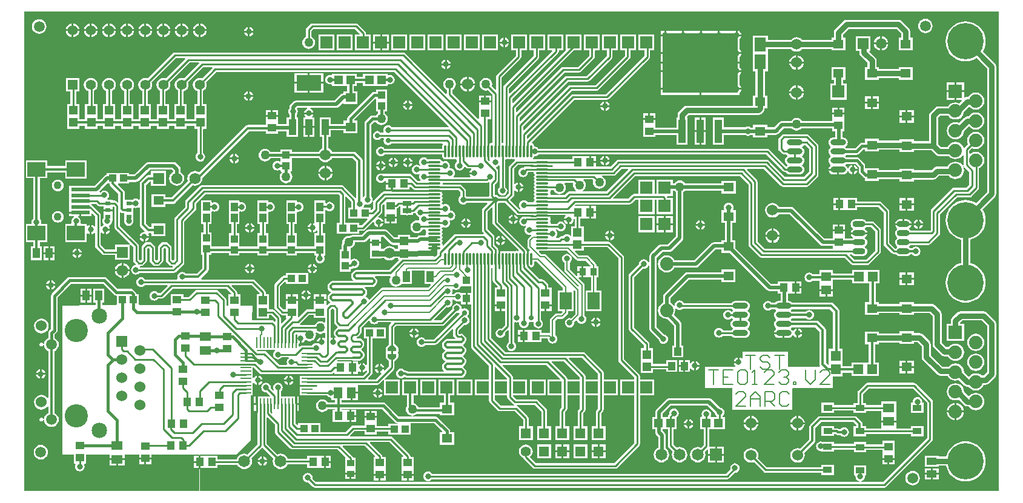
<source format=gtl>
G04*
G04 #@! TF.GenerationSoftware,Altium Limited,Altium Designer,20.1.7 (139)*
G04*
G04 Layer_Physical_Order=1*
G04 Layer_Color=255*
%FSLAX25Y25*%
%MOIN*%
G70*
G04*
G04 #@! TF.SameCoordinates,24E638B0-66B5-4ADB-958A-7C5563F4B5AF*
G04*
G04*
G04 #@! TF.FilePolarity,Positive*
G04*
G01*
G75*
%ADD12C,0.01000*%
%ADD15C,0.00800*%
%ADD16C,0.01200*%
%ADD27C,0.05000*%
%ADD28R,0.06299X0.05118*%
%ADD29C,0.06200*%
%ADD30R,0.05000X0.03000*%
%ADD31R,0.06693X0.09449*%
%ADD32R,0.03937X0.06000*%
%ADD33R,0.04330X0.04720*%
%ADD34R,0.04720X0.04330*%
%ADD35R,0.04200X0.03858*%
%ADD36O,0.01102X0.07087*%
%ADD37O,0.07087X0.01102*%
%ADD38R,0.04720X0.04800*%
%ADD39R,0.04800X0.03580*%
%ADD40R,0.03661X0.03858*%
%ADD41R,0.03858X0.03661*%
%ADD42R,0.03858X0.04200*%
%ADD43O,0.07087X0.03200*%
%ADD44O,0.08661X0.03200*%
%ADD45R,0.03858X0.04800*%
%ADD46R,0.05790X0.05000*%
%ADD47R,0.05510X0.05120*%
%ADD48R,0.05510X0.05600*%
%ADD49R,0.05500X0.04000*%
%ADD50R,0.05600X0.05510*%
%ADD51R,0.04000X0.05500*%
%ADD52R,0.03150X0.02010*%
%ADD53R,0.10236X0.01968*%
%ADD54R,0.09843X0.07874*%
%ADD55R,0.09843X0.07874*%
%ADD56R,0.04100X0.04100*%
%ADD57R,0.05120X0.06300*%
%ADD58R,0.06300X0.05120*%
%ADD59R,0.04150X0.13050*%
%ADD60R,0.41350X0.33150*%
%ADD61R,0.04300X0.08500*%
%ADD62R,0.13800X0.08500*%
%ADD63C,0.05906*%
%ADD64R,0.04800X0.04720*%
%ADD65R,0.04000X0.04500*%
%ADD66C,0.00100*%
%ADD67R,0.05910X0.01000*%
%ADD68R,0.01000X0.05910*%
%ADD69R,0.04331X0.04331*%
%ADD116R,0.07000X0.07000*%
%ADD136C,0.03000*%
%ADD137C,0.01500*%
%ADD138C,0.02000*%
%ADD139C,0.01496*%
%ADD140C,0.00984*%
%ADD141C,0.01968*%
%ADD142C,0.02953*%
%ADD143R,0.06200X0.06200*%
%ADD144C,0.06000*%
%ADD145C,0.04331*%
%ADD146R,0.06200X0.06200*%
%ADD147C,0.06500*%
%ADD148C,0.05900*%
%ADD149R,0.05900X0.05900*%
%ADD150R,0.06500X0.06500*%
%ADD151R,0.05500X0.05500*%
%ADD152C,0.05500*%
%ADD153C,0.07400*%
%ADD154C,0.05510*%
%ADD155R,0.05510X0.05510*%
%ADD156C,0.12795*%
%ADD157R,0.06000X0.06000*%
%ADD158C,0.05984*%
%ADD159C,0.08500*%
%ADD160R,0.07400X0.07400*%
%ADD161C,0.20000*%
%ADD162R,0.06600X0.06600*%
%ADD163C,0.03228*%
%ADD164C,0.02835*%
G36*
X700631Y153800D02*
X260800D01*
Y165920D01*
X260600D01*
Y153800D01*
X260300Y153800D01*
X164319D01*
Y222060D01*
Y407700D01*
Y417771D01*
X700631D01*
Y153800D01*
D02*
G37*
%LPC*%
G36*
X261350Y411286D02*
Y408070D01*
X264566D01*
X264504Y408549D01*
X264126Y409461D01*
X263525Y410245D01*
X262741Y410846D01*
X261829Y411224D01*
X261350Y411286D01*
D02*
G37*
G36*
X260350D02*
X259871Y411224D01*
X258959Y410846D01*
X258175Y410245D01*
X257574Y409461D01*
X257196Y408549D01*
X257134Y408070D01*
X260350D01*
Y411286D01*
D02*
G37*
G36*
X251350D02*
Y408070D01*
X254567D01*
X254503Y408549D01*
X254126Y409461D01*
X253524Y410245D01*
X252741Y410846D01*
X251829Y411224D01*
X251350Y411286D01*
D02*
G37*
G36*
X250350D02*
X249871Y411224D01*
X248959Y410846D01*
X248176Y410245D01*
X247574Y409461D01*
X247197Y408549D01*
X247133Y408070D01*
X250350D01*
Y411286D01*
D02*
G37*
G36*
X241350D02*
Y408070D01*
X244566D01*
X244503Y408549D01*
X244126Y409461D01*
X243525Y410245D01*
X242741Y410846D01*
X241829Y411224D01*
X241350Y411286D01*
D02*
G37*
G36*
X240350D02*
X239871Y411224D01*
X238959Y410846D01*
X238176Y410245D01*
X237574Y409461D01*
X237196Y408549D01*
X237134Y408070D01*
X240350D01*
Y411286D01*
D02*
G37*
G36*
X231350D02*
Y408070D01*
X234566D01*
X234504Y408549D01*
X234126Y409461D01*
X233524Y410245D01*
X232741Y410846D01*
X231829Y411224D01*
X231350Y411286D01*
D02*
G37*
G36*
X230350D02*
X229871Y411224D01*
X228959Y410846D01*
X228175Y410245D01*
X227574Y409461D01*
X227197Y408549D01*
X227133Y408070D01*
X230350D01*
Y411286D01*
D02*
G37*
G36*
X221350D02*
Y408070D01*
X224567D01*
X224503Y408549D01*
X224126Y409461D01*
X223524Y410245D01*
X222741Y410846D01*
X221829Y411224D01*
X221350Y411286D01*
D02*
G37*
G36*
X220350D02*
X219871Y411224D01*
X218959Y410846D01*
X218176Y410245D01*
X217574Y409461D01*
X217196Y408549D01*
X217133Y408070D01*
X220350D01*
Y411286D01*
D02*
G37*
G36*
X211350D02*
Y408070D01*
X214566D01*
X214504Y408549D01*
X214126Y409461D01*
X213525Y410245D01*
X212741Y410846D01*
X211829Y411224D01*
X211350Y411286D01*
D02*
G37*
G36*
X210350D02*
X209871Y411224D01*
X208959Y410846D01*
X208175Y410245D01*
X207574Y409461D01*
X207196Y408549D01*
X207134Y408070D01*
X210350D01*
Y411286D01*
D02*
G37*
G36*
X201350D02*
Y408070D01*
X204567D01*
X204503Y408549D01*
X204126Y409461D01*
X203524Y410245D01*
X202741Y410846D01*
X201829Y411224D01*
X201350Y411286D01*
D02*
G37*
G36*
X200350D02*
X199871Y411224D01*
X198959Y410846D01*
X198176Y410245D01*
X197574Y409461D01*
X197196Y408549D01*
X197134Y408070D01*
X200350D01*
Y411286D01*
D02*
G37*
G36*
X191350D02*
Y408070D01*
X194567D01*
X194503Y408549D01*
X194126Y409461D01*
X193525Y410245D01*
X192741Y410846D01*
X191829Y411224D01*
X191350Y411286D01*
D02*
G37*
G36*
X190350D02*
X189871Y411224D01*
X188959Y410846D01*
X188175Y410245D01*
X187574Y409461D01*
X187197Y408549D01*
X187134Y408070D01*
X190350D01*
Y411286D01*
D02*
G37*
G36*
X288300Y409371D02*
Y407300D01*
X290371D01*
X290347Y407482D01*
X290084Y408118D01*
X289665Y408665D01*
X289118Y409084D01*
X288482Y409347D01*
X288300Y409371D01*
D02*
G37*
G36*
X287300D02*
X287118Y409347D01*
X286482Y409084D01*
X285935Y408665D01*
X285517Y408118D01*
X285253Y407482D01*
X285229Y407300D01*
X287300D01*
Y409371D01*
D02*
G37*
G36*
X555880Y407351D02*
X555698Y407327D01*
X555331Y407175D01*
X547579D01*
X547212Y407327D01*
X547030Y407351D01*
Y404780D01*
X546030D01*
Y407351D01*
X545848Y407327D01*
X545481Y407175D01*
X537739D01*
X537372Y407327D01*
X537190Y407351D01*
Y404780D01*
X536190D01*
Y407351D01*
X536008Y407327D01*
X535641Y407175D01*
X527899D01*
X527532Y407327D01*
X527350Y407351D01*
Y404780D01*
X526350D01*
Y407351D01*
X526168Y407327D01*
X525801Y407175D01*
X518059D01*
X517692Y407327D01*
X517510Y407351D01*
Y404780D01*
X517010D01*
Y404280D01*
X514439D01*
X514463Y404098D01*
X514625Y403707D01*
Y395989D01*
X514473Y395622D01*
X514449Y395440D01*
X517020D01*
Y394440D01*
X514449D01*
X514473Y394258D01*
X514625Y393891D01*
Y390100D01*
X536300D01*
X557975D01*
Y392861D01*
X558254Y393075D01*
X558673Y393622D01*
X558937Y394258D01*
X558961Y394440D01*
X556390D01*
Y395440D01*
X558961D01*
X558937Y395622D01*
X558673Y396258D01*
X558254Y396804D01*
X557975Y397019D01*
Y402709D01*
X558245Y402915D01*
X558664Y403462D01*
X558927Y404098D01*
X558951Y404280D01*
X556380D01*
Y404780D01*
X555880D01*
Y407351D01*
D02*
G37*
G36*
X660200Y413887D02*
X659168Y413751D01*
X658207Y413353D01*
X657381Y412719D01*
X656747Y411893D01*
X656349Y410932D01*
X656213Y409900D01*
X656349Y408868D01*
X656747Y407907D01*
X657381Y407081D01*
X658207Y406447D01*
X659168Y406049D01*
X660200Y405913D01*
X661232Y406049D01*
X662193Y406447D01*
X663019Y407081D01*
X663653Y407907D01*
X664051Y408868D01*
X664187Y409900D01*
X664051Y410932D01*
X663653Y411893D01*
X663019Y412719D01*
X662193Y413353D01*
X661232Y413751D01*
X660200Y413887D01*
D02*
G37*
G36*
X172500Y413587D02*
X171468Y413451D01*
X170507Y413053D01*
X169681Y412419D01*
X169047Y411593D01*
X168649Y410632D01*
X168513Y409600D01*
X168649Y408568D01*
X169047Y407607D01*
X169681Y406781D01*
X170507Y406147D01*
X171468Y405749D01*
X172500Y405613D01*
X173532Y405749D01*
X174493Y406147D01*
X175319Y406781D01*
X175953Y407607D01*
X176351Y408568D01*
X176487Y409600D01*
X176351Y410632D01*
X175953Y411593D01*
X175319Y412419D01*
X174493Y413053D01*
X173532Y413451D01*
X172500Y413587D01*
D02*
G37*
G36*
X556880Y407351D02*
Y405280D01*
X558951D01*
X558927Y405462D01*
X558664Y406098D01*
X558245Y406644D01*
X557975Y406851D01*
Y407175D01*
X557429D01*
X557062Y407327D01*
X556880Y407351D01*
D02*
G37*
G36*
X516510D02*
X516328Y407327D01*
X515961Y407175D01*
X514625D01*
Y405853D01*
X514463Y405462D01*
X514439Y405280D01*
X516510D01*
Y407351D01*
D02*
G37*
G36*
X290371Y406300D02*
X288300D01*
Y404229D01*
X288482Y404253D01*
X289118Y404517D01*
X289665Y404936D01*
X290084Y405482D01*
X290347Y406118D01*
X290371Y406300D01*
D02*
G37*
G36*
X287300D02*
X285229D01*
X285253Y406118D01*
X285517Y405482D01*
X285935Y404936D01*
X286482Y404517D01*
X287118Y404253D01*
X287300Y404229D01*
Y406300D01*
D02*
G37*
G36*
X264566Y407070D02*
X261350D01*
Y403854D01*
X261829Y403917D01*
X262741Y404294D01*
X263525Y404895D01*
X264126Y405679D01*
X264504Y406591D01*
X264566Y407070D01*
D02*
G37*
G36*
X260350D02*
X257134D01*
X257196Y406591D01*
X257574Y405679D01*
X258175Y404895D01*
X258959Y404294D01*
X259871Y403917D01*
X260350Y403854D01*
Y407070D01*
D02*
G37*
G36*
X254567D02*
X251350D01*
Y403854D01*
X251829Y403917D01*
X252741Y404294D01*
X253524Y404895D01*
X254126Y405679D01*
X254503Y406591D01*
X254567Y407070D01*
D02*
G37*
G36*
X250350D02*
X247133D01*
X247197Y406591D01*
X247574Y405679D01*
X248176Y404895D01*
X248959Y404294D01*
X249871Y403917D01*
X250350Y403854D01*
Y407070D01*
D02*
G37*
G36*
X244566D02*
X241350D01*
Y403854D01*
X241829Y403917D01*
X242741Y404294D01*
X243525Y404895D01*
X244126Y405679D01*
X244503Y406591D01*
X244566Y407070D01*
D02*
G37*
G36*
X240350D02*
X237134D01*
X237196Y406591D01*
X237574Y405679D01*
X238176Y404895D01*
X238959Y404294D01*
X239871Y403917D01*
X240350Y403854D01*
Y407070D01*
D02*
G37*
G36*
X234566D02*
X231350D01*
Y403854D01*
X231829Y403917D01*
X232741Y404294D01*
X233524Y404895D01*
X234126Y405679D01*
X234504Y406591D01*
X234566Y407070D01*
D02*
G37*
G36*
X230350D02*
X227133D01*
X227197Y406591D01*
X227574Y405679D01*
X228175Y404895D01*
X228959Y404294D01*
X229871Y403917D01*
X230350Y403854D01*
Y407070D01*
D02*
G37*
G36*
X224567D02*
X221350D01*
Y403854D01*
X221829Y403917D01*
X222741Y404294D01*
X223524Y404895D01*
X224126Y405679D01*
X224503Y406591D01*
X224567Y407070D01*
D02*
G37*
G36*
X220350D02*
X217133D01*
X217196Y406591D01*
X217574Y405679D01*
X218176Y404895D01*
X218959Y404294D01*
X219871Y403917D01*
X220350Y403854D01*
Y407070D01*
D02*
G37*
G36*
X214566D02*
X211350D01*
Y403854D01*
X211829Y403917D01*
X212741Y404294D01*
X213525Y404895D01*
X214126Y405679D01*
X214504Y406591D01*
X214566Y407070D01*
D02*
G37*
G36*
X210350D02*
X207134D01*
X207196Y406591D01*
X207574Y405679D01*
X208175Y404895D01*
X208959Y404294D01*
X209871Y403917D01*
X210350Y403854D01*
Y407070D01*
D02*
G37*
G36*
X204567D02*
X201350D01*
Y403854D01*
X201829Y403917D01*
X202741Y404294D01*
X203524Y404895D01*
X204126Y405679D01*
X204503Y406591D01*
X204567Y407070D01*
D02*
G37*
G36*
X200350D02*
X197134D01*
X197196Y406591D01*
X197574Y405679D01*
X198176Y404895D01*
X198959Y404294D01*
X199871Y403917D01*
X200350Y403854D01*
Y407070D01*
D02*
G37*
G36*
X194567D02*
X191350D01*
Y403854D01*
X191829Y403917D01*
X192741Y404294D01*
X193525Y404895D01*
X194126Y405679D01*
X194503Y406591D01*
X194567Y407070D01*
D02*
G37*
G36*
X190350D02*
X187134D01*
X187197Y406591D01*
X187574Y405679D01*
X188175Y404895D01*
X188959Y404294D01*
X189871Y403917D01*
X190350Y403854D01*
Y407070D01*
D02*
G37*
G36*
X428930Y403421D02*
Y401350D01*
X431001D01*
X430977Y401532D01*
X430714Y402168D01*
X430295Y402714D01*
X429748Y403133D01*
X429112Y403397D01*
X428930Y403421D01*
D02*
G37*
G36*
X427930D02*
X427748Y403397D01*
X427112Y403133D01*
X426566Y402714D01*
X426147Y402168D01*
X425883Y401532D01*
X425859Y401350D01*
X427930D01*
Y403421D01*
D02*
G37*
G36*
X364930Y405140D02*
X361130D01*
Y401340D01*
X364930D01*
Y405140D01*
D02*
G37*
G36*
X360130D02*
X356330D01*
Y401340D01*
X360130D01*
Y405140D01*
D02*
G37*
G36*
X636300Y404218D02*
Y400800D01*
X639718D01*
X639648Y401331D01*
X639250Y402292D01*
X638617Y403117D01*
X637792Y403750D01*
X636831Y404148D01*
X636300Y404218D01*
D02*
G37*
G36*
X635300D02*
X634769Y404148D01*
X633808Y403750D01*
X632983Y403117D01*
X632350Y402292D01*
X631952Y401331D01*
X631882Y400800D01*
X635300D01*
Y404218D01*
D02*
G37*
G36*
X431001Y400350D02*
X428930D01*
Y398279D01*
X429112Y398303D01*
X429748Y398567D01*
X430295Y398986D01*
X430714Y399532D01*
X430977Y400168D01*
X431001Y400350D01*
D02*
G37*
G36*
X427930D02*
X425859D01*
X425883Y400168D01*
X426147Y399532D01*
X426566Y398986D01*
X427112Y398567D01*
X427748Y398303D01*
X427930Y398279D01*
Y400350D01*
D02*
G37*
G36*
X424930Y405140D02*
X416330D01*
Y396540D01*
X424930D01*
Y405140D01*
D02*
G37*
G36*
X414930D02*
X406330D01*
Y396540D01*
X414930D01*
Y405140D01*
D02*
G37*
G36*
X404930D02*
X396330D01*
Y396540D01*
X404930D01*
Y405140D01*
D02*
G37*
G36*
X394930D02*
X386330D01*
Y396540D01*
X394930D01*
Y405140D01*
D02*
G37*
G36*
X384930D02*
X376330D01*
Y396540D01*
X384930D01*
Y405140D01*
D02*
G37*
G36*
X374930D02*
X366330D01*
Y396540D01*
X374930D01*
Y405140D01*
D02*
G37*
G36*
X364930Y400340D02*
X361130D01*
Y396540D01*
X364930D01*
Y400340D01*
D02*
G37*
G36*
X360130D02*
X356330D01*
Y396540D01*
X360130D01*
Y400340D01*
D02*
G37*
G36*
X346800Y411329D02*
X322800D01*
X322215Y411213D01*
X321719Y410881D01*
X319719Y408881D01*
X319387Y408385D01*
X319271Y407800D01*
Y403955D01*
X319035Y403857D01*
X318304Y403296D01*
X317743Y402565D01*
X317390Y401714D01*
X317270Y400800D01*
X317390Y399886D01*
X317743Y399035D01*
X318304Y398304D01*
X319035Y397743D01*
X319886Y397390D01*
X320800Y397270D01*
X321714Y397390D01*
X322565Y397743D01*
X323296Y398304D01*
X323857Y399035D01*
X324210Y399886D01*
X324330Y400800D01*
X324210Y401714D01*
X323857Y402565D01*
X323296Y403296D01*
X322565Y403857D01*
X322329Y403955D01*
Y407166D01*
X323433Y408271D01*
X346166D01*
X348797Y405640D01*
X348590Y405140D01*
X346330D01*
Y396540D01*
X354930D01*
Y405140D01*
X352329D01*
Y405800D01*
X352213Y406385D01*
X351881Y406881D01*
X347881Y410881D01*
X347385Y411213D01*
X346800Y411329D01*
D02*
G37*
G36*
X344930Y405140D02*
X336330D01*
Y396540D01*
X344930D01*
Y405140D01*
D02*
G37*
G36*
X334930D02*
X326330D01*
Y396540D01*
X334930D01*
Y405140D01*
D02*
G37*
G36*
X645300Y413349D02*
X616800D01*
X615825Y413155D01*
X614998Y412602D01*
X610498Y408102D01*
X609945Y407275D01*
X609751Y406300D01*
Y403500D01*
X608410D01*
Y402349D01*
X592386D01*
X592153Y402653D01*
X591317Y403294D01*
X590344Y403697D01*
X589300Y403834D01*
X588256Y403697D01*
X587283Y403294D01*
X586447Y402653D01*
X586214Y402349D01*
X573450D01*
Y404659D01*
X565150D01*
Y397541D01*
Y394741D01*
Y388241D01*
Y384941D01*
X566646D01*
Y371680D01*
X565300D01*
Y365989D01*
X528830D01*
X527855Y365795D01*
X527028Y365242D01*
X524498Y362712D01*
X523945Y361885D01*
X523751Y360910D01*
Y359525D01*
X523225D01*
Y353959D01*
X511530D01*
Y354945D01*
X511530Y355085D01*
Y355445D01*
X511530Y355585D01*
Y358110D01*
X508170D01*
X504810D01*
Y355585D01*
X504810Y355445D01*
Y355085D01*
X504810Y354945D01*
Y348755D01*
X511530D01*
Y349881D01*
X523225D01*
Y344475D01*
X529375D01*
Y359525D01*
X529227D01*
X529020Y360025D01*
X529886Y360891D01*
X568200D01*
X568681Y360987D01*
X569164Y361080D01*
X569169Y361084D01*
X569175Y361085D01*
X569583Y361357D01*
X569993Y361629D01*
X570983Y362609D01*
X570987Y362614D01*
X570992Y362618D01*
X571265Y363025D01*
X571540Y363433D01*
X571541Y363439D01*
X571545Y363444D01*
X571641Y363926D01*
X571739Y364407D01*
X572115Y364680D01*
X573090D01*
Y371680D01*
X571744D01*
Y384941D01*
X573450D01*
Y388241D01*
Y394741D01*
Y397251D01*
X586214D01*
X586447Y396947D01*
X587283Y396306D01*
X588256Y395903D01*
X589300Y395765D01*
X590344Y395903D01*
X591317Y396306D01*
X592153Y396947D01*
X592386Y397251D01*
X608410D01*
Y396500D01*
X616200D01*
Y403500D01*
X614849D01*
Y405244D01*
X617856Y408251D01*
X644244D01*
X646751Y405744D01*
Y403500D01*
X645410D01*
Y396500D01*
X653200D01*
Y403500D01*
X651849D01*
Y406800D01*
X651655Y407775D01*
X651102Y408602D01*
X647102Y412602D01*
X646276Y413155D01*
X645300Y413349D01*
D02*
G37*
G36*
X639718Y399800D02*
X636300D01*
Y396382D01*
X636831Y396452D01*
X637792Y396850D01*
X638617Y397483D01*
X639250Y398308D01*
X639648Y399269D01*
X639718Y399800D01*
D02*
G37*
G36*
X635300D02*
X631882D01*
X631952Y399269D01*
X632350Y398308D01*
X632983Y397483D01*
X633808Y396850D01*
X634769Y396452D01*
X635300Y396382D01*
Y399800D01*
D02*
G37*
G36*
X589800Y393769D02*
Y390300D01*
X593269D01*
X593197Y390844D01*
X592794Y391817D01*
X592153Y392653D01*
X591317Y393294D01*
X590344Y393697D01*
X589800Y393769D01*
D02*
G37*
G36*
X588800D02*
X588256Y393697D01*
X587283Y393294D01*
X586447Y392653D01*
X585806Y391817D01*
X585403Y390844D01*
X585331Y390300D01*
X588800D01*
Y393769D01*
D02*
G37*
G36*
X396800Y391371D02*
Y389300D01*
X398871D01*
X398847Y389482D01*
X398584Y390118D01*
X398165Y390665D01*
X397618Y391084D01*
X396982Y391347D01*
X396800Y391371D01*
D02*
G37*
G36*
X395800D02*
X395618Y391347D01*
X394982Y391084D01*
X394436Y390665D01*
X394017Y390118D01*
X393753Y389482D01*
X393729Y389300D01*
X395800D01*
Y391371D01*
D02*
G37*
G36*
X398871Y388300D02*
X396800D01*
Y386229D01*
X396982Y386253D01*
X397618Y386516D01*
X398165Y386935D01*
X398584Y387482D01*
X398847Y388118D01*
X398871Y388300D01*
D02*
G37*
G36*
X395800D02*
X393729D01*
X393753Y388118D01*
X394017Y387482D01*
X394436Y386935D01*
X394982Y386516D01*
X395618Y386253D01*
X395800Y386229D01*
Y388300D01*
D02*
G37*
G36*
X593269Y389300D02*
X589800D01*
Y385831D01*
X590344Y385903D01*
X591317Y386306D01*
X592153Y386947D01*
X592794Y387783D01*
X593197Y388756D01*
X593269Y389300D01*
D02*
G37*
G36*
X588800D02*
X585331D01*
X585403Y388756D01*
X585806Y387783D01*
X586447Y386947D01*
X587283Y386306D01*
X588256Y385903D01*
X588800Y385831D01*
Y389300D01*
D02*
G37*
G36*
X364205Y383560D02*
X350715D01*
Y381831D01*
X347205D01*
Y383560D01*
X333715D01*
Y383112D01*
X333299Y382834D01*
X333172Y382887D01*
X332490Y382977D01*
X331808Y382887D01*
X331172Y382624D01*
X330626Y382205D01*
X330206Y381658D01*
X329943Y381022D01*
X329853Y380340D01*
X329943Y379658D01*
X330206Y379022D01*
X330626Y378475D01*
X331172Y378057D01*
X331808Y377793D01*
X332490Y377703D01*
X333172Y377793D01*
X333299Y377846D01*
X333715Y377568D01*
Y376840D01*
X342016D01*
Y374000D01*
X339910D01*
Y372839D01*
X339800D01*
X339020Y372684D01*
X338358Y372242D01*
X334955Y368839D01*
X313800D01*
X313800Y368839D01*
X313020Y368684D01*
X312358Y368242D01*
X310738Y366622D01*
X310296Y365960D01*
X310141Y365180D01*
Y364577D01*
X309896Y364258D01*
X309633Y363622D01*
X309543Y362940D01*
X309633Y362258D01*
X309896Y361622D01*
X310156Y361284D01*
Y359450D01*
X308650D01*
Y355811D01*
X303850D01*
Y356815D01*
X303850Y356955D01*
Y357315D01*
X303850Y357455D01*
Y359980D01*
X300490D01*
X297130D01*
Y357455D01*
X297130Y357315D01*
Y356955D01*
X297130Y356815D01*
Y355370D01*
X287089D01*
X286760Y355305D01*
X286407Y355235D01*
X286407Y355235D01*
X286407Y355235D01*
X286129Y355049D01*
X285829Y354849D01*
X260424Y329453D01*
X260218Y329611D01*
X259220Y330025D01*
X258150Y330165D01*
X257080Y330025D01*
X256082Y329611D01*
X255226Y328954D01*
X254569Y328098D01*
X254155Y327100D01*
X254015Y326030D01*
X254155Y324960D01*
X254354Y324480D01*
X245411Y315522D01*
X242055D01*
Y317240D01*
X234265D01*
Y310240D01*
X242055D01*
Y311958D01*
X246150D01*
X246151Y311958D01*
X246151Y311958D01*
X246493Y312026D01*
X246832Y312093D01*
X246833Y312094D01*
X246833Y312094D01*
X247122Y312287D01*
X247410Y312480D01*
X247411Y312480D01*
X247411Y312481D01*
X256988Y322073D01*
X257080Y322036D01*
X258150Y321895D01*
X259220Y322036D01*
X260218Y322449D01*
X261074Y323106D01*
X261731Y323962D01*
X262144Y324960D01*
X262285Y326030D01*
X262257Y326245D01*
X287827Y351806D01*
X297130D01*
Y350625D01*
X303850D01*
Y351765D01*
X308650D01*
Y348950D01*
X314950D01*
Y359450D01*
X314202D01*
Y361281D01*
X314463Y361622D01*
X314727Y362258D01*
X314817Y362940D01*
X314727Y363622D01*
X314463Y364258D01*
X314376Y364372D01*
X314692Y364761D01*
X319810D01*
X319910Y364261D01*
X319482Y364084D01*
X318935Y363665D01*
X318516Y363118D01*
X318253Y362482D01*
X318229Y362300D01*
X323371D01*
X323347Y362482D01*
X323083Y363118D01*
X322664Y363665D01*
X322118Y364084D01*
X321690Y364261D01*
X321790Y364761D01*
X335800D01*
X336580Y364916D01*
X337242Y365358D01*
X339448Y367564D01*
X339910Y367373D01*
Y367000D01*
X347700D01*
Y374000D01*
X345584D01*
Y376840D01*
X347205D01*
Y378569D01*
X350715D01*
Y376840D01*
X364205D01*
Y377593D01*
X364621Y377870D01*
X364808Y377793D01*
X365490Y377703D01*
X366172Y377793D01*
X366808Y378057D01*
X367354Y378475D01*
X367774Y379022D01*
X368037Y379658D01*
X368127Y380340D01*
X368037Y381022D01*
X367774Y381658D01*
X367354Y382205D01*
X366808Y382624D01*
X366172Y382887D01*
X365490Y382977D01*
X364808Y382887D01*
X364621Y382809D01*
X364205Y383087D01*
Y383560D01*
D02*
G37*
G36*
X629750Y404250D02*
X621850D01*
Y396350D01*
X623751D01*
Y395300D01*
X623945Y394324D01*
X624498Y393498D01*
X628251Y389744D01*
Y387300D01*
X626900D01*
Y380300D01*
X634690D01*
Y381251D01*
X645410D01*
Y380300D01*
X653200D01*
Y387300D01*
X645410D01*
Y386349D01*
X634690D01*
Y387300D01*
X633349D01*
Y390800D01*
X633155Y391775D01*
X632602Y392602D01*
X629317Y395888D01*
X629508Y396350D01*
X629750D01*
Y404250D01*
D02*
G37*
G36*
X328800Y383850D02*
X321400D01*
Y379100D01*
X328800D01*
Y383850D01*
D02*
G37*
G36*
X320400D02*
X313000D01*
Y379100D01*
X320400D01*
Y383850D01*
D02*
G37*
G36*
X408800Y381870D02*
Y378300D01*
X412369D01*
X412294Y378870D01*
X411881Y379868D01*
X411224Y380724D01*
X410368Y381381D01*
X409370Y381795D01*
X408800Y381870D01*
D02*
G37*
G36*
X407800D02*
X407230Y381795D01*
X406232Y381381D01*
X405376Y380724D01*
X404719Y379868D01*
X404306Y378870D01*
X404230Y378300D01*
X407800D01*
Y381870D01*
D02*
G37*
G36*
X681430Y378710D02*
X677230D01*
Y374510D01*
X681430D01*
Y378710D01*
D02*
G37*
G36*
X676230D02*
X672030D01*
Y374510D01*
X676230D01*
Y378710D01*
D02*
G37*
G36*
X510930Y405140D02*
X502330D01*
Y396540D01*
X505651D01*
Y393594D01*
X484386Y372329D01*
X466320D01*
X466034Y372272D01*
X465735Y372213D01*
X465735Y372213D01*
X465735Y372213D01*
X465497Y372054D01*
X465239Y371882D01*
X441261Y347914D01*
X440799Y348105D01*
Y349637D01*
X465434Y374271D01*
X479190D01*
X479190Y374271D01*
X479190Y374271D01*
X479485Y374329D01*
X479775Y374387D01*
X479775Y374387D01*
X479776Y374387D01*
X480033Y374559D01*
X480271Y374719D01*
X480272Y374719D01*
X480272Y374719D01*
X497432Y391889D01*
X497599Y392140D01*
X497763Y392385D01*
X497763Y392385D01*
X497763Y392385D01*
X497821Y392676D01*
X497879Y392970D01*
Y396540D01*
X500930D01*
Y405140D01*
X492330D01*
Y396540D01*
X494821D01*
Y393603D01*
X478556Y377329D01*
X464800D01*
X464215Y377213D01*
X463719Y376881D01*
X439291Y352454D01*
X438829Y352646D01*
Y354666D01*
X463434Y379271D01*
X474340D01*
X474925Y379387D01*
X475421Y379719D01*
X487591Y391889D01*
X487923Y392385D01*
X488039Y392970D01*
Y396540D01*
X490930D01*
Y405140D01*
X482330D01*
Y396540D01*
X484981D01*
Y393603D01*
X473706Y382329D01*
X462800D01*
X462215Y382213D01*
X461719Y381881D01*
X437321Y357484D01*
X436859Y357676D01*
Y359697D01*
X461434Y384271D01*
X469500D01*
X470085Y384387D01*
X470581Y384719D01*
X477761Y391899D01*
X477764Y391903D01*
X477768Y391905D01*
X477930Y392151D01*
X478093Y392395D01*
X478094Y392400D01*
X478097Y392404D01*
X478152Y392692D01*
X478209Y392980D01*
X478208Y392985D01*
X478209Y392990D01*
X478189Y396185D01*
X478542Y396540D01*
X480930D01*
Y405140D01*
X472330D01*
Y396540D01*
X475128D01*
X475147Y393609D01*
X468866Y387329D01*
X460800D01*
X460215Y387213D01*
X459719Y386881D01*
X435351Y362514D01*
X434889Y362706D01*
Y364726D01*
X466703Y396540D01*
X470930D01*
Y405140D01*
X462330D01*
Y396540D01*
X462330Y396540D01*
X462330D01*
X462023Y396186D01*
X433381Y367544D01*
X432919Y367736D01*
Y369757D01*
X458061Y394899D01*
X458393Y395395D01*
X458509Y395980D01*
Y396540D01*
X460930D01*
Y405140D01*
X452330D01*
Y396540D01*
X454724D01*
X454915Y396078D01*
X431411Y372574D01*
X430949Y372766D01*
Y375596D01*
X447231Y391879D01*
X447563Y392375D01*
X447679Y392960D01*
Y396540D01*
X450930D01*
Y405140D01*
X442330D01*
Y396540D01*
X444621D01*
Y393594D01*
X428339Y377311D01*
X428007Y376815D01*
X427891Y376230D01*
Y345880D01*
X427504Y345563D01*
X427450Y345574D01*
X427406Y345565D01*
X427019Y345882D01*
Y381506D01*
X437391Y391879D01*
X437723Y392375D01*
X437839Y392960D01*
Y396540D01*
X440930D01*
Y405140D01*
X432330D01*
Y396540D01*
X434781D01*
Y393594D01*
X424409Y383221D01*
X424077Y382725D01*
X423961Y382140D01*
Y374956D01*
X423499Y374764D01*
X421612Y376651D01*
X421710Y376886D01*
X421830Y377800D01*
X421710Y378714D01*
X421357Y379565D01*
X420796Y380296D01*
X420065Y380857D01*
X419214Y381210D01*
X418300Y381330D01*
X417386Y381210D01*
X416535Y380857D01*
X415804Y380296D01*
X415243Y379565D01*
X414890Y378714D01*
X414770Y377800D01*
X414890Y376886D01*
X415243Y376035D01*
X415804Y375304D01*
X416535Y374743D01*
X417386Y374390D01*
X418300Y374270D01*
X419214Y374390D01*
X419449Y374488D01*
X421991Y371947D01*
Y345880D01*
X421604Y345563D01*
X421550Y345574D01*
X420945Y345453D01*
X420565Y345199D01*
X420185Y345453D01*
X419580Y345574D01*
X419522Y345562D01*
X419135Y345879D01*
X419129Y352951D01*
Y358630D01*
X421160D01*
Y364820D01*
X421160Y364960D01*
Y365320D01*
X421160Y365460D01*
Y367985D01*
X417800D01*
X414440D01*
Y365460D01*
X414440Y365320D01*
Y364960D01*
X414440Y364820D01*
Y359030D01*
X413940Y358823D01*
X399829Y372934D01*
Y374645D01*
X400065Y374743D01*
X400796Y375304D01*
X401357Y376035D01*
X401710Y376886D01*
X401830Y377800D01*
X401710Y378714D01*
X401357Y379565D01*
X400796Y380296D01*
X400065Y380857D01*
X399214Y381210D01*
X398300Y381330D01*
X397386Y381210D01*
X396535Y380857D01*
X395804Y380296D01*
X395243Y379565D01*
X394890Y378714D01*
X394770Y377800D01*
X394890Y376886D01*
X395243Y376035D01*
X395804Y375304D01*
X396535Y374743D01*
X396771Y374645D01*
Y372699D01*
X396271Y372492D01*
X373881Y394881D01*
X373385Y395213D01*
X372800Y395329D01*
X247080D01*
X246495Y395213D01*
X245999Y394881D01*
X232191Y381074D01*
X231829Y381224D01*
X230850Y381352D01*
X229871Y381224D01*
X228959Y380846D01*
X228175Y380244D01*
X227574Y379461D01*
X227197Y378549D01*
X227068Y377570D01*
X227197Y376591D01*
X227574Y375679D01*
X228175Y374896D01*
X228959Y374294D01*
X229081Y374244D01*
Y366835D01*
X227250D01*
Y360035D01*
Y358532D01*
X224170D01*
Y360035D01*
Y366835D01*
X222339D01*
Y374128D01*
X222741Y374294D01*
X223524Y374896D01*
X224126Y375679D01*
X224503Y376591D01*
X224632Y377570D01*
X224503Y378549D01*
X224126Y379461D01*
X223524Y380244D01*
X222741Y380846D01*
X221829Y381224D01*
X220850Y381352D01*
X219871Y381224D01*
X218959Y380846D01*
X218176Y380244D01*
X217574Y379461D01*
X217196Y378549D01*
X217068Y377570D01*
X217196Y376591D01*
X217574Y375679D01*
X218176Y374896D01*
X218959Y374294D01*
X219281Y374161D01*
Y366835D01*
X217450D01*
Y360035D01*
Y358532D01*
X214290D01*
Y360035D01*
Y366835D01*
X212459D01*
Y374178D01*
X212741Y374294D01*
X213525Y374896D01*
X214126Y375679D01*
X214504Y376591D01*
X214632Y377570D01*
X214504Y378549D01*
X214126Y379461D01*
X213525Y380244D01*
X212741Y380846D01*
X211829Y381224D01*
X210850Y381352D01*
X209871Y381224D01*
X208959Y380846D01*
X208175Y380244D01*
X207574Y379461D01*
X207196Y378549D01*
X207068Y377570D01*
X207196Y376591D01*
X207574Y375679D01*
X208175Y374896D01*
X208959Y374294D01*
X209401Y374111D01*
Y366835D01*
X207570D01*
Y360035D01*
Y358532D01*
X204450D01*
Y360035D01*
Y366835D01*
X202619D01*
Y374244D01*
X202741Y374294D01*
X203524Y374896D01*
X204126Y375679D01*
X204503Y376591D01*
X204632Y377570D01*
X204503Y378549D01*
X204126Y379461D01*
X203524Y380244D01*
X202741Y380846D01*
X201829Y381224D01*
X200850Y381352D01*
X199871Y381224D01*
X198959Y380846D01*
X198176Y380244D01*
X197574Y379461D01*
X197196Y378549D01*
X197068Y377570D01*
X197196Y376591D01*
X197574Y375679D01*
X198176Y374896D01*
X198959Y374294D01*
X199561Y374045D01*
Y366835D01*
X197730D01*
Y360035D01*
Y358532D01*
X194600D01*
Y360035D01*
Y366835D01*
X192769D01*
Y373820D01*
X194600D01*
Y381320D01*
X187100D01*
Y373820D01*
X189711D01*
Y366835D01*
X187880D01*
Y360035D01*
Y353345D01*
X194600D01*
Y354968D01*
X197730D01*
Y353345D01*
X204450D01*
Y354968D01*
X207570D01*
Y353345D01*
X214290D01*
Y354968D01*
X217450D01*
Y353345D01*
X224170D01*
Y354968D01*
X227250D01*
Y353345D01*
X233970D01*
Y354968D01*
X237100D01*
Y353345D01*
X243820D01*
Y354968D01*
X246940D01*
Y353345D01*
X253660D01*
Y354968D01*
X257750D01*
Y353345D01*
X259582D01*
X259590Y339978D01*
X259245Y339715D01*
X258826Y339168D01*
X258563Y338532D01*
X258473Y337850D01*
X258563Y337168D01*
X258826Y336532D01*
X259245Y335985D01*
X259792Y335566D01*
X260428Y335303D01*
X261110Y335213D01*
X261792Y335303D01*
X262428Y335566D01*
X262975Y335985D01*
X263393Y336532D01*
X263657Y337168D01*
X263747Y337850D01*
X263657Y338532D01*
X263393Y339168D01*
X262975Y339715D01*
X262648Y339965D01*
X262641Y352991D01*
X262995Y353345D01*
X264470D01*
Y360035D01*
Y366835D01*
X262639D01*
Y374252D01*
X262741Y374294D01*
X263525Y374896D01*
X264126Y375679D01*
X264504Y376591D01*
X264632Y377570D01*
X264504Y378549D01*
X264354Y378911D01*
X269993Y384551D01*
X367896D01*
X397792Y354639D01*
X397585Y354139D01*
X366582D01*
X366324Y354474D01*
X365778Y354893D01*
X365142Y355157D01*
X364460Y355247D01*
X363778Y355157D01*
X363142Y354893D01*
X362596Y354474D01*
X362176Y353928D01*
X361913Y353292D01*
X361823Y352610D01*
X361913Y351928D01*
X362037Y351629D01*
X361702Y351129D01*
X360485D01*
X360343Y351343D01*
X359543Y351877D01*
X358600Y352065D01*
X357657Y351877D01*
X356857Y351343D01*
X356323Y350543D01*
X356135Y349600D01*
X356323Y348657D01*
X356857Y347857D01*
X357657Y347323D01*
X358600Y347135D01*
X359543Y347323D01*
X360343Y347857D01*
X360485Y348071D01*
X361914D01*
X362167Y347571D01*
X361995Y346710D01*
X362183Y345767D01*
X362717Y344967D01*
X363517Y344433D01*
X364460Y344245D01*
X365403Y344433D01*
X366203Y344967D01*
X366345Y345181D01*
X394287D01*
X394554Y344681D01*
X394499Y344597D01*
X394378Y343992D01*
Y342329D01*
X362642D01*
X362385Y342665D01*
X361838Y343084D01*
X361202Y343347D01*
X360520Y343437D01*
X359838Y343347D01*
X359202Y343084D01*
X358656Y342665D01*
X358237Y342118D01*
X357973Y341482D01*
X357883Y340800D01*
X357973Y340118D01*
X358237Y339482D01*
X358656Y338935D01*
X359202Y338516D01*
X359838Y338253D01*
X360520Y338163D01*
X361202Y338253D01*
X361838Y338516D01*
X362385Y338935D01*
X362642Y339271D01*
X394378D01*
Y338008D01*
X394499Y337403D01*
X394842Y336890D01*
X395355Y336547D01*
X395960Y336426D01*
X396565Y336547D01*
X396945Y336801D01*
X397325Y336547D01*
X397930Y336426D01*
X398535Y336547D01*
X398910Y336797D01*
X399285Y336547D01*
X399890Y336426D01*
X400495Y336547D01*
X400875Y336801D01*
X401255Y336547D01*
X401860Y336426D01*
X401922Y336439D01*
X402309Y336122D01*
Y335058D01*
X401966Y334794D01*
X401546Y334248D01*
X401283Y333612D01*
X401193Y332930D01*
X401283Y332248D01*
X401546Y331612D01*
X401966Y331066D01*
X402512Y330646D01*
X403148Y330383D01*
X403830Y330293D01*
X404512Y330383D01*
X405148Y330646D01*
X405694Y331066D01*
X406113Y331612D01*
X406377Y332248D01*
X406388Y332331D01*
X406861Y332493D01*
X407508Y331850D01*
X407751Y331689D01*
X407994Y331526D01*
X407999Y331525D01*
X408003Y331522D01*
X408291Y331466D01*
X408576Y331409D01*
X410078Y331404D01*
X410248Y330904D01*
X409936Y330664D01*
X409516Y330118D01*
X409253Y329482D01*
X409229Y329300D01*
X411800D01*
Y328300D01*
X409229D01*
X409253Y328118D01*
X409516Y327482D01*
X409824Y327081D01*
X409625Y326581D01*
X400664D01*
X400494Y327081D01*
X400564Y327135D01*
X400983Y327682D01*
X401247Y328318D01*
X401337Y329000D01*
X401247Y329682D01*
X400983Y330318D01*
X400564Y330865D01*
X400018Y331283D01*
X399382Y331547D01*
X398700Y331637D01*
X398644Y331629D01*
X398293Y332087D01*
X398347Y332218D01*
X398437Y332900D01*
X398347Y333582D01*
X398083Y334218D01*
X397664Y334765D01*
X397118Y335184D01*
X396482Y335447D01*
X395800Y335537D01*
X395118Y335447D01*
X394856Y335339D01*
X394313Y335505D01*
X393970Y336018D01*
X393457Y336361D01*
X392852Y336482D01*
X386868D01*
X386577Y336424D01*
X386269Y336423D01*
X386015Y336754D01*
X385468Y337174D01*
X384832Y337437D01*
X384150Y337527D01*
X383468Y337437D01*
X382832Y337174D01*
X382285Y336754D01*
X381867Y336208D01*
X381603Y335572D01*
X381513Y334890D01*
X381603Y334208D01*
X381867Y333572D01*
X382100Y333268D01*
X381743Y332911D01*
X381518Y333084D01*
X380882Y333347D01*
X380200Y333437D01*
X379518Y333347D01*
X378882Y333084D01*
X378335Y332664D01*
X377917Y332118D01*
X377653Y331482D01*
X377563Y330800D01*
X377653Y330118D01*
X377917Y329482D01*
X378335Y328936D01*
X378882Y328517D01*
X379518Y328253D01*
X380200Y328163D01*
X380882Y328253D01*
X381374Y328457D01*
X381744Y328149D01*
X381770Y328106D01*
X381603Y327702D01*
X381513Y327020D01*
X381603Y326338D01*
X381867Y325702D01*
X382285Y325155D01*
X382333Y325119D01*
X382163Y324619D01*
X380843D01*
X377361Y328101D01*
X376865Y328433D01*
X376280Y328549D01*
X361500D01*
X361360Y328522D01*
X361202Y328587D01*
X360520Y328677D01*
X359838Y328587D01*
X359202Y328324D01*
X358656Y327905D01*
X358237Y327358D01*
X357973Y326722D01*
X357883Y326040D01*
X357973Y325358D01*
X358237Y324722D01*
X358656Y324176D01*
X359202Y323757D01*
X359838Y323493D01*
X360520Y323403D01*
X361202Y323493D01*
X361838Y323757D01*
X362385Y324176D01*
X362770Y324678D01*
X362916Y324678D01*
X363270Y324541D01*
Y323580D01*
X366435D01*
Y323080D01*
X366935D01*
Y319720D01*
X369600D01*
Y319720D01*
X369960D01*
Y319720D01*
X376290D01*
Y321180D01*
X376790Y321387D01*
X378139Y320039D01*
X378635Y319707D01*
X379220Y319591D01*
X384980D01*
X385297Y319204D01*
X385286Y319150D01*
X385293Y319116D01*
X384976Y318729D01*
X362200D01*
X361615Y318613D01*
X361119Y318281D01*
X356719Y313881D01*
X356387Y313385D01*
X356271Y312800D01*
Y309434D01*
X355401Y308564D01*
X354901Y308771D01*
Y309729D01*
X351136D01*
X350890Y310229D01*
X351083Y310482D01*
X351347Y311118D01*
X351421Y311683D01*
X351744Y311888D01*
X351912Y311936D01*
X352548Y311673D01*
X353230Y311583D01*
X353912Y311673D01*
X354548Y311936D01*
X355095Y312355D01*
X355514Y312902D01*
X355777Y313538D01*
X355867Y314220D01*
X355777Y314902D01*
X355514Y315538D01*
X355095Y316085D01*
X355084Y316092D01*
Y355561D01*
X356539Y357016D01*
X357757D01*
X358304Y356304D01*
X359035Y355743D01*
X359886Y355390D01*
X360800Y355270D01*
X361714Y355390D01*
X362565Y355743D01*
X363296Y356304D01*
X363857Y357035D01*
X364210Y357886D01*
X364330Y358800D01*
X364210Y359714D01*
X363857Y360565D01*
X363296Y361296D01*
X362584Y361842D01*
Y362750D01*
X363850D01*
Y368750D01*
Y374850D01*
X357750D01*
Y373584D01*
X356800D01*
X356800Y373584D01*
X356117Y373448D01*
X355538Y373062D01*
X355538Y373062D01*
X342538Y360062D01*
X342151Y359483D01*
X342016Y358800D01*
Y357800D01*
X339910D01*
Y355984D01*
X333050D01*
Y359450D01*
X326750D01*
Y348950D01*
X328118D01*
Y342460D01*
X327983Y342404D01*
X327147Y341763D01*
X326506Y340927D01*
X326407Y340687D01*
X311764Y340667D01*
X311410Y341020D01*
Y341930D01*
X305310D01*
Y340664D01*
X299781D01*
X299296Y341296D01*
X298565Y341857D01*
X297714Y342210D01*
X296800Y342330D01*
X295886Y342210D01*
X295035Y341857D01*
X294304Y341296D01*
X293743Y340565D01*
X293390Y339714D01*
X293270Y338800D01*
X293390Y337886D01*
X293743Y337035D01*
X294304Y336304D01*
X295035Y335743D01*
X295886Y335390D01*
X296800Y335270D01*
X297714Y335390D01*
X298565Y335743D01*
X299296Y336304D01*
X299857Y337035D01*
X299882Y337096D01*
X305310D01*
Y335420D01*
X304810Y335174D01*
X304758Y335213D01*
X304122Y335477D01*
X303440Y335567D01*
X302758Y335477D01*
X302122Y335213D01*
X301575Y334794D01*
X301156Y334248D01*
X300893Y333612D01*
X300803Y332930D01*
X300893Y332248D01*
X301156Y331612D01*
X301575Y331066D01*
X302122Y330646D01*
X302758Y330383D01*
X303440Y330293D01*
X304122Y330383D01*
X304758Y330646D01*
X304810Y330686D01*
X305310Y330439D01*
Y329830D01*
X305722D01*
X305882Y329357D01*
X305804Y329296D01*
X305243Y328565D01*
X304890Y327714D01*
X304770Y326800D01*
X304890Y325886D01*
X305243Y325035D01*
X305804Y324304D01*
X306535Y323743D01*
X307386Y323390D01*
X308300Y323270D01*
X309214Y323390D01*
X310065Y323743D01*
X310796Y324304D01*
X311357Y325035D01*
X311710Y325886D01*
X311830Y326800D01*
X311710Y327714D01*
X311357Y328565D01*
X310796Y329296D01*
X310752Y329330D01*
X310922Y329830D01*
X311410D01*
Y335830D01*
Y337102D01*
X326411Y337123D01*
X326506Y336893D01*
X327147Y336057D01*
X327983Y335416D01*
X328956Y335013D01*
X330000Y334875D01*
X331044Y335013D01*
X332017Y335416D01*
X332853Y336057D01*
X333494Y336893D01*
X333591Y337128D01*
X344942D01*
X346928Y335142D01*
Y326110D01*
Y315542D01*
X346428Y315335D01*
X339881Y321881D01*
X339385Y322213D01*
X338800Y322329D01*
X262200D01*
X261615Y322213D01*
X261119Y321881D01*
X253319Y314081D01*
X252987Y313585D01*
X252871Y313000D01*
Y310041D01*
X248227Y305470D01*
X248207Y305440D01*
X248178Y305419D01*
X247178Y304339D01*
X247037Y304109D01*
X246887Y303885D01*
X246881Y303856D01*
X246866Y303831D01*
X246823Y303564D01*
X246771Y303300D01*
Y281434D01*
X246166Y280829D01*
X245934D01*
X245329Y281434D01*
Y287800D01*
X245213Y288385D01*
X244881Y288881D01*
X243381Y290381D01*
X242885Y290713D01*
X242300Y290829D01*
X240800D01*
X240215Y290713D01*
X239719Y290381D01*
X238219Y288881D01*
X237887Y288385D01*
X237771Y287800D01*
Y281434D01*
X237167Y280829D01*
X236933D01*
X236329Y281434D01*
Y287800D01*
X236213Y288385D01*
X235881Y288881D01*
X234381Y290381D01*
X233885Y290713D01*
X233300Y290829D01*
X231800D01*
X231215Y290713D01*
X230719Y290381D01*
X229219Y288881D01*
X228887Y288385D01*
X228771Y287800D01*
Y281434D01*
X228167Y280829D01*
X227934D01*
X227329Y281434D01*
Y287800D01*
Y288800D01*
X227213Y289385D01*
X226881Y289881D01*
X223881Y292881D01*
X216829Y299934D01*
Y307107D01*
X217291Y307298D01*
X217330Y307260D01*
X217908Y306873D01*
X218590Y306738D01*
X219170D01*
Y302841D01*
X219113Y302410D01*
X219203Y301728D01*
X219466Y301092D01*
X219885Y300546D01*
X220432Y300127D01*
X221068Y299863D01*
X221750Y299773D01*
X222432Y299863D01*
X223068Y300127D01*
X223615Y300546D01*
X224033Y301092D01*
X224297Y301728D01*
X224387Y302410D01*
X224320Y302917D01*
Y306510D01*
Y309453D01*
X224820Y309787D01*
X224998Y309713D01*
X225680Y309623D01*
X226362Y309713D01*
X226998Y309977D01*
X227338Y310237D01*
X227838Y309990D01*
Y300450D01*
X227906Y300107D01*
X227972Y299771D01*
X227973Y299769D01*
X227973Y299768D01*
X228166Y299480D01*
X228358Y299192D01*
X230646Y296896D01*
X230412Y296422D01*
X230300Y296437D01*
X229618Y296347D01*
X228982Y296083D01*
X228435Y295665D01*
X228016Y295118D01*
X227753Y294482D01*
X227729Y294300D01*
X232871D01*
X232847Y294482D01*
X232583Y295118D01*
X232506Y295219D01*
X232523Y295320D01*
X232760Y295709D01*
X233910Y295720D01*
X234265Y295368D01*
Y294040D01*
X242055D01*
Y301040D01*
X234265D01*
Y299288D01*
X233303Y299279D01*
X231402Y301186D01*
Y322342D01*
X233308Y324248D01*
X234050D01*
Y321930D01*
X242250D01*
Y330130D01*
X234050D01*
Y327812D01*
X232570D01*
X231888Y327677D01*
X231310Y327290D01*
X228360Y324340D01*
X227973Y323762D01*
X227838Y323080D01*
Y314530D01*
X227338Y314283D01*
X226998Y314544D01*
X226362Y314807D01*
X225680Y314897D01*
X224998Y314807D01*
X224362Y314544D01*
X223940Y314220D01*
X219592D01*
Y318160D01*
X219457Y318842D01*
X219070Y319420D01*
X215842Y322649D01*
X216033Y323111D01*
X221950D01*
Y324001D01*
X225690D01*
X225691Y324001D01*
X225692Y324001D01*
X226080Y324078D01*
X226470Y324156D01*
X226471Y324156D01*
X226472Y324157D01*
X226798Y324375D01*
X227132Y324598D01*
X227132Y324599D01*
X227133Y324599D01*
X233416Y330891D01*
X245505D01*
X246241Y330155D01*
X246186Y329654D01*
X246082Y329611D01*
X245226Y328954D01*
X244569Y328098D01*
X244156Y327100D01*
X244015Y326030D01*
X244156Y324960D01*
X244569Y323962D01*
X245226Y323106D01*
X246082Y322449D01*
X247080Y322036D01*
X248150Y321895D01*
X249220Y322036D01*
X250218Y322449D01*
X251074Y323106D01*
X251731Y323962D01*
X252145Y324960D01*
X252285Y326030D01*
X252145Y327100D01*
X251731Y328098D01*
X251074Y328954D01*
X250359Y329503D01*
Y330960D01*
X250204Y331740D01*
X249762Y332402D01*
X247792Y334372D01*
X247130Y334814D01*
X246350Y334969D01*
X232570D01*
X232569Y334969D01*
X232569Y334969D01*
X232181Y334892D01*
X231790Y334814D01*
X231789Y334813D01*
X231788Y334813D01*
X231459Y334593D01*
X231128Y334372D01*
X231128Y334371D01*
X231127Y334371D01*
X224845Y328079D01*
X221950D01*
Y328969D01*
X209690D01*
Y328006D01*
X209670Y328002D01*
X209281Y327925D01*
X209280Y327924D01*
X209280Y327924D01*
X208950Y327704D01*
X208619Y327483D01*
X202946Y321819D01*
X195150D01*
X195100Y321829D01*
X194824Y321774D01*
X188982D01*
Y317806D01*
Y314656D01*
Y311506D01*
Y308356D01*
Y307690D01*
X195100D01*
Y307190D01*
X195600D01*
Y305206D01*
X201218D01*
Y306566D01*
X201680Y306757D01*
X203271Y305167D01*
Y299696D01*
X202771Y299526D01*
X202664Y299664D01*
X202118Y300083D01*
X201482Y300347D01*
X201300Y300371D01*
Y297800D01*
Y295229D01*
X201482Y295253D01*
X202118Y295516D01*
X202664Y295936D01*
X202771Y296074D01*
X203271Y295904D01*
Y288800D01*
X203387Y288215D01*
X203719Y287719D01*
X207219Y284219D01*
X207715Y283887D01*
X208300Y283771D01*
X214200D01*
Y281200D01*
X222400D01*
Y289330D01*
X222803Y289634D01*
X224271Y288166D01*
Y280800D01*
X224387Y280215D01*
X224719Y279719D01*
X225717Y278720D01*
X225716Y278673D01*
X225517Y278213D01*
X225018Y278147D01*
X224382Y277884D01*
X223835Y277465D01*
X223416Y276918D01*
X223153Y276282D01*
X223063Y275600D01*
X223153Y274918D01*
X223416Y274282D01*
X223835Y273735D01*
X224382Y273317D01*
X225018Y273053D01*
X225700Y272963D01*
X226382Y273053D01*
X227018Y273317D01*
X227565Y273735D01*
X227745Y273971D01*
X246400D01*
X246649Y274020D01*
X246901Y274055D01*
X246940Y274078D01*
X246985Y274087D01*
X247197Y274228D01*
X247416Y274357D01*
X251816Y278267D01*
X251844Y278303D01*
X251881Y278329D01*
X252023Y278540D01*
X252176Y278743D01*
X252188Y278787D01*
X252213Y278825D01*
X252263Y279074D01*
X252327Y279320D01*
X252321Y279365D01*
X252329Y279410D01*
Y302167D01*
X258481Y308319D01*
X258813Y308815D01*
X258929Y309400D01*
Y312266D01*
X263933Y317271D01*
X337167D01*
X337911Y316527D01*
Y301529D01*
X336340D01*
Y295671D01*
X348601D01*
Y297071D01*
X350600D01*
X351185Y297187D01*
X351681Y297519D01*
X356189Y302026D01*
X356645Y301808D01*
X356664Y301794D01*
X356753Y301118D01*
X357016Y300482D01*
X357435Y299936D01*
X357982Y299517D01*
X358618Y299253D01*
X358800Y299229D01*
Y301800D01*
X359300D01*
Y302300D01*
X361871D01*
X361847Y302482D01*
X361583Y303118D01*
X361164Y303664D01*
X360618Y304083D01*
X359982Y304347D01*
X359306Y304436D01*
X359292Y304454D01*
X359074Y304911D01*
X360881Y306719D01*
X361213Y307215D01*
X361329Y307800D01*
Y311167D01*
X361978Y311815D01*
X362440Y311624D01*
Y307970D01*
X362440Y307830D01*
Y307470D01*
X362440Y307330D01*
Y304805D01*
X365800D01*
X369160D01*
Y307330D01*
X369160Y307470D01*
Y307830D01*
X369160Y307970D01*
Y309494D01*
X369575Y309577D01*
X370071Y309909D01*
X370800Y310637D01*
X371300Y310448D01*
Y305800D01*
X374004D01*
X374118Y305753D01*
X374800Y305663D01*
X375482Y305753D01*
X375596Y305800D01*
X378300D01*
Y306771D01*
X378400D01*
X378985Y306887D01*
X379195Y307027D01*
X379731Y306784D01*
X379753Y306618D01*
X380016Y305982D01*
X380435Y305435D01*
X380982Y305016D01*
X381419Y304835D01*
X381617Y304753D01*
X381669Y304242D01*
X381603Y304082D01*
X381513Y303400D01*
X381551Y303111D01*
X381403Y302935D01*
X381098Y302725D01*
X380300Y302830D01*
X379386Y302710D01*
X378535Y302357D01*
X377804Y301796D01*
X377243Y301065D01*
X376890Y300214D01*
X376770Y299300D01*
X376890Y298386D01*
X377243Y297535D01*
X377804Y296804D01*
X378535Y296243D01*
X379386Y295890D01*
X380300Y295770D01*
X381214Y295890D01*
X382065Y296243D01*
X382796Y296804D01*
X383357Y297535D01*
X383525Y297940D01*
X384980D01*
X385297Y297554D01*
X385286Y297500D01*
X385407Y296895D01*
X385660Y296515D01*
X385407Y296135D01*
X385286Y295530D01*
X385373Y295093D01*
X385073Y294593D01*
X382175D01*
X381401Y294439D01*
X380744Y294001D01*
X380158Y293414D01*
X377034Y293413D01*
X376680Y293766D01*
Y294785D01*
X369960D01*
Y293424D01*
X368060D01*
X364242Y297242D01*
X363580Y297684D01*
X362800Y297839D01*
X353800D01*
X353020Y297684D01*
X352358Y297242D01*
X349955Y294839D01*
X344800D01*
X344020Y294684D01*
X343377Y294254D01*
X342800Y294330D01*
X341886Y294210D01*
X341035Y293857D01*
X340304Y293296D01*
X339743Y292565D01*
X339390Y291714D01*
X339270Y290800D01*
X339346Y290223D01*
X338916Y289580D01*
X338761Y288800D01*
Y286950D01*
X337931D01*
Y280750D01*
Y274690D01*
X343789D01*
Y275736D01*
X344276Y276048D01*
X344325Y276048D01*
X344499Y276117D01*
X344682Y276153D01*
X344819Y276245D01*
X344971Y276306D01*
X345346Y276549D01*
X346000Y276463D01*
X346682Y276553D01*
X347318Y276817D01*
X347865Y277236D01*
X348284Y277782D01*
X348547Y278418D01*
X348637Y279100D01*
X348547Y279782D01*
X348284Y280418D01*
X347865Y280964D01*
X347318Y281383D01*
X346682Y281647D01*
X346000Y281737D01*
X345318Y281647D01*
X344682Y281383D01*
X344289Y281082D01*
X343807Y281281D01*
X343789Y281298D01*
Y286950D01*
X343789Y286950D01*
X343824Y287436D01*
X344565Y287743D01*
X345296Y288304D01*
X345857Y289035D01*
X346210Y289886D01*
X346325Y290761D01*
X350800D01*
X351580Y290916D01*
X352242Y291358D01*
X354141Y293257D01*
X354641Y293050D01*
Y291159D01*
X357570D01*
X360499D01*
Y293261D01*
X360499Y293490D01*
X360887Y293761D01*
X361955D01*
X365773Y289943D01*
X366435Y289501D01*
X367215Y289346D01*
X369960D01*
Y287462D01*
X369606Y287108D01*
X368569Y287110D01*
X368153Y287653D01*
X367317Y288294D01*
X366344Y288697D01*
X365300Y288835D01*
X364256Y288697D01*
X363283Y288294D01*
X362447Y287653D01*
X362037Y287119D01*
X360499Y287121D01*
X360499Y287429D01*
Y287828D01*
X360499Y287930D01*
Y290159D01*
X357570D01*
X354641D01*
Y287930D01*
X354641Y287828D01*
Y287429D01*
X354641Y287329D01*
Y281768D01*
X360499D01*
Y281768D01*
X360802Y282071D01*
X362354Y282069D01*
X362447Y281947D01*
X363283Y281306D01*
X364256Y280903D01*
X365300Y280766D01*
X366344Y280903D01*
X367317Y281306D01*
X368153Y281947D01*
X368240Y282061D01*
X369960Y282058D01*
Y281295D01*
X370442D01*
X370630Y280832D01*
X365065Y275431D01*
X346800D01*
X346176Y275307D01*
X345647Y274954D01*
X344647Y273954D01*
X344293Y273424D01*
X344169Y272800D01*
Y271800D01*
X344293Y271176D01*
X344647Y270647D01*
X345362Y269931D01*
X345155Y269431D01*
X333800D01*
X333176Y269307D01*
X332646Y268953D01*
X331646Y267953D01*
X331293Y267424D01*
X331169Y266800D01*
Y265800D01*
X331293Y265176D01*
X331646Y264647D01*
X332646Y263647D01*
X332791Y263550D01*
Y263050D01*
X332646Y262953D01*
X331646Y261953D01*
X331293Y261424D01*
X331169Y260800D01*
Y259800D01*
X331293Y259176D01*
X331646Y258646D01*
X332511Y257782D01*
X332412Y257314D01*
X332361Y257242D01*
X332215Y257213D01*
X331719Y256881D01*
X330920Y256083D01*
X330420Y256290D01*
Y258430D01*
X327060D01*
X323700D01*
Y255905D01*
X323700Y255765D01*
Y255405D01*
X323700Y255265D01*
Y253829D01*
X320300D01*
X319715Y253713D01*
X319219Y253381D01*
X315310Y249473D01*
X314810Y249680D01*
Y255225D01*
X314810Y255365D01*
Y255725D01*
X314810Y255865D01*
Y258390D01*
X311450D01*
X308090D01*
Y255865D01*
X308090Y255725D01*
Y255365D01*
X308090Y255225D01*
Y253721D01*
X307030D01*
X304961Y255790D01*
Y266351D01*
X307661Y269057D01*
X308161Y268851D01*
Y268031D01*
X320420D01*
Y273889D01*
X308161D01*
Y272450D01*
X307354Y272441D01*
X307071Y272382D01*
X306786Y272325D01*
X306780Y272321D01*
X306773Y272320D01*
X306534Y272156D01*
X306293Y271994D01*
X302363Y268054D01*
X302202Y267812D01*
X302034Y267562D01*
X302034Y267561D01*
X302034Y267560D01*
X301976Y267270D01*
X301919Y266980D01*
Y255160D01*
X302034Y254578D01*
X302364Y254084D01*
X305324Y251124D01*
X305818Y250795D01*
X306400Y250679D01*
X308090D01*
Y249035D01*
X308230D01*
X308421Y248573D01*
X305981Y246133D01*
X305519Y246324D01*
Y249110D01*
X305403Y249695D01*
X305071Y250191D01*
X301891Y253371D01*
X301883Y253377D01*
X301877Y253386D01*
X301635Y253543D01*
X301395Y253703D01*
X301385Y253705D01*
X301376Y253711D01*
X301093Y253763D01*
X300810Y253819D01*
X300800Y253817D01*
X300789Y253819D01*
X299336Y253800D01*
X298980Y254151D01*
Y255510D01*
Y262310D01*
X297129D01*
Y263280D01*
X297013Y263865D01*
X296681Y264361D01*
X291131Y269911D01*
X290635Y270243D01*
X290050Y270359D01*
X261817D01*
X261610Y270859D01*
X265330Y274580D01*
X265717Y275158D01*
X265852Y275840D01*
Y283940D01*
X267369D01*
Y284818D01*
X276861D01*
Y283510D01*
X282719D01*
Y284818D01*
X292631D01*
Y283510D01*
X298489D01*
Y284818D01*
X308451D01*
Y283510D01*
X314309D01*
Y284818D01*
X324071D01*
Y283510D01*
X324558D01*
X324623Y283379D01*
X324757Y283010D01*
X324513Y282422D01*
X324423Y281740D01*
X324513Y281058D01*
X324777Y280422D01*
X325196Y279875D01*
X325742Y279456D01*
X326378Y279193D01*
X327060Y279103D01*
X327742Y279193D01*
X328378Y279456D01*
X328924Y279875D01*
X329344Y280422D01*
X329607Y281058D01*
X329697Y281740D01*
X329607Y282422D01*
X329363Y283010D01*
X329498Y283379D01*
X329562Y283510D01*
X329929D01*
Y289570D01*
Y295770D01*
X328525D01*
Y300889D01*
X329929D01*
Y306949D01*
Y308374D01*
X330429Y308544D01*
X330435Y308536D01*
X330982Y308117D01*
X331618Y307853D01*
X332300Y307763D01*
X332982Y307853D01*
X333618Y308117D01*
X334165Y308536D01*
X334583Y309082D01*
X334847Y309718D01*
X334937Y310400D01*
X334847Y311082D01*
X334583Y311718D01*
X334165Y312264D01*
X333618Y312684D01*
X332982Y312947D01*
X332300Y313037D01*
X331618Y312947D01*
X330982Y312684D01*
X330435Y312264D01*
X330429Y312256D01*
X329929Y312426D01*
Y313749D01*
X324071D01*
Y306949D01*
Y301553D01*
X323655Y301275D01*
X323482Y301347D01*
X323300Y301371D01*
Y298800D01*
Y296229D01*
X323482Y296253D01*
X324118Y296516D01*
X324664Y296936D01*
X324983Y297350D01*
X325483Y297186D01*
Y295770D01*
X324071D01*
Y289570D01*
Y288382D01*
X314309D01*
Y289570D01*
Y295770D01*
X312905D01*
Y300889D01*
X314309D01*
Y307359D01*
X314809Y307711D01*
X315250Y307653D01*
X315932Y307743D01*
X316568Y308007D01*
X317114Y308425D01*
X317533Y308972D01*
X317797Y309608D01*
X317887Y310290D01*
X317797Y310972D01*
X317533Y311608D01*
X317114Y312155D01*
X316568Y312574D01*
X315932Y312837D01*
X315250Y312927D01*
X314809Y312869D01*
X314309Y313221D01*
Y313749D01*
X308451D01*
Y306949D01*
Y300889D01*
X309863D01*
Y295770D01*
X308451D01*
Y289570D01*
Y288382D01*
X298489D01*
Y289570D01*
Y295770D01*
X297085D01*
Y300889D01*
X298489D01*
Y307399D01*
X298989Y307720D01*
X299500Y307653D01*
X300182Y307743D01*
X300818Y308007D01*
X301364Y308425D01*
X301783Y308972D01*
X302047Y309608D01*
X302137Y310290D01*
X302047Y310972D01*
X301783Y311608D01*
X301364Y312155D01*
X300818Y312574D01*
X300182Y312837D01*
X299500Y312927D01*
X298989Y312860D01*
X298489Y313181D01*
Y313749D01*
X292631D01*
Y306949D01*
Y300889D01*
X294043D01*
Y295770D01*
X292631D01*
Y289570D01*
Y288382D01*
X282719D01*
Y289570D01*
Y295770D01*
X281315D01*
Y300889D01*
X282719D01*
Y307411D01*
X283219Y307723D01*
X283750Y307653D01*
X284432Y307743D01*
X285068Y308007D01*
X285614Y308425D01*
X286034Y308972D01*
X286297Y309608D01*
X286387Y310290D01*
X286297Y310972D01*
X286034Y311608D01*
X285614Y312155D01*
X285068Y312574D01*
X284432Y312837D01*
X283750Y312927D01*
X283219Y312857D01*
X282719Y313169D01*
Y313749D01*
X276861D01*
Y306949D01*
Y300889D01*
X278273D01*
Y295770D01*
X276861D01*
Y289570D01*
Y288382D01*
X267369D01*
Y290000D01*
Y296200D01*
X266321D01*
X265967Y296554D01*
X265969Y300929D01*
X267359D01*
Y307666D01*
X267859Y307929D01*
X268308Y307743D01*
X268990Y307653D01*
X269672Y307743D01*
X270308Y308007D01*
X270854Y308425D01*
X271273Y308972D01*
X271537Y309608D01*
X271627Y310290D01*
X271537Y310972D01*
X271273Y311608D01*
X270854Y312155D01*
X270308Y312574D01*
X269672Y312837D01*
X268990Y312927D01*
X268308Y312837D01*
X267859Y312651D01*
X267359Y312914D01*
Y313789D01*
X261501D01*
Y306989D01*
Y300929D01*
X262573D01*
X262927Y300575D01*
X262924Y296200D01*
X261511D01*
Y290000D01*
Y283940D01*
X262288D01*
Y276578D01*
X259292Y273582D01*
X253028D01*
X252964Y273664D01*
X252418Y274083D01*
X251782Y274347D01*
X251100Y274437D01*
X250418Y274347D01*
X249782Y274083D01*
X249236Y273664D01*
X248816Y273118D01*
X248553Y272482D01*
X248463Y271800D01*
X248553Y271118D01*
X248660Y270859D01*
X248326Y270359D01*
X230682D01*
X230424Y270694D01*
X229878Y271113D01*
X229242Y271377D01*
X228560Y271467D01*
X227878Y271377D01*
X227242Y271113D01*
X226695Y270694D01*
X226276Y270148D01*
X226013Y269512D01*
X225923Y268830D01*
X226013Y268148D01*
X226276Y267512D01*
X226695Y266966D01*
X227242Y266547D01*
X227878Y266283D01*
X228560Y266193D01*
X229242Y266283D01*
X229878Y266547D01*
X230424Y266966D01*
X230682Y267301D01*
X242904D01*
X243096Y266839D01*
X239087Y262829D01*
X237922D01*
X237665Y263164D01*
X237118Y263583D01*
X236482Y263847D01*
X235800Y263937D01*
X235118Y263847D01*
X234482Y263583D01*
X233935Y263164D01*
X233517Y262618D01*
X233253Y261982D01*
X233163Y261300D01*
X233253Y260618D01*
X233517Y259982D01*
X233935Y259436D01*
X234482Y259016D01*
X235118Y258753D01*
X235800Y258663D01*
X236482Y258753D01*
X237118Y259016D01*
X237665Y259436D01*
X237922Y259771D01*
X239720D01*
X240305Y259887D01*
X240801Y260219D01*
X245754Y265171D01*
X275605D01*
X278214Y262555D01*
X278014Y262055D01*
X276490D01*
Y256239D01*
X276135Y255887D01*
X275439Y255891D01*
Y259110D01*
X275438Y259115D01*
X275439Y259120D01*
X275380Y259408D01*
X275323Y259695D01*
X275320Y259700D01*
X275319Y259704D01*
X275154Y259948D01*
X274991Y260191D01*
X274987Y260194D01*
X274984Y260198D01*
X271044Y264088D01*
X270799Y264250D01*
X270555Y264413D01*
X270550Y264414D01*
X270546Y264417D01*
X270258Y264472D01*
X269970Y264529D01*
X259150D01*
X258862Y264472D01*
X258574Y264417D01*
X258570Y264414D01*
X258565Y264413D01*
X258321Y264250D01*
X258076Y264088D01*
X254582Y260640D01*
X251750D01*
Y262325D01*
X245030D01*
Y256438D01*
X244675Y256086D01*
X227826Y256192D01*
X227400Y256371D01*
Y262229D01*
X226059D01*
X225949Y262783D01*
X225562Y263362D01*
X225562Y263362D01*
X224362Y264562D01*
X223783Y264949D01*
X223100Y265084D01*
X215539D01*
X209562Y271062D01*
X208983Y271448D01*
X208300Y271584D01*
X189300D01*
X189300Y271584D01*
X188617Y271448D01*
X188038Y271062D01*
X188038Y271062D01*
X179538Y262562D01*
X179151Y261983D01*
X179016Y261300D01*
Y243039D01*
X177958Y241982D01*
X177571Y241403D01*
X177436Y240720D01*
Y238032D01*
X177207Y237937D01*
X176373Y237297D01*
X175733Y236463D01*
X175331Y235492D01*
X175232Y234743D01*
X174725Y234727D01*
X174699Y234860D01*
X174467Y235207D01*
X174120Y235439D01*
X173710Y235521D01*
X173300Y235439D01*
X172953Y235207D01*
X172721Y234860D01*
X172639Y234450D01*
X172721Y234040D01*
X172953Y233693D01*
X173300Y233461D01*
X173710Y233379D01*
X174120Y233461D01*
X174467Y233693D01*
X174699Y234040D01*
X174725Y234173D01*
X175232Y234157D01*
X175331Y233408D01*
X175733Y232437D01*
X176373Y231603D01*
X177207Y230963D01*
X177438Y230867D01*
Y229330D01*
Y205221D01*
X176938Y205051D01*
X176553Y205553D01*
X175717Y206194D01*
X174744Y206597D01*
X173700Y206734D01*
X172656Y206597D01*
X171683Y206194D01*
X170847Y205553D01*
X170206Y204717D01*
X169803Y203744D01*
X169666Y202700D01*
X169803Y201656D01*
X170206Y200683D01*
X170847Y199847D01*
X171683Y199206D01*
X172656Y198803D01*
X173700Y198665D01*
X174744Y198803D01*
X175717Y199206D01*
X176553Y199847D01*
X176938Y200349D01*
X177438Y200179D01*
Y196693D01*
X177207Y196597D01*
X176373Y195957D01*
X175733Y195123D01*
X175331Y194152D01*
X175232Y193403D01*
X174725Y193387D01*
X174699Y193520D01*
X174467Y193867D01*
X174120Y194099D01*
X173710Y194181D01*
X173300Y194099D01*
X172953Y193867D01*
X172721Y193520D01*
X172639Y193110D01*
X172721Y192700D01*
X172953Y192353D01*
X173300Y192121D01*
X173710Y192039D01*
X174120Y192121D01*
X174467Y192353D01*
X174699Y192700D01*
X174725Y192833D01*
X175232Y192817D01*
X175331Y192068D01*
X175733Y191097D01*
X176373Y190263D01*
X177207Y189623D01*
X178178Y189221D01*
X179220Y189083D01*
X180262Y189221D01*
X181233Y189623D01*
X182067Y190263D01*
X182707Y191097D01*
X183109Y192068D01*
X183247Y193110D01*
X183109Y194152D01*
X182707Y195123D01*
X182067Y195957D01*
X181233Y196597D01*
X181002Y196693D01*
Y229330D01*
Y230867D01*
X181233Y230963D01*
X182067Y231603D01*
X182707Y232437D01*
X183109Y233408D01*
X183247Y234450D01*
X183109Y235492D01*
X182707Y236463D01*
X182067Y237297D01*
X181233Y237937D01*
X181004Y238032D01*
Y239981D01*
X182062Y241038D01*
X182062Y241038D01*
X182448Y241617D01*
X182584Y242300D01*
X182584Y242300D01*
Y260561D01*
X190039Y268016D01*
X207561D01*
X213538Y262038D01*
X214117Y261651D01*
X214800Y261516D01*
X215140Y261187D01*
Y256773D01*
X214680Y256276D01*
X210800Y256300D01*
X207451Y256234D01*
X207094Y256584D01*
Y257640D01*
X208310D01*
Y265140D01*
X202310D01*
Y257640D01*
X203526D01*
Y256157D01*
X185300Y255800D01*
Y173800D01*
X191440D01*
Y168940D01*
X192185D01*
X192443Y168440D01*
X192253Y167982D01*
X192163Y167300D01*
X192253Y166618D01*
X192517Y165982D01*
X192936Y165436D01*
X193482Y165016D01*
X194118Y164753D01*
X194800Y164663D01*
X195482Y164753D01*
X196118Y165016D01*
X196665Y165436D01*
X197083Y165982D01*
X197347Y166618D01*
X197437Y167300D01*
X197347Y167982D01*
X197157Y168440D01*
X197415Y168940D01*
X198160D01*
Y173800D01*
X211150D01*
Y171800D01*
X215300D01*
X219450D01*
Y173800D01*
X227440D01*
Y172295D01*
X230800D01*
Y171795D01*
D01*
Y172295D01*
X234160D01*
Y173800D01*
X260600D01*
Y173640D01*
X260800D01*
Y173800D01*
X280800D01*
X288800Y181800D01*
X289032Y206410D01*
X290050D01*
Y208310D01*
Y213301D01*
X290404Y213438D01*
X290550Y213438D01*
X290935Y212935D01*
X291482Y212516D01*
X292118Y212253D01*
X292300Y212229D01*
Y214800D01*
Y217371D01*
X292118Y217347D01*
X291482Y217084D01*
X290935Y216665D01*
X290550Y216162D01*
X290294Y216162D01*
X290050Y216210D01*
Y218210D01*
Y221709D01*
X290550Y221915D01*
X293811Y218637D01*
X293813Y218636D01*
X293814Y218634D01*
X294061Y218470D01*
X294304Y218306D01*
X294306Y218306D01*
X294308Y218304D01*
X294596Y218247D01*
X294886Y218189D01*
X294888Y218189D01*
X294890Y218189D01*
X315940D01*
Y214210D01*
Y212310D01*
X319782D01*
X319890Y212288D01*
X319895D01*
Y211310D01*
X315940D01*
Y210310D01*
Y206410D01*
X319742D01*
X319900Y206379D01*
X330875D01*
X331116Y206066D01*
X331662Y205646D01*
X332298Y205383D01*
X332980Y205293D01*
X333330Y204986D01*
Y203750D01*
X335318D01*
Y202584D01*
X331343D01*
X330796Y203296D01*
X330065Y203857D01*
X329214Y204210D01*
X328300Y204330D01*
X327386Y204210D01*
X326535Y203857D01*
X325804Y203296D01*
X325243Y202565D01*
X324890Y201714D01*
X324770Y200800D01*
X324890Y199886D01*
X325243Y199035D01*
X325804Y198304D01*
X326535Y197743D01*
X327386Y197390D01*
X328300Y197270D01*
X329214Y197390D01*
X330065Y197743D01*
X330796Y198304D01*
X331343Y199016D01*
X335318D01*
Y198420D01*
X333940D01*
Y191700D01*
X340130D01*
X340270Y191700D01*
X340630D01*
X340770Y191700D01*
X343295D01*
Y195060D01*
Y198420D01*
X340770D01*
X340630Y198420D01*
X340270D01*
X340130Y198420D01*
X338882D01*
Y199016D01*
X361061D01*
X368338Y191738D01*
X368338Y191738D01*
X368917Y191351D01*
X369533Y191229D01*
X369484Y190729D01*
X364700D01*
Y189639D01*
X358160D01*
Y191140D01*
X358160Y191280D01*
Y191640D01*
X358160Y191780D01*
Y194305D01*
X354800D01*
X351440D01*
Y191780D01*
X351440Y191640D01*
Y191280D01*
X351440Y191140D01*
Y189829D01*
X345300D01*
X344715Y189713D01*
X344219Y189381D01*
X341166Y186329D01*
X327330D01*
Y191159D01*
X315070D01*
Y190294D01*
X314570Y190086D01*
X313411Y191245D01*
Y197850D01*
X315290D01*
Y201305D01*
X313790D01*
Y201805D01*
X313412D01*
Y201810D01*
X313390Y201917D01*
Y205760D01*
X305511D01*
Y208818D01*
X305664Y208935D01*
X306083Y209482D01*
X306347Y210118D01*
X306437Y210800D01*
X306347Y211482D01*
X306083Y212118D01*
X305664Y212665D01*
X305118Y213084D01*
X304482Y213347D01*
X303800Y213437D01*
X303118Y213347D01*
X302482Y213084D01*
X301936Y212665D01*
X301517Y212118D01*
X301253Y211482D01*
X301163Y210800D01*
X301253Y210118D01*
X301517Y209482D01*
X301647Y209312D01*
X301270Y208981D01*
X299880Y210371D01*
X299937Y210800D01*
X299847Y211482D01*
X299584Y212118D01*
X299165Y212665D01*
X298618Y213084D01*
X297982Y213347D01*
X297300Y213437D01*
X296618Y213347D01*
X295982Y213084D01*
X295436Y212665D01*
X295017Y212118D01*
X294753Y211482D01*
X294663Y210800D01*
X294753Y210118D01*
X295017Y209482D01*
X295436Y208935D01*
X295982Y208517D01*
X296618Y208253D01*
X297300Y208163D01*
X297729Y208220D01*
X299727Y206222D01*
X299535Y205760D01*
X292590D01*
Y201958D01*
X292560Y201810D01*
Y201805D01*
X292190D01*
Y201305D01*
X290690D01*
Y197850D01*
X292561D01*
Y179563D01*
X287013Y174016D01*
X286400Y174271D01*
X285290Y174417D01*
X284180Y174271D01*
X283147Y173842D01*
X282259Y173161D01*
X281578Y172273D01*
X281178Y171309D01*
X270670D01*
Y173140D01*
X264480D01*
X264340Y173140D01*
X263980D01*
X263840Y173140D01*
X261315D01*
Y169780D01*
Y166420D01*
X263840D01*
X263980Y166420D01*
X264340D01*
X264480Y166420D01*
X270670D01*
Y168251D01*
X281468D01*
X281578Y167987D01*
X282259Y167099D01*
X283147Y166418D01*
X284180Y165989D01*
X285290Y165843D01*
X286400Y165989D01*
X287433Y166418D01*
X288321Y167099D01*
X289002Y167987D01*
X289431Y169020D01*
X289577Y170130D01*
X289431Y171239D01*
X289176Y171853D01*
X294936Y177614D01*
X295595Y177663D01*
X301404Y171853D01*
X301149Y171239D01*
X301003Y170130D01*
X301149Y169020D01*
X301578Y167987D01*
X302259Y167099D01*
X303147Y166418D01*
X304181Y165989D01*
X305290Y165843D01*
X306399Y165989D01*
X307433Y166418D01*
X308321Y167099D01*
X309002Y167987D01*
X309257Y168601D01*
X319940D01*
Y166470D01*
X326130D01*
X326270Y166470D01*
X326630D01*
X326770Y166470D01*
X329295D01*
Y169830D01*
Y173190D01*
X326770D01*
X326630Y173190D01*
X326270D01*
X326130Y173190D01*
X319940D01*
Y171659D01*
X309257D01*
X309002Y172273D01*
X308321Y173161D01*
X307433Y173842D01*
X306399Y174271D01*
X305290Y174417D01*
X304181Y174271D01*
X303567Y174016D01*
X297619Y179964D01*
Y194176D01*
X298081Y194367D01*
X302279Y190170D01*
Y186290D01*
X302279Y186289D01*
X302279Y186288D01*
X302337Y185995D01*
X302395Y185708D01*
X302395Y185707D01*
X302395Y185706D01*
X302559Y185461D01*
X302724Y185214D01*
X302725Y185214D01*
X302726Y185213D01*
X310736Y177223D01*
X310979Y177061D01*
X311228Y176894D01*
X311229Y176894D01*
X311230Y176894D01*
X311525Y176835D01*
X311810Y176779D01*
X311812D01*
X311812Y176779D01*
X311812Y176779D01*
X336661D01*
X341001Y172445D01*
X340871Y172131D01*
X340871D01*
Y166570D01*
X340871Y166470D01*
Y166070D01*
X340871Y165970D01*
Y163740D01*
X343800D01*
X346729D01*
Y165970D01*
X346729Y166070D01*
Y166470D01*
X346729Y166570D01*
Y172131D01*
X345256D01*
X345205Y172382D01*
X345205Y172383D01*
X345205Y172383D01*
X345042Y172627D01*
X344876Y172876D01*
X344875Y172876D01*
X344875Y172877D01*
X339426Y178317D01*
X339618Y178779D01*
X351670D01*
X357336Y173112D01*
X357145Y172650D01*
X356440D01*
Y166460D01*
X356440Y166320D01*
Y165960D01*
X356440Y165820D01*
Y163295D01*
X359800D01*
X363160D01*
Y165820D01*
X363160Y165960D01*
Y166320D01*
X363160Y166460D01*
Y172650D01*
X361321D01*
Y172800D01*
X361206Y173382D01*
X360876Y173876D01*
X354435Y180317D01*
X354626Y180779D01*
X365170D01*
X372836Y173112D01*
X372645Y172650D01*
X371940D01*
Y166460D01*
X371940Y166320D01*
Y165960D01*
X371940Y165820D01*
Y163295D01*
X375300D01*
X378660D01*
Y165820D01*
X378660Y165960D01*
Y166320D01*
X378660Y166460D01*
Y172650D01*
X377277D01*
X376821Y172800D01*
X376706Y173382D01*
X376376Y173876D01*
X366876Y183376D01*
X366382Y183705D01*
X365800Y183821D01*
X343637D01*
X343446Y184283D01*
X345934Y186771D01*
X351440D01*
Y184950D01*
X358160D01*
Y186581D01*
X364700D01*
Y184871D01*
X376960D01*
Y190716D01*
X376960Y190729D01*
X376992Y191216D01*
X389861D01*
X394395Y186682D01*
X394203Y186220D01*
X393070D01*
Y179220D01*
X400860D01*
Y186220D01*
X398584D01*
Y186800D01*
X398448Y187483D01*
X398062Y188062D01*
X398062Y188062D01*
X391862Y194262D01*
X391283Y194649D01*
X390600Y194784D01*
X377943D01*
X377910Y195284D01*
X378166Y195318D01*
X378714Y195390D01*
X379565Y195743D01*
X380288Y196298D01*
X393070D01*
Y195420D01*
X400860D01*
Y202420D01*
X398742D01*
Y206540D01*
X400930D01*
Y215140D01*
X392330D01*
Y206540D01*
X395178D01*
Y202420D01*
X393070D01*
Y199862D01*
X381148D01*
X380857Y200565D01*
X380296Y201296D01*
X379565Y201857D01*
X378714Y202210D01*
X378412Y202250D01*
Y206540D01*
X380930D01*
Y215140D01*
X372330D01*
Y206540D01*
X374848D01*
Y200702D01*
X374743Y200565D01*
X374390Y199714D01*
X374270Y198800D01*
X374390Y197886D01*
X374743Y197035D01*
X375304Y196304D01*
X376035Y195743D01*
X376886Y195390D01*
X377434Y195318D01*
X377690Y195284D01*
X377657Y194784D01*
X370339D01*
X363062Y202062D01*
X362483Y202449D01*
X361800Y202584D01*
X338882D01*
Y203750D01*
X340310D01*
X340450Y203750D01*
X340810D01*
X340950Y203750D01*
X343870D01*
Y207900D01*
X344370D01*
Y208400D01*
X347930D01*
Y211789D01*
X347930Y212050D01*
X348331Y212289D01*
X358530D01*
X359112Y212404D01*
X359606Y212734D01*
X361830Y214959D01*
X362330Y214751D01*
Y206540D01*
X370930D01*
Y215140D01*
X362719D01*
X362511Y215640D01*
X367506Y220634D01*
X367506Y220634D01*
X367835Y221128D01*
X367951Y221710D01*
X367951Y221710D01*
Y225239D01*
X367990Y225265D01*
X368152Y225370D01*
X369772Y226950D01*
X369776Y226955D01*
X369781Y226959D01*
X369888Y227119D01*
X369997Y227278D01*
X369998Y227284D01*
X370002Y227290D01*
X370040Y227479D01*
X370079Y227667D01*
X370078Y227674D01*
X370080Y227680D01*
Y229350D01*
X370002Y229740D01*
X369802Y230040D01*
X370002Y230340D01*
X370080Y230730D01*
Y232400D01*
X370041Y232593D01*
X370003Y232787D01*
X370002Y232789D01*
X370002Y232790D01*
X369892Y232955D01*
X369783Y233119D01*
X368213Y234699D01*
X368212Y234700D01*
X368211Y234701D01*
X368047Y234810D01*
X367951Y234875D01*
Y243710D01*
X369030Y244789D01*
X394310D01*
X394892Y244904D01*
X395386Y245234D01*
X395386Y245234D01*
X401971Y251820D01*
X402400Y251763D01*
X403082Y251853D01*
X403403Y251986D01*
X403865Y251651D01*
X403868Y251431D01*
X389767Y237329D01*
X384922D01*
X384665Y237665D01*
X384118Y238084D01*
X383482Y238347D01*
X382800Y238437D01*
X382118Y238347D01*
X381482Y238084D01*
X380936Y237665D01*
X380517Y237118D01*
X380253Y236482D01*
X380163Y235800D01*
X380253Y235118D01*
X380517Y234482D01*
X380936Y233935D01*
X381482Y233517D01*
X382118Y233253D01*
X382800Y233163D01*
X383482Y233253D01*
X384118Y233517D01*
X384665Y233935D01*
X384922Y234271D01*
X390400D01*
X390985Y234387D01*
X391481Y234719D01*
X399785Y243022D01*
X400032Y242960D01*
X400271Y242801D01*
Y239800D01*
X400387Y239215D01*
X400719Y238719D01*
X401506Y237931D01*
X401299Y237431D01*
X396800D01*
X396176Y237307D01*
X395647Y236953D01*
X394647Y235953D01*
X394293Y235424D01*
X394169Y234800D01*
Y233800D01*
X394293Y233176D01*
X394647Y232646D01*
X395647Y231646D01*
X395791Y231550D01*
Y231050D01*
X395647Y230954D01*
X394647Y229954D01*
X394293Y229424D01*
X394169Y228800D01*
Y227800D01*
X394293Y227176D01*
X394647Y226646D01*
X395647Y225646D01*
X395791Y225550D01*
Y225050D01*
X395647Y224954D01*
X394647Y223954D01*
X394293Y223424D01*
X394169Y222800D01*
Y221800D01*
X394293Y221176D01*
X394647Y220647D01*
X395362Y219931D01*
X395155Y219431D01*
X375414D01*
X374835Y219836D01*
X374672Y219908D01*
X374524Y220007D01*
X374384Y220035D01*
X374253Y220093D01*
X374075Y220097D01*
X373900Y220131D01*
X373643D01*
X373464Y220364D01*
X372918Y220783D01*
X372282Y221047D01*
X371600Y221137D01*
X370918Y221047D01*
X370282Y220783D01*
X369736Y220364D01*
X369317Y219818D01*
X369053Y219182D01*
X368963Y218500D01*
X369053Y217818D01*
X369317Y217182D01*
X369736Y216635D01*
X370282Y216216D01*
X370918Y215953D01*
X371600Y215863D01*
X372282Y215953D01*
X372918Y216216D01*
X373464Y216635D01*
X373553Y216751D01*
X373965Y216463D01*
X374128Y216392D01*
X374276Y216293D01*
X374416Y216265D01*
X374547Y216207D01*
X374725Y216203D01*
X374900Y216169D01*
X404800D01*
X405424Y216293D01*
X405954Y216647D01*
X406953Y217647D01*
X407307Y218176D01*
X407431Y218800D01*
Y219800D01*
X407307Y220424D01*
X406953Y220953D01*
X405954Y221954D01*
X405885Y221999D01*
X405806Y222548D01*
X405954Y222646D01*
X406953Y223646D01*
X407307Y224176D01*
X407431Y224800D01*
Y225800D01*
X407307Y226424D01*
X406953Y226954D01*
X405954Y227954D01*
X405809Y228050D01*
Y228550D01*
X405954Y228646D01*
X406953Y229646D01*
X407307Y230176D01*
X407431Y230800D01*
Y231800D01*
X407307Y232424D01*
X406953Y232954D01*
X405954Y233953D01*
X405809Y234050D01*
Y234550D01*
X405954Y234647D01*
X406953Y235647D01*
X407307Y236176D01*
X407431Y236800D01*
Y237800D01*
X407307Y238424D01*
X406953Y238953D01*
X405954Y239953D01*
X405424Y240307D01*
X404800Y240431D01*
X404287Y240329D01*
X403434D01*
X403329Y240434D01*
Y242267D01*
X406181Y245118D01*
X406600Y245063D01*
X407282Y245153D01*
X407918Y245416D01*
X408464Y245835D01*
X408883Y246382D01*
X409147Y247018D01*
X409237Y247700D01*
X409147Y248382D01*
X408883Y249018D01*
X408464Y249565D01*
X408266Y249717D01*
X408282Y250217D01*
X408343Y250257D01*
X408877Y251057D01*
X409065Y252000D01*
X408877Y252943D01*
X408343Y253743D01*
X407543Y254277D01*
X406600Y254465D01*
X405657Y254277D01*
X405453Y254141D01*
X405369Y254194D01*
X405029Y254459D01*
X404947Y255082D01*
X404683Y255718D01*
X404285Y256238D01*
X404425Y256451D01*
X404584Y256635D01*
X407200D01*
Y259800D01*
Y262965D01*
X404535D01*
X404535Y262965D01*
X404068Y263046D01*
X403582Y263247D01*
X402900Y263337D01*
X402218Y263247D01*
X401582Y262983D01*
X401035Y262564D01*
X400700Y262127D01*
X399900D01*
X399835Y262260D01*
X399703Y262627D01*
X399947Y263218D01*
X400037Y263900D01*
X399947Y264582D01*
X399926Y264632D01*
X399929Y264731D01*
X400236Y265190D01*
X400342Y265201D01*
X401057Y264723D01*
X402000Y264535D01*
X402943Y264723D01*
X403743Y265257D01*
X404277Y266057D01*
X404311Y266227D01*
X404535Y266635D01*
X404749Y266635D01*
X410181D01*
Y262965D01*
X408200D01*
Y259800D01*
Y256635D01*
X410181D01*
Y233390D01*
X410297Y232805D01*
X410629Y232309D01*
X420071Y222867D01*
Y215140D01*
X412330D01*
Y206540D01*
X420071D01*
Y203500D01*
X420187Y202915D01*
X420519Y202419D01*
X424719Y198219D01*
X425215Y197887D01*
X425800Y197771D01*
X434166D01*
X438783Y193154D01*
X438796Y189734D01*
X438443Y189380D01*
X436580D01*
Y181870D01*
X444090D01*
Y189380D01*
X441856D01*
X441839Y193796D01*
X441781Y194085D01*
X441723Y194375D01*
X441721Y194378D01*
X441721Y194380D01*
X441556Y194625D01*
X441391Y194871D01*
X435881Y200381D01*
X435385Y200713D01*
X435096Y200771D01*
X435145Y201271D01*
X445166D01*
X448811Y197626D01*
Y189380D01*
X446580D01*
Y181870D01*
X454090D01*
Y189380D01*
X451869D01*
Y198260D01*
X451753Y198845D01*
X451421Y199341D01*
X446881Y203881D01*
X446385Y204213D01*
X445800Y204329D01*
X434934D01*
X433223Y206040D01*
X433355Y206540D01*
X440930D01*
Y215140D01*
X433129D01*
Y216500D01*
X433013Y217085D01*
X432681Y217581D01*
X427454Y222809D01*
X427646Y223271D01*
X451666D01*
X459335Y215602D01*
X459144Y215140D01*
X452330D01*
Y206540D01*
X460071D01*
Y199779D01*
X459242Y198924D01*
X459086Y198683D01*
X458927Y198445D01*
X458925Y198433D01*
X458918Y198423D01*
X458867Y198141D01*
X458811Y197860D01*
Y189380D01*
X456580D01*
Y181870D01*
X464090D01*
Y189380D01*
X461869D01*
Y197240D01*
X462698Y198096D01*
X462854Y198337D01*
X463013Y198575D01*
X463015Y198587D01*
X463022Y198597D01*
X463073Y198879D01*
X463129Y199160D01*
Y206540D01*
X470071D01*
Y199233D01*
X469259Y198421D01*
X468927Y197925D01*
X468811Y197340D01*
Y189380D01*
X466580D01*
Y181870D01*
X474090D01*
Y189380D01*
X471869D01*
Y196706D01*
X472681Y197519D01*
X473013Y198015D01*
X473129Y198600D01*
Y206540D01*
X480071D01*
Y199279D01*
X479242Y198424D01*
X479086Y198183D01*
X478927Y197945D01*
X478925Y197933D01*
X478918Y197923D01*
X478867Y197641D01*
X478811Y197360D01*
Y189380D01*
X476580D01*
Y181870D01*
X484090D01*
Y189380D01*
X481869D01*
Y196740D01*
X482698Y197596D01*
X482854Y197836D01*
X483013Y198075D01*
X483015Y198087D01*
X483022Y198097D01*
X483073Y198379D01*
X483129Y198660D01*
Y206540D01*
X490930D01*
Y215140D01*
X483129D01*
Y219000D01*
X483013Y219585D01*
X482681Y220081D01*
X472881Y229881D01*
X472385Y230213D01*
X471800Y230329D01*
X428933D01*
X421109Y238135D01*
Y276680D01*
X421496Y276997D01*
X421550Y276986D01*
X421612Y276999D01*
X421999Y276681D01*
Y269930D01*
X422115Y269348D01*
X422444Y268854D01*
X424798Y266500D01*
X424591Y266000D01*
X423110D01*
Y259670D01*
X423110D01*
Y259310D01*
X423110D01*
Y256645D01*
X426470D01*
Y256145D01*
X426970D01*
Y252980D01*
X428771D01*
Y245133D01*
X426896Y243258D01*
X426300Y243337D01*
X425618Y243247D01*
X424982Y242984D01*
X424436Y242565D01*
X424017Y242018D01*
X423753Y241382D01*
X423663Y240700D01*
X423753Y240018D01*
X424017Y239382D01*
X424436Y238836D01*
X424982Y238417D01*
X425618Y238153D01*
X426300Y238063D01*
X426982Y238153D01*
X427618Y238417D01*
X428164Y238836D01*
X428583Y239382D01*
X428847Y240018D01*
X428937Y240700D01*
X428905Y240942D01*
X430379Y242416D01*
X430841Y242224D01*
Y235642D01*
X430506Y235384D01*
X430087Y234838D01*
X429823Y234202D01*
X429733Y233520D01*
X429823Y232838D01*
X430087Y232202D01*
X430506Y231656D01*
X431052Y231237D01*
X431688Y230973D01*
X432370Y230883D01*
X433052Y230973D01*
X433688Y231237D01*
X434235Y231656D01*
X434654Y232202D01*
X434917Y232838D01*
X435007Y233520D01*
X434917Y234202D01*
X434654Y234838D01*
X434235Y235384D01*
X433899Y235642D01*
Y246482D01*
X434399Y246816D01*
X434648Y246713D01*
X435330Y246623D01*
X436012Y246713D01*
X436205Y246793D01*
X436663Y246441D01*
X436623Y246140D01*
X436713Y245458D01*
X436976Y244822D01*
X437395Y244275D01*
X437942Y243857D01*
X438578Y243593D01*
X439260Y243503D01*
X439942Y243593D01*
X440578Y243857D01*
X441124Y244275D01*
X441543Y244822D01*
X441807Y245458D01*
X441897Y246140D01*
X441827Y246671D01*
X442193Y246959D01*
X442260Y246983D01*
X443203Y246795D01*
X444146Y246983D01*
X444469Y246744D01*
X444549Y246651D01*
X444463Y246000D01*
X444553Y245318D01*
X444816Y244682D01*
X445235Y244135D01*
X445782Y243717D01*
X446418Y243453D01*
X447100Y243363D01*
X447782Y243453D01*
X448418Y243717D01*
X448965Y244135D01*
X449383Y244682D01*
X449647Y245318D01*
X449737Y246000D01*
X449647Y246682D01*
X449383Y247318D01*
X448965Y247865D01*
X448655Y248102D01*
X448669Y249241D01*
X448667Y249251D01*
X448669Y249260D01*
Y252990D01*
X450550D01*
Y256155D01*
X451050D01*
Y256655D01*
X454410D01*
Y259320D01*
X454410D01*
Y259680D01*
X454410D01*
Y266010D01*
X452601D01*
Y266980D01*
X452486Y267562D01*
X452156Y268056D01*
X450186Y270026D01*
X449692Y270356D01*
X449110Y270471D01*
X447770D01*
X441626Y276616D01*
X441771Y277094D01*
X441835Y277107D01*
X442215Y277360D01*
X442595Y277107D01*
X443200Y276986D01*
X443805Y277107D01*
X444318Y277449D01*
X444661Y277963D01*
X444782Y278568D01*
Y280133D01*
X446249D01*
X460673Y265709D01*
Y264324D01*
X457854D01*
Y252875D01*
X460250D01*
X460457Y252376D01*
X459609Y251527D01*
X457100D01*
X457100Y251527D01*
X456554Y251419D01*
X456091Y251109D01*
X456091Y251109D01*
X453991Y249009D01*
X453681Y248546D01*
X453573Y248000D01*
X453573Y248000D01*
Y240951D01*
X453300Y240727D01*
X453300Y240727D01*
X448950D01*
Y242660D01*
X442760D01*
X442620Y242660D01*
X442260D01*
X442120Y242660D01*
X439595D01*
Y239300D01*
Y235940D01*
X442120D01*
X442260Y235940D01*
X442620D01*
X442760Y235940D01*
X448950D01*
Y237873D01*
X452124D01*
X452363Y237600D01*
X452453Y236918D01*
X452716Y236282D01*
X453135Y235736D01*
X453682Y235316D01*
X454318Y235053D01*
X455000Y234963D01*
X455682Y235053D01*
X456318Y235316D01*
X456865Y235736D01*
X457283Y236282D01*
X457547Y236918D01*
X457637Y237600D01*
X457547Y238282D01*
X457283Y238918D01*
X456865Y239464D01*
X456427Y239800D01*
Y247409D01*
X457691Y248673D01*
X460200D01*
X460200Y248673D01*
X460746Y248781D01*
X461209Y249091D01*
X463209Y251091D01*
X463209Y251091D01*
X463519Y251554D01*
X463627Y252100D01*
X463627Y252100D01*
Y252875D01*
X466546D01*
Y264128D01*
X467039Y264342D01*
X467473Y263909D01*
Y251291D01*
X465115Y248933D01*
X465082Y248947D01*
X464400Y249037D01*
X463718Y248947D01*
X463082Y248684D01*
X462535Y248265D01*
X462116Y247718D01*
X461853Y247082D01*
X461763Y246400D01*
X461853Y245718D01*
X462116Y245082D01*
X462535Y244535D01*
X463082Y244116D01*
X463718Y243853D01*
X464400Y243763D01*
X465082Y243853D01*
X465718Y244116D01*
X466264Y244535D01*
X466683Y245082D01*
X466947Y245718D01*
X467037Y246400D01*
X466988Y246769D01*
X467991Y247772D01*
X468509Y247583D01*
X468716Y247082D01*
X469136Y246535D01*
X469682Y246116D01*
X470318Y245853D01*
X471000Y245763D01*
X471682Y245853D01*
X472318Y246116D01*
X472864Y246535D01*
X473283Y247082D01*
X473547Y247718D01*
X473637Y248400D01*
X473547Y249082D01*
X473283Y249718D01*
X472864Y250265D01*
X472527Y250523D01*
Y267300D01*
X472527Y267300D01*
X472419Y267846D01*
X472419Y267846D01*
X472109Y268309D01*
X472109Y268309D01*
X469310Y271109D01*
X469501Y271571D01*
X470940D01*
Y274000D01*
X468610D01*
Y272463D01*
X468148Y272271D01*
X464428Y275991D01*
Y279625D01*
X464754Y279875D01*
X465173Y280422D01*
X465437Y281058D01*
X465527Y281740D01*
X465437Y282422D01*
X465173Y283058D01*
X464754Y283605D01*
X464208Y284023D01*
X463572Y284287D01*
X462890Y284377D01*
X462208Y284287D01*
X461572Y284023D01*
X461025Y283605D01*
X460606Y283058D01*
X460343Y282422D01*
X460253Y281740D01*
X460343Y281058D01*
X460606Y280422D01*
X461025Y279875D01*
X461572Y279456D01*
X461573Y279456D01*
Y275400D01*
X461573Y275400D01*
X461681Y274854D01*
X461681Y274854D01*
X461991Y274391D01*
X461991Y274391D01*
X469520Y266862D01*
X469488Y266638D01*
X468959Y266460D01*
X451510Y283909D01*
X451510Y283910D01*
X451047Y284219D01*
X450500Y284328D01*
X450500Y284328D01*
X448791D01*
X447502Y285616D01*
X447693Y286078D01*
X452292D01*
X452897Y286199D01*
X452948Y286233D01*
X462849D01*
X467991Y281091D01*
X467991Y281091D01*
X468454Y280781D01*
X469000Y280673D01*
X469000Y280673D01*
X473309D01*
X476052Y277929D01*
X475845Y277429D01*
X474670D01*
Y277429D01*
X474270D01*
Y277429D01*
X471940D01*
Y274500D01*
Y271571D01*
X474270D01*
Y271571D01*
X474670D01*
Y271571D01*
X476273D01*
Y264320D01*
X473289D01*
Y252871D01*
X481982D01*
Y264320D01*
X479127D01*
Y271571D01*
X480331D01*
Y277429D01*
X479127D01*
Y278300D01*
X479127Y278300D01*
X479019Y278846D01*
X478709Y279309D01*
X478709Y279309D01*
X474909Y283109D01*
X474446Y283419D01*
X473900Y283527D01*
X473900Y283527D01*
X469591D01*
X467376Y285743D01*
X467567Y286205D01*
X472100D01*
Y288081D01*
X485103D01*
X491271Y281870D01*
Y225800D01*
X491271Y225798D01*
X491271Y225796D01*
X491329Y225505D01*
X491387Y225215D01*
X491388Y225213D01*
X491389Y225211D01*
X491555Y224963D01*
X491719Y224719D01*
X491720Y224717D01*
X491722Y224715D01*
X500071Y216414D01*
Y215140D01*
X492330D01*
Y206540D01*
X500071D01*
Y180334D01*
X488827Y169099D01*
X445803D01*
X442678Y172225D01*
X442711Y172724D01*
X443008Y172952D01*
X443610Y173736D01*
X443988Y174650D01*
X444117Y175630D01*
X443988Y176610D01*
X443610Y177524D01*
X443008Y178308D01*
X442224Y178910D01*
X441310Y179288D01*
X440330Y179417D01*
X439350Y179288D01*
X438436Y178910D01*
X437652Y178308D01*
X437050Y177524D01*
X436672Y176610D01*
X436543Y175630D01*
X436672Y174650D01*
X437050Y173736D01*
X437652Y172952D01*
X438436Y172350D01*
X438776Y172209D01*
X438823Y171941D01*
X438833Y171924D01*
X438837Y171905D01*
X438992Y171672D01*
X439141Y171436D01*
X439158Y171425D01*
X439169Y171409D01*
X444089Y166489D01*
X444585Y166157D01*
X445170Y166041D01*
X489460D01*
X489753Y166099D01*
X490045Y166157D01*
X490045Y166157D01*
X490045Y166157D01*
X490286Y166318D01*
X490541Y166488D01*
X502681Y178618D01*
X502681Y178618D01*
X502681Y178619D01*
X502844Y178862D01*
X503013Y179114D01*
X503013Y179114D01*
X503013Y179115D01*
X503073Y179416D01*
X503129Y179699D01*
X503129Y179700D01*
X503129Y179700D01*
Y206540D01*
X510930D01*
Y215140D01*
X503129D01*
Y217050D01*
X503129Y217052D01*
X503129Y217054D01*
X503071Y217343D01*
X503013Y217635D01*
X503012Y217637D01*
X503011Y217639D01*
X502846Y217885D01*
X502681Y218131D01*
X502680Y218133D01*
X502678Y218134D01*
X494329Y226436D01*
Y282500D01*
X494272Y282790D01*
X494215Y283080D01*
X494213Y283083D01*
X494213Y283085D01*
X494049Y283331D01*
X493885Y283578D01*
X486825Y290688D01*
X486823Y290689D01*
X486821Y290691D01*
X486576Y290855D01*
X486330Y291021D01*
X486328Y291021D01*
X486325Y291023D01*
X486036Y291081D01*
X485745Y291139D01*
X485743Y291139D01*
X485740Y291139D01*
X472100D01*
Y292895D01*
Y299695D01*
X470261D01*
Y303980D01*
X472020D01*
X472160Y303980D01*
X472520D01*
X472660Y303980D01*
X475185D01*
Y307340D01*
Y310700D01*
X472660D01*
X472520Y310700D01*
X472160D01*
X472020Y310700D01*
X467516D01*
X467325Y311162D01*
X467824Y311661D01*
X497330D01*
X497915Y311777D01*
X498411Y312109D01*
X500613Y314311D01*
X502130D01*
Y306340D01*
X511130D01*
Y314311D01*
X512130D01*
Y306340D01*
X521130D01*
Y315340D01*
X518102D01*
X518043Y315635D01*
X517906Y315840D01*
X518173Y316340D01*
X521130D01*
Y319071D01*
X522299D01*
X522504Y318804D01*
X522961Y318453D01*
Y294135D01*
X518536Y289639D01*
X514770D01*
X514764Y289638D01*
X514759Y289639D01*
X514374Y289561D01*
X513990Y289484D01*
X513985Y289481D01*
X513979Y289480D01*
X513654Y289260D01*
X513328Y289042D01*
X513325Y289037D01*
X513320Y289034D01*
X508850Y284514D01*
X508634Y284186D01*
X508416Y283860D01*
X508415Y283855D01*
X508412Y283850D01*
X508337Y283465D01*
X508261Y283080D01*
Y279475D01*
X507761Y279443D01*
X507757Y279472D01*
X507493Y280108D01*
X507074Y280655D01*
X506528Y281073D01*
X505892Y281337D01*
X505210Y281427D01*
X504528Y281337D01*
X503892Y281073D01*
X503345Y280655D01*
X502926Y280108D01*
X502663Y279472D01*
X502573Y278790D01*
X502579Y278742D01*
X497219Y273381D01*
X496887Y272885D01*
X496771Y272300D01*
Y243300D01*
X496887Y242715D01*
X497219Y242219D01*
X505271Y234167D01*
Y232385D01*
X503440D01*
Y225585D01*
Y218895D01*
X510160D01*
Y220766D01*
X517410D01*
Y219380D01*
X523410D01*
Y225880D01*
X517410D01*
Y223824D01*
X510160D01*
Y225585D01*
Y232385D01*
X508329D01*
Y234800D01*
X508213Y235385D01*
X507881Y235881D01*
X499829Y243934D01*
Y271667D01*
X504442Y276279D01*
X504528Y276243D01*
X505210Y276153D01*
X505892Y276243D01*
X506528Y276506D01*
X507074Y276925D01*
X507493Y277472D01*
X507757Y278108D01*
X507761Y278137D01*
X508261Y278104D01*
Y243190D01*
X508261Y243189D01*
X508261Y243188D01*
X508339Y242799D01*
X508416Y242410D01*
X508417Y242409D01*
X508417Y242408D01*
X508636Y242081D01*
X508858Y241748D01*
X508859Y241748D01*
X508859Y241747D01*
X513441Y237173D01*
X513493Y236778D01*
X513757Y236142D01*
X514176Y235595D01*
X514722Y235176D01*
X515358Y234913D01*
X516040Y234823D01*
X516722Y234913D01*
X517358Y235176D01*
X517905Y235595D01*
X518324Y236142D01*
X518587Y236778D01*
X518677Y237460D01*
X518587Y238142D01*
X518324Y238778D01*
X517905Y239324D01*
X517358Y239743D01*
X516722Y240007D01*
X516322Y240060D01*
X512339Y244036D01*
Y282242D01*
X515621Y285561D01*
X519390D01*
X519398Y285562D01*
X519406Y285561D01*
X519788Y285640D01*
X520170Y285716D01*
X520177Y285721D01*
X520185Y285722D01*
X520508Y285942D01*
X520832Y286158D01*
X520836Y286165D01*
X520843Y286170D01*
X526453Y291870D01*
X526667Y292196D01*
X526884Y292520D01*
X526886Y292528D01*
X526890Y292535D01*
X526963Y292918D01*
X527039Y293300D01*
Y318453D01*
X527496Y318804D01*
X527847Y319261D01*
X548005D01*
Y317600D01*
X555795D01*
Y324600D01*
X548005D01*
Y323339D01*
X527847D01*
X527496Y323796D01*
X526765Y324357D01*
X525914Y324710D01*
X525000Y324830D01*
X524086Y324710D01*
X523235Y324357D01*
X522504Y323796D01*
X522007Y323149D01*
X521130D01*
Y325340D01*
X512130D01*
Y317369D01*
X511130D01*
Y325340D01*
X502130D01*
Y317369D01*
X499980D01*
X499395Y317253D01*
X498899Y316921D01*
X496697Y314719D01*
X488540D01*
X488349Y315181D01*
X489699Y316526D01*
X489737Y316583D01*
X489790Y316625D01*
X489907Y316764D01*
X500433Y327271D01*
X558148D01*
X562771Y322665D01*
Y289600D01*
X562887Y289015D01*
X563219Y288519D01*
X568868Y282869D01*
X568969Y282719D01*
X569014Y282688D01*
X569048Y282645D01*
X569261Y282523D01*
X569465Y282387D01*
X569519Y282376D01*
X569566Y282349D01*
X569809Y282318D01*
X570050Y282271D01*
X615666D01*
X619218Y278719D01*
X619715Y278387D01*
X620300Y278271D01*
X628310D01*
X628313Y278271D01*
X628315Y278271D01*
X628604Y278329D01*
X628895Y278387D01*
X628897Y278389D01*
X628900Y278389D01*
X629145Y278554D01*
X629391Y278719D01*
X629393Y278721D01*
X629395Y278722D01*
X635235Y284602D01*
X635399Y284850D01*
X635563Y285095D01*
X635564Y285097D01*
X635565Y285100D01*
X635622Y285390D01*
X635679Y285680D01*
Y297490D01*
X635563Y298075D01*
X635231Y298571D01*
X631961Y301841D01*
X631465Y302173D01*
X630880Y302289D01*
X627678D01*
X627398Y302654D01*
X626855Y303071D01*
X626222Y303333D01*
X625543Y303422D01*
X621657D01*
X620978Y303333D01*
X620345Y303071D01*
X619802Y302654D01*
X619386Y302111D01*
X619124Y301479D01*
X619034Y300800D01*
X619124Y300121D01*
X619386Y299489D01*
X619802Y298946D01*
X620275Y298583D01*
X620314Y298300D01*
X620275Y298017D01*
X619802Y297654D01*
X619386Y297111D01*
X619124Y296479D01*
X619100Y296300D01*
X623600D01*
X628100D01*
X628076Y296479D01*
X627814Y297111D01*
X627398Y297654D01*
X626925Y298017D01*
X626886Y298300D01*
X626925Y298583D01*
X627398Y298946D01*
X627616Y299231D01*
X630246D01*
X632621Y296856D01*
Y286310D01*
X627673Y281329D01*
X620933D01*
X618554Y283709D01*
X618746Y284171D01*
X619630D01*
X619802Y283946D01*
X620345Y283529D01*
X620978Y283267D01*
X621657Y283178D01*
X625543D01*
X626222Y283267D01*
X626855Y283529D01*
X627398Y283946D01*
X627814Y284489D01*
X628076Y285121D01*
X628166Y285800D01*
X628076Y286479D01*
X627814Y287111D01*
X627398Y287654D01*
X626925Y288017D01*
X626886Y288300D01*
X626925Y288583D01*
X627398Y288946D01*
X627814Y289489D01*
X628076Y290121D01*
X628166Y290800D01*
X628076Y291479D01*
X627814Y292111D01*
X627398Y292654D01*
X626925Y293017D01*
X626886Y293300D01*
X626925Y293583D01*
X627398Y293946D01*
X627814Y294489D01*
X628076Y295121D01*
X628100Y295300D01*
X623600D01*
X619100D01*
X619124Y295121D01*
X619386Y294489D01*
X619802Y293946D01*
X620275Y293583D01*
X620314Y293300D01*
X620275Y293017D01*
X620007Y292811D01*
X615870D01*
Y293815D01*
X615870Y293955D01*
Y294315D01*
X615870Y294455D01*
Y296980D01*
X612510D01*
X609150D01*
Y294455D01*
X609150Y294315D01*
Y293955D01*
X609150Y293815D01*
Y292811D01*
X604667D01*
X587729Y309749D01*
X587073Y310187D01*
X586299Y310341D01*
X579608D01*
X579564Y310447D01*
X578923Y311283D01*
X578087Y311924D01*
X577114Y312327D01*
X576070Y312464D01*
X575026Y312327D01*
X574053Y311924D01*
X573217Y311283D01*
X572576Y310447D01*
X572173Y309474D01*
X572036Y308430D01*
X572173Y307386D01*
X572576Y306413D01*
X573217Y305577D01*
X574053Y304936D01*
X575026Y304533D01*
X576070Y304396D01*
X577114Y304533D01*
X578087Y304936D01*
X578923Y305577D01*
X579474Y306295D01*
X585461D01*
X602398Y289358D01*
X603055Y288919D01*
X603829Y288765D01*
X609150D01*
Y287625D01*
X608898Y287229D01*
X571782D01*
X567759Y291235D01*
Y324340D01*
X567701Y324631D01*
X567645Y324920D01*
X567644Y324922D01*
X567643Y324925D01*
X567479Y325171D01*
X567316Y325417D01*
X561966Y330809D01*
X562158Y331271D01*
X571167D01*
X580719Y321719D01*
X581215Y321387D01*
X581800Y321271D01*
X594800D01*
X595385Y321387D01*
X595881Y321719D01*
X600881Y326719D01*
X601213Y327215D01*
X601329Y327800D01*
Y343800D01*
X601213Y344385D01*
X600881Y344881D01*
X595881Y349881D01*
X595385Y350213D01*
X594800Y350329D01*
X582260D01*
X582240Y350325D01*
X582219Y350329D01*
X581948Y350267D01*
X581675Y350213D01*
X581658Y350201D01*
X581637Y350197D01*
X581410Y350036D01*
X581179Y349881D01*
X581167Y349864D01*
X581150Y349852D01*
X579690Y348312D01*
X579542Y348077D01*
X579387Y347845D01*
X579383Y347825D01*
X579372Y347807D01*
X579325Y347533D01*
X579271Y347260D01*
Y342200D01*
X579387Y341615D01*
X579719Y341119D01*
X581119Y339719D01*
X581615Y339387D01*
X582200Y339271D01*
X583466D01*
X583715Y338946D01*
X584188Y338583D01*
X584227Y338300D01*
X584188Y338017D01*
X583715Y337654D01*
X583298Y337111D01*
X583036Y336479D01*
X582947Y335800D01*
X583036Y335121D01*
X583298Y334489D01*
X583715Y333946D01*
X584188Y333583D01*
X584227Y333300D01*
X584188Y333017D01*
X583715Y332654D01*
X583254Y332875D01*
X574199Y341884D01*
X573951Y342049D01*
X573705Y342213D01*
X573703Y342213D01*
X573702Y342214D01*
X573412Y342271D01*
X573120Y342329D01*
X447294D01*
X447045Y342654D01*
X446498Y343074D01*
X445862Y343337D01*
X445180Y343427D01*
X445157Y343424D01*
X444782Y343754D01*
Y343992D01*
X444661Y344597D01*
X444318Y345111D01*
X443822Y345442D01*
X443753Y345498D01*
X443648Y345975D01*
X466953Y369271D01*
X485020D01*
X485605Y369387D01*
X486101Y369719D01*
X508261Y391879D01*
X508593Y392375D01*
X508709Y392960D01*
Y396540D01*
X510930D01*
Y405140D01*
D02*
G37*
G36*
X589800Y377269D02*
Y373800D01*
X593269D01*
X593197Y374344D01*
X592794Y375317D01*
X592153Y376153D01*
X591317Y376794D01*
X590344Y377197D01*
X589800Y377269D01*
D02*
G37*
G36*
X588800D02*
X588256Y377197D01*
X587283Y376794D01*
X586447Y376153D01*
X585806Y375317D01*
X585403Y374344D01*
X585331Y373800D01*
X588800D01*
Y377269D01*
D02*
G37*
G36*
X412369Y377300D02*
X408800D01*
Y373730D01*
X409370Y373805D01*
X410368Y374219D01*
X411224Y374876D01*
X411881Y375732D01*
X412294Y376730D01*
X412369Y377300D01*
D02*
G37*
G36*
X407800D02*
X404230D01*
X404306Y376730D01*
X404719Y375732D01*
X405376Y374876D01*
X406232Y374219D01*
X407230Y373805D01*
X407800Y373730D01*
Y377300D01*
D02*
G37*
G36*
X328800Y378100D02*
X321400D01*
Y373350D01*
X328800D01*
Y378100D01*
D02*
G37*
G36*
X320400D02*
X313000D01*
Y373350D01*
X320400D01*
Y378100D01*
D02*
G37*
G36*
X557975Y389100D02*
X536800D01*
Y372025D01*
X557975D01*
Y373153D01*
X558264Y373376D01*
X558683Y373922D01*
X558947Y374558D01*
X558971Y374740D01*
X556400D01*
Y375740D01*
X558971D01*
X558947Y375922D01*
X558683Y376558D01*
X558264Y377104D01*
X557975Y377327D01*
Y383011D01*
X558254Y383225D01*
X558673Y383772D01*
X558937Y384408D01*
X558961Y384590D01*
X556390D01*
Y385590D01*
X558961D01*
X558937Y385772D01*
X558673Y386408D01*
X558254Y386954D01*
X557975Y387169D01*
Y389100D01*
D02*
G37*
G36*
X535800D02*
X514625D01*
Y386139D01*
X514473Y385772D01*
X514449Y385590D01*
X517020D01*
Y384590D01*
X514449D01*
X514473Y384408D01*
X514625Y384041D01*
Y376265D01*
X514483Y375922D01*
X514459Y375740D01*
X517030D01*
Y374740D01*
X514459D01*
X514483Y374558D01*
X514625Y374215D01*
Y372025D01*
X535800D01*
Y389100D01*
D02*
G37*
G36*
X288180Y373881D02*
Y371810D01*
X290251D01*
X290227Y371992D01*
X289964Y372628D01*
X289545Y373175D01*
X288998Y373593D01*
X288362Y373857D01*
X288180Y373881D01*
D02*
G37*
G36*
X287180D02*
X286998Y373857D01*
X286362Y373593D01*
X285816Y373175D01*
X285397Y372628D01*
X285133Y371992D01*
X285109Y371810D01*
X287180D01*
Y373881D01*
D02*
G37*
G36*
X593269Y372800D02*
X589800D01*
Y369331D01*
X590344Y369403D01*
X591317Y369806D01*
X592153Y370447D01*
X592794Y371283D01*
X593197Y372256D01*
X593269Y372800D01*
D02*
G37*
G36*
X588800D02*
X585331D01*
X585403Y372256D01*
X585806Y371283D01*
X586447Y370447D01*
X587283Y369806D01*
X588256Y369403D01*
X588800Y369331D01*
Y372800D01*
D02*
G37*
G36*
X676230Y373510D02*
X672030D01*
Y369310D01*
X676230D01*
Y373510D01*
D02*
G37*
G36*
X616200Y387300D02*
X608410D01*
Y380300D01*
X609751D01*
Y378300D01*
X607800D01*
Y369300D01*
X616800D01*
Y378300D01*
X614849D01*
Y380300D01*
X616200D01*
Y387300D01*
D02*
G37*
G36*
X421160Y371650D02*
X418300D01*
Y368985D01*
X421160D01*
Y371650D01*
D02*
G37*
G36*
X417300D02*
X414440D01*
Y368985D01*
X417300D01*
Y371650D01*
D02*
G37*
G36*
X290251Y370810D02*
X288180D01*
Y368739D01*
X288362Y368763D01*
X288998Y369026D01*
X289545Y369445D01*
X289964Y369992D01*
X290227Y370628D01*
X290251Y370810D01*
D02*
G37*
G36*
X287180D02*
X285109D01*
X285133Y370628D01*
X285397Y369992D01*
X285816Y369445D01*
X286362Y369026D01*
X286998Y368763D01*
X287180Y368739D01*
Y370810D01*
D02*
G37*
G36*
X634690Y371100D02*
X631295D01*
Y368100D01*
X634690D01*
Y371100D01*
D02*
G37*
G36*
X630295D02*
X626900D01*
Y368100D01*
X630295D01*
Y371100D01*
D02*
G37*
G36*
X681430Y373510D02*
X677230D01*
Y369310D01*
X680052D01*
X680243Y368848D01*
X678754Y367359D01*
X677957Y367689D01*
X676730Y367851D01*
X675503Y367689D01*
X674360Y367215D01*
X673378Y366462D01*
X672762Y365659D01*
X667280D01*
X667278Y365658D01*
X667275Y365659D01*
X666788Y365561D01*
X666305Y365465D01*
X666302Y365464D01*
X666300Y365463D01*
X665887Y365186D01*
X665478Y364912D01*
X665476Y364910D01*
X665474Y364909D01*
X662854Y362279D01*
X662580Y361867D01*
X662305Y361455D01*
X662305Y361453D01*
X662303Y361451D01*
X662208Y360967D01*
X662111Y360480D01*
Y346479D01*
X653785D01*
Y347430D01*
X645995D01*
Y346849D01*
X634695D01*
Y347800D01*
X626905D01*
Y345534D01*
X625290D01*
X624950Y345467D01*
X624610Y345400D01*
X624609Y345399D01*
X624607Y345398D01*
X624319Y345206D01*
X624030Y345014D01*
X621593Y342584D01*
X616739D01*
X616685Y342654D01*
X616213Y343017D01*
X616174Y343300D01*
X616213Y343583D01*
X616685Y343946D01*
X617102Y344489D01*
X617364Y345121D01*
X617453Y345800D01*
X617364Y346479D01*
X617102Y347111D01*
X616685Y347654D01*
X616142Y348071D01*
X615509Y348333D01*
X614831Y348422D01*
X614502D01*
Y351950D01*
X615660D01*
Y358140D01*
X615660Y358280D01*
Y358640D01*
X615660Y358780D01*
Y361305D01*
X612300D01*
X608940D01*
Y358780D01*
X608940Y358640D01*
Y358280D01*
X608940Y358140D01*
Y357599D01*
X592331D01*
X591796Y358296D01*
X591065Y358857D01*
X590214Y359210D01*
X589300Y359330D01*
X588386Y359210D01*
X587535Y358857D01*
X586804Y358296D01*
X586269Y357599D01*
X581370D01*
X580590Y357444D01*
X579928Y357002D01*
X576965Y354039D01*
X573090D01*
Y355480D01*
X565300D01*
Y354023D01*
X564358D01*
X564018Y354283D01*
X563382Y354547D01*
X562700Y354637D01*
X562018Y354547D01*
X561382Y354283D01*
X561063Y354039D01*
X549375D01*
Y359525D01*
X543225D01*
Y344475D01*
X549375D01*
Y349961D01*
X561063D01*
X561382Y349716D01*
X562018Y349453D01*
X562700Y349363D01*
X563382Y349453D01*
X564018Y349716D01*
X564358Y349977D01*
X565300D01*
Y348480D01*
X573090D01*
Y349961D01*
X577810D01*
X578590Y350116D01*
X579252Y350558D01*
X582215Y353521D01*
X586637D01*
X586804Y353304D01*
X587535Y352743D01*
X588386Y352390D01*
X589300Y352270D01*
X590214Y352390D01*
X591065Y352743D01*
X591796Y353304D01*
X591963Y353521D01*
X608940D01*
Y351950D01*
X610456D01*
Y348422D01*
X609369D01*
X608691Y348333D01*
X608058Y348071D01*
X607515Y347654D01*
X607098Y347111D01*
X606836Y346479D01*
X606747Y345800D01*
X606836Y345121D01*
X607098Y344489D01*
X607515Y343946D01*
X607987Y343583D01*
X608027Y343300D01*
X607987Y343017D01*
X607515Y342654D01*
X607098Y342111D01*
X606836Y341479D01*
X606747Y340800D01*
X606836Y340121D01*
X607098Y339489D01*
X607515Y338946D01*
X607987Y338583D01*
X608027Y338300D01*
X607987Y338017D01*
X607515Y337654D01*
X607098Y337111D01*
X606836Y336479D01*
X606747Y335800D01*
X606836Y335121D01*
X607098Y334489D01*
X607515Y333946D01*
X607987Y333583D01*
X608027Y333300D01*
X607987Y333017D01*
X607515Y332654D01*
X607098Y332111D01*
X606836Y331479D01*
X606813Y331300D01*
X612100D01*
Y330800D01*
X612600D01*
Y328178D01*
X614831D01*
X615509Y328267D01*
X616142Y328529D01*
X616685Y328946D01*
X617102Y329489D01*
X617291Y329946D01*
X617826Y329942D01*
X618016Y329482D01*
X618435Y328936D01*
X618982Y328517D01*
X619618Y328253D01*
X619800Y328229D01*
Y330800D01*
Y333371D01*
X619618Y333347D01*
X618982Y333084D01*
X618435Y332664D01*
X618016Y332118D01*
X617826Y331658D01*
X617291Y331654D01*
X617102Y332111D01*
X616685Y332654D01*
X616213Y333017D01*
X616174Y333300D01*
X616213Y333583D01*
X616685Y333946D01*
X616739Y334016D01*
X621673D01*
X623506Y332189D01*
Y329970D01*
X623641Y329287D01*
X624028Y328708D01*
X625998Y326738D01*
X626577Y326351D01*
X626905Y326286D01*
Y324600D01*
X634695D01*
Y325551D01*
X645995D01*
Y324330D01*
X653785D01*
Y325281D01*
X664480D01*
X664965Y325377D01*
X665450Y325473D01*
X665452Y325475D01*
X665455Y325475D01*
X665866Y325749D01*
X666278Y326023D01*
X667682Y327421D01*
X673099D01*
X673378Y327058D01*
X674360Y326305D01*
X675503Y325831D01*
X676730Y325669D01*
X677957Y325831D01*
X679100Y326305D01*
X680082Y327058D01*
X680835Y328040D01*
X681309Y329183D01*
X681471Y330410D01*
X681309Y331637D01*
X680835Y332780D01*
X680082Y333762D01*
X679100Y334516D01*
X677957Y334989D01*
X676730Y335151D01*
X675503Y334989D01*
X674360Y334516D01*
X673378Y333762D01*
X672624Y332780D01*
X672516Y332519D01*
X666630D01*
X666145Y332423D01*
X665660Y332327D01*
X665658Y332326D01*
X665655Y332325D01*
X665244Y332051D01*
X664832Y331777D01*
X663428Y330379D01*
X653785D01*
Y331330D01*
X645995D01*
Y330649D01*
X634695D01*
Y331600D01*
X627074D01*
Y332930D01*
X627074Y332931D01*
X627074Y332933D01*
X627006Y333274D01*
X626938Y333613D01*
X626938Y333614D01*
X626937Y333616D01*
X626745Y333903D01*
X626552Y334192D01*
X626550Y334193D01*
X626549Y334194D01*
X623669Y337064D01*
X623382Y337255D01*
X623093Y337449D01*
X623091Y337449D01*
X623090Y337450D01*
X622750Y337517D01*
X622410Y337584D01*
X616739D01*
X616685Y337654D01*
X616213Y338017D01*
X616174Y338300D01*
X616213Y338583D01*
X616685Y338946D01*
X616739Y339016D01*
X622330D01*
X622670Y339083D01*
X623010Y339150D01*
X623011Y339151D01*
X623013Y339152D01*
X623301Y339344D01*
X623590Y339536D01*
X626027Y341966D01*
X626905D01*
Y340800D01*
X634695D01*
Y341751D01*
X645995D01*
Y340430D01*
X653785D01*
Y341381D01*
X663424D01*
X665808Y338998D01*
X666635Y338445D01*
X667610Y338251D01*
X673153D01*
X673378Y337958D01*
X674360Y337205D01*
X675503Y336731D01*
X676730Y336569D01*
X677957Y336731D01*
X679100Y337205D01*
X680082Y337958D01*
X680771Y338855D01*
X681271Y338779D01*
Y333400D01*
X681387Y332815D01*
X681719Y332319D01*
X684371Y329666D01*
Y322433D01*
X682766Y320829D01*
X676000D01*
X675415Y320713D01*
X674919Y320381D01*
X663619Y309081D01*
X663287Y308585D01*
X663171Y308000D01*
Y297533D01*
X662966Y297329D01*
X652047D01*
X651798Y297654D01*
X651325Y298017D01*
X651286Y298300D01*
X651325Y298583D01*
X651798Y298946D01*
X652214Y299489D01*
X652476Y300121D01*
X652500Y300300D01*
X648000D01*
X643500D01*
X643524Y300121D01*
X643786Y299489D01*
X644202Y298946D01*
X644675Y298583D01*
X644714Y298300D01*
X644675Y298017D01*
X644202Y297654D01*
X643786Y297111D01*
X643524Y296479D01*
X643434Y295800D01*
X643524Y295121D01*
X643786Y294489D01*
X644202Y293946D01*
X644675Y293583D01*
X644714Y293300D01*
X644675Y293017D01*
X644202Y292654D01*
X643786Y292111D01*
X643524Y291479D01*
X643434Y290800D01*
X643524Y290121D01*
X643786Y289489D01*
X644202Y288946D01*
X644675Y288583D01*
X644714Y288300D01*
X644675Y288017D01*
X644202Y287654D01*
X643953Y287329D01*
X643434D01*
X640329Y290434D01*
Y307800D01*
X640213Y308385D01*
X639881Y308881D01*
X635881Y312881D01*
X635385Y313213D01*
X634800Y313329D01*
X622660D01*
Y315160D01*
X616470D01*
X616330Y315160D01*
X615970D01*
X615830Y315160D01*
X613305D01*
Y311800D01*
Y308440D01*
X615830D01*
X615970Y308440D01*
X616330D01*
X616470Y308440D01*
X622660D01*
Y310271D01*
X634166D01*
X637271Y307167D01*
Y289800D01*
X637387Y289215D01*
X637719Y288719D01*
X641718Y284719D01*
X642215Y284387D01*
X642800Y284271D01*
X643953D01*
X644202Y283946D01*
X644745Y283529D01*
X645378Y283267D01*
X646057Y283178D01*
X649943D01*
X650622Y283267D01*
X651255Y283529D01*
X651798Y283946D01*
X651969Y284169D01*
X652757D01*
X652936Y283935D01*
X653482Y283517D01*
X654118Y283253D01*
X654800Y283163D01*
X655482Y283253D01*
X656118Y283517D01*
X656665Y283935D01*
X657084Y284482D01*
X657347Y285118D01*
X657437Y285800D01*
X657347Y286482D01*
X657084Y287118D01*
X656665Y287665D01*
X656118Y288084D01*
X655482Y288347D01*
X654800Y288437D01*
X654118Y288347D01*
X653482Y288084D01*
X652936Y287665D01*
X652757Y287431D01*
X651969D01*
X651798Y287654D01*
X651325Y288017D01*
X651286Y288300D01*
X651325Y288583D01*
X651798Y288946D01*
X652047Y289271D01*
X661800D01*
X662385Y289387D01*
X662881Y289719D01*
X667781Y294619D01*
X668113Y295115D01*
X668229Y295700D01*
Y306066D01*
X677734Y315571D01*
X684500D01*
X685085Y315687D01*
X685581Y316019D01*
X689281Y319719D01*
X689613Y320215D01*
X689729Y320800D01*
Y331568D01*
X690300Y331805D01*
X691282Y332558D01*
X692035Y333540D01*
X692509Y334683D01*
X692671Y335910D01*
X692509Y337137D01*
X692035Y338280D01*
X691282Y339262D01*
X690300Y340016D01*
X689157Y340489D01*
X687930Y340651D01*
X686703Y340489D01*
X685560Y340016D01*
X684829Y339455D01*
X684329Y339702D01*
Y341067D01*
X685848Y342585D01*
X686703Y342231D01*
X687930Y342069D01*
X689157Y342231D01*
X690300Y342705D01*
X691282Y343458D01*
X692035Y344440D01*
X692509Y345583D01*
X692671Y346810D01*
X692509Y348037D01*
X692035Y349180D01*
X691282Y350162D01*
X690300Y350916D01*
X689157Y351389D01*
X687930Y351551D01*
X686703Y351389D01*
X685560Y350916D01*
X684578Y350162D01*
X683824Y349180D01*
X683351Y348037D01*
X683189Y346810D01*
X683351Y345583D01*
X683693Y344756D01*
X681719Y342781D01*
X681173Y342865D01*
X680835Y343680D01*
X680082Y344662D01*
X679100Y345415D01*
X677957Y345889D01*
X676730Y346051D01*
X675503Y345889D01*
X674360Y345415D01*
X673378Y344662D01*
X672624Y343680D01*
X672487Y343349D01*
X668666D01*
X667209Y344806D01*
Y359427D01*
X668339Y360561D01*
X672762D01*
X673378Y359758D01*
X674360Y359005D01*
X675503Y358531D01*
X676730Y358369D01*
X677957Y358531D01*
X679100Y359005D01*
X680082Y359758D01*
X680835Y360740D01*
X681309Y361883D01*
X681433Y362829D01*
X683956Y365351D01*
X684455Y365318D01*
X684578Y365158D01*
X685560Y364405D01*
X686703Y363931D01*
X687930Y363769D01*
X689157Y363931D01*
X690300Y364405D01*
X691282Y365158D01*
X692035Y366140D01*
X692509Y367283D01*
X692671Y368510D01*
X692509Y369737D01*
X692035Y370880D01*
X691282Y371862D01*
X690300Y372616D01*
X689157Y373089D01*
X687930Y373251D01*
X686703Y373089D01*
X685560Y372616D01*
X684578Y371862D01*
X683847Y370909D01*
X683360D01*
X682385Y370715D01*
X681930Y370411D01*
X681430Y370678D01*
Y373510D01*
D02*
G37*
G36*
X375800Y368871D02*
Y366800D01*
X377871D01*
X377847Y366982D01*
X377584Y367618D01*
X377165Y368164D01*
X376618Y368583D01*
X375982Y368847D01*
X375800Y368871D01*
D02*
G37*
G36*
X374800D02*
X374618Y368847D01*
X373982Y368583D01*
X373435Y368164D01*
X373017Y367618D01*
X372753Y366982D01*
X372729Y366800D01*
X374800D01*
Y368871D01*
D02*
G37*
G36*
X484300Y368371D02*
Y366300D01*
X486371D01*
X486347Y366482D01*
X486084Y367118D01*
X485665Y367665D01*
X485118Y368084D01*
X484482Y368347D01*
X484300Y368371D01*
D02*
G37*
G36*
X483300D02*
X483118Y368347D01*
X482482Y368084D01*
X481936Y367665D01*
X481517Y367118D01*
X481253Y366482D01*
X481229Y366300D01*
X483300D01*
Y368371D01*
D02*
G37*
G36*
X634690Y367100D02*
X631295D01*
Y364100D01*
X634690D01*
Y367100D01*
D02*
G37*
G36*
X630295D02*
X626900D01*
Y364100D01*
X630295D01*
Y367100D01*
D02*
G37*
G36*
X377871Y365800D02*
X375800D01*
Y363729D01*
X375982Y363753D01*
X376618Y364017D01*
X377165Y364436D01*
X377584Y364982D01*
X377847Y365618D01*
X377871Y365800D01*
D02*
G37*
G36*
X374800D02*
X372729D01*
X372753Y365618D01*
X373017Y364982D01*
X373435Y364436D01*
X373982Y364017D01*
X374618Y363753D01*
X374800Y363729D01*
Y365800D01*
D02*
G37*
G36*
X486371Y365300D02*
X484300D01*
Y363229D01*
X484482Y363253D01*
X485118Y363516D01*
X485665Y363935D01*
X486084Y364482D01*
X486347Y365118D01*
X486371Y365300D01*
D02*
G37*
G36*
X483300D02*
X481229D01*
X481253Y365118D01*
X481517Y364482D01*
X481936Y363935D01*
X482482Y363516D01*
X483118Y363253D01*
X483300Y363229D01*
Y365300D01*
D02*
G37*
G36*
X615660Y364970D02*
X612800D01*
Y362305D01*
X615660D01*
Y364970D01*
D02*
G37*
G36*
X611800D02*
X608940D01*
Y362305D01*
X611800D01*
Y364970D01*
D02*
G37*
G36*
X303850Y363645D02*
X300990D01*
Y360980D01*
X303850D01*
Y363645D01*
D02*
G37*
G36*
X299990D02*
X297130D01*
Y360980D01*
X299990D01*
Y363645D01*
D02*
G37*
G36*
X653785Y363630D02*
X650390D01*
Y360630D01*
X653785D01*
Y363630D01*
D02*
G37*
G36*
X649390D02*
X645995D01*
Y360630D01*
X649390D01*
Y363630D01*
D02*
G37*
G36*
X511530Y361775D02*
X508670D01*
Y359110D01*
X511530D01*
Y361775D01*
D02*
G37*
G36*
X507670D02*
X504810D01*
Y359110D01*
X507670D01*
Y361775D01*
D02*
G37*
G36*
X653785Y359630D02*
X650390D01*
Y356630D01*
X653785D01*
Y359630D01*
D02*
G37*
G36*
X649390D02*
X645995D01*
Y356630D01*
X649390D01*
Y359630D01*
D02*
G37*
G36*
X687930Y362351D02*
X686703Y362189D01*
X685560Y361716D01*
X684578Y360962D01*
X683900Y360079D01*
X683360D01*
X682385Y359885D01*
X681558Y359332D01*
X678705Y356479D01*
X677957Y356789D01*
X676730Y356951D01*
X675503Y356789D01*
X674360Y356315D01*
X673378Y355562D01*
X672624Y354580D01*
X672151Y353437D01*
X671989Y352210D01*
X672151Y350983D01*
X672624Y349840D01*
X673378Y348858D01*
X674360Y348105D01*
X675503Y347631D01*
X676730Y347469D01*
X677957Y347631D01*
X679100Y348105D01*
X680082Y348858D01*
X680835Y349840D01*
X681309Y350983D01*
X681444Y352009D01*
X683925Y354491D01*
X684424Y354458D01*
X684578Y354258D01*
X685560Y353505D01*
X686703Y353031D01*
X687930Y352869D01*
X689157Y353031D01*
X690300Y353505D01*
X691282Y354258D01*
X692035Y355240D01*
X692509Y356383D01*
X692671Y357610D01*
X692509Y358837D01*
X692035Y359980D01*
X691282Y360962D01*
X690300Y361716D01*
X689157Y362189D01*
X687930Y362351D01*
D02*
G37*
G36*
X323371Y361300D02*
X318229D01*
X318253Y361118D01*
X318516Y360482D01*
X318924Y359950D01*
X318915Y359882D01*
X318747Y359450D01*
X317750D01*
Y354700D01*
X324050D01*
Y359450D01*
X322853D01*
X322685Y359882D01*
X322676Y359950D01*
X323083Y360482D01*
X323347Y361118D01*
X323371Y361300D01*
D02*
G37*
G36*
X539375Y359525D02*
X536800D01*
Y352500D01*
X539375D01*
Y359525D01*
D02*
G37*
G36*
X535800D02*
X533225D01*
Y352500D01*
X535800D01*
Y359525D01*
D02*
G37*
G36*
X324050Y353700D02*
X321400D01*
Y348950D01*
X324050D01*
Y353700D01*
D02*
G37*
G36*
X320400D02*
X317750D01*
Y348950D01*
X320400D01*
Y353700D01*
D02*
G37*
G36*
X539375Y351500D02*
X536800D01*
Y344475D01*
X539375D01*
Y351500D01*
D02*
G37*
G36*
X535800D02*
X533225D01*
Y344475D01*
X535800D01*
Y351500D01*
D02*
G37*
G36*
X280300Y339461D02*
Y337390D01*
X282371D01*
X282347Y337572D01*
X282084Y338208D01*
X281664Y338755D01*
X281118Y339174D01*
X280482Y339437D01*
X280300Y339461D01*
D02*
G37*
G36*
X279300D02*
X279118Y339437D01*
X278482Y339174D01*
X277936Y338755D01*
X277517Y338208D01*
X277253Y337572D01*
X277229Y337390D01*
X279300D01*
Y339461D01*
D02*
G37*
G36*
X375800Y337371D02*
Y335300D01*
X377871D01*
X377847Y335482D01*
X377584Y336118D01*
X377165Y336665D01*
X376618Y337084D01*
X375982Y337347D01*
X375800Y337371D01*
D02*
G37*
G36*
X374800D02*
X374618Y337347D01*
X373982Y337084D01*
X373435Y336665D01*
X373017Y336118D01*
X372753Y335482D01*
X372729Y335300D01*
X374800D01*
Y337371D01*
D02*
G37*
G36*
X367800D02*
Y335300D01*
X369871D01*
X369847Y335482D01*
X369584Y336118D01*
X369164Y336665D01*
X368618Y337084D01*
X367982Y337347D01*
X367800Y337371D01*
D02*
G37*
G36*
X366800D02*
X366618Y337347D01*
X365982Y337084D01*
X365436Y336665D01*
X365017Y336118D01*
X364753Y335482D01*
X364729Y335300D01*
X366800D01*
Y337371D01*
D02*
G37*
G36*
X282371Y336390D02*
X280300D01*
Y334319D01*
X280482Y334343D01*
X281118Y334607D01*
X281664Y335026D01*
X282084Y335572D01*
X282347Y336208D01*
X282371Y336390D01*
D02*
G37*
G36*
X279300D02*
X277229D01*
X277253Y336208D01*
X277517Y335572D01*
X277936Y335026D01*
X278482Y334607D01*
X279118Y334343D01*
X279300Y334319D01*
Y336390D01*
D02*
G37*
G36*
X361010Y335501D02*
Y333430D01*
X363081D01*
X363057Y333612D01*
X362793Y334248D01*
X362374Y334794D01*
X361828Y335213D01*
X361192Y335477D01*
X361010Y335501D01*
D02*
G37*
G36*
X360010D02*
X359828Y335477D01*
X359192Y335213D01*
X358646Y334794D01*
X358226Y334248D01*
X357963Y333612D01*
X357939Y333430D01*
X360010D01*
Y335501D01*
D02*
G37*
G36*
X377871Y334300D02*
X375800D01*
Y332229D01*
X375982Y332253D01*
X376618Y332517D01*
X377165Y332936D01*
X377584Y333482D01*
X377847Y334118D01*
X377871Y334300D01*
D02*
G37*
G36*
X374800D02*
X372729D01*
X372753Y334118D01*
X373017Y333482D01*
X373435Y332936D01*
X373982Y332517D01*
X374618Y332253D01*
X374800Y332229D01*
Y334300D01*
D02*
G37*
G36*
X369871D02*
X367800D01*
Y332229D01*
X367982Y332253D01*
X368618Y332517D01*
X369164Y332936D01*
X369584Y333482D01*
X369847Y334118D01*
X369871Y334300D01*
D02*
G37*
G36*
X366800D02*
X364729D01*
X364753Y334118D01*
X365017Y333482D01*
X365436Y332936D01*
X365982Y332517D01*
X366618Y332253D01*
X366800Y332229D01*
Y334300D01*
D02*
G37*
G36*
X620800Y333371D02*
Y331300D01*
X622871D01*
X622847Y331482D01*
X622583Y332118D01*
X622164Y332664D01*
X621618Y333084D01*
X620982Y333347D01*
X620800Y333371D01*
D02*
G37*
G36*
X363081Y332430D02*
X361010D01*
Y330359D01*
X361192Y330383D01*
X361828Y330646D01*
X362374Y331066D01*
X362793Y331612D01*
X363057Y332248D01*
X363081Y332430D01*
D02*
G37*
G36*
X360010D02*
X357939D01*
X357963Y332248D01*
X358226Y331612D01*
X358646Y331066D01*
X359192Y330646D01*
X359828Y330383D01*
X360010Y330359D01*
Y332430D01*
D02*
G37*
G36*
X330500Y332879D02*
Y329410D01*
X333969D01*
X333897Y329954D01*
X333494Y330927D01*
X332853Y331763D01*
X332017Y332404D01*
X331044Y332807D01*
X330500Y332879D01*
D02*
G37*
G36*
X329500D02*
X328956Y332807D01*
X327983Y332404D01*
X327147Y331763D01*
X326506Y330927D01*
X326103Y329954D01*
X326031Y329410D01*
X329500D01*
Y332879D01*
D02*
G37*
G36*
X622871Y330300D02*
X620800D01*
Y328229D01*
X620982Y328253D01*
X621618Y328517D01*
X622164Y328936D01*
X622583Y329482D01*
X622847Y330118D01*
X622871Y330300D01*
D02*
G37*
G36*
X611600D02*
X606813D01*
X606836Y330121D01*
X607098Y329489D01*
X607515Y328946D01*
X608058Y328529D01*
X608691Y328267D01*
X609369Y328178D01*
X611600D01*
Y330300D01*
D02*
G37*
G36*
X176978Y335907D02*
X165136D01*
Y326033D01*
X169278D01*
Y304002D01*
X169086Y303854D01*
X168667Y303308D01*
X168403Y302672D01*
X168313Y301990D01*
X168395Y301367D01*
X168346Y301182D01*
X168136Y300867D01*
X165136D01*
Y290993D01*
X169268D01*
Y288450D01*
X168000D01*
Y280950D01*
X174000D01*
Y288450D01*
X172832D01*
Y290993D01*
X176978D01*
Y300867D01*
X173764D01*
X173554Y301182D01*
X173505Y301367D01*
X173587Y301990D01*
X173497Y302672D01*
X173233Y303308D01*
X172842Y303818D01*
Y326033D01*
X176978D01*
Y329188D01*
X186789D01*
Y326031D01*
X198631D01*
Y335905D01*
X186789D01*
Y332752D01*
X176978D01*
Y335907D01*
D02*
G37*
G36*
X333969Y328410D02*
X330500D01*
Y324941D01*
X331044Y325013D01*
X332017Y325416D01*
X332853Y326057D01*
X333494Y326893D01*
X333897Y327866D01*
X333969Y328410D01*
D02*
G37*
G36*
X329500D02*
X326031D01*
X326103Y327866D01*
X326506Y326893D01*
X327147Y326057D01*
X327983Y325416D01*
X328956Y325013D01*
X329500Y324941D01*
Y328410D01*
D02*
G37*
G36*
X365935Y322580D02*
X363270D01*
Y319720D01*
X365935D01*
Y322580D01*
D02*
G37*
G36*
X182710Y325303D02*
X181884Y325194D01*
X181114Y324875D01*
X180452Y324367D01*
X179945Y323706D01*
X179626Y322936D01*
X179517Y322110D01*
X179626Y321284D01*
X179945Y320514D01*
X180452Y319852D01*
X181114Y319345D01*
X181884Y319026D01*
X182710Y318917D01*
X183536Y319026D01*
X184306Y319345D01*
X184968Y319852D01*
X185475Y320514D01*
X185794Y321284D01*
X185903Y322110D01*
X185794Y322936D01*
X185475Y323706D01*
X184968Y324367D01*
X184306Y324875D01*
X183536Y325194D01*
X182710Y325303D01*
D02*
G37*
G36*
X682330Y412444D02*
X680604Y412308D01*
X678920Y411904D01*
X677321Y411241D01*
X675844Y410337D01*
X674528Y409212D01*
X673403Y407896D01*
X672499Y406419D01*
X671836Y404820D01*
X671432Y403136D01*
X671296Y401410D01*
X671432Y399684D01*
X671836Y398000D01*
X672499Y396401D01*
X673403Y394924D01*
X674528Y393608D01*
X675844Y392483D01*
X677321Y391579D01*
X678920Y390916D01*
X680604Y390512D01*
X682330Y390376D01*
X684056Y390512D01*
X685740Y390916D01*
X687339Y391579D01*
X688379Y392216D01*
X694151Y386444D01*
Y318436D01*
X688094Y312379D01*
X687339Y312841D01*
X685740Y313504D01*
X684056Y313908D01*
X682330Y314044D01*
X680604Y313908D01*
X678920Y313504D01*
X677321Y312841D01*
X675844Y311937D01*
X674528Y310812D01*
X673403Y309496D01*
X672499Y308019D01*
X671836Y306420D01*
X671432Y304736D01*
X671296Y303010D01*
X671432Y301284D01*
X671836Y299600D01*
X672499Y298001D01*
X673403Y296524D01*
X674528Y295208D01*
X675844Y294083D01*
X677321Y293179D01*
X678920Y292516D01*
X679781Y292309D01*
Y279241D01*
X678920Y279034D01*
X677321Y278371D01*
X675844Y277467D01*
X674528Y276342D01*
X673403Y275026D01*
X672499Y273549D01*
X671836Y271950D01*
X671432Y270266D01*
X671296Y268540D01*
X671432Y266814D01*
X671836Y265130D01*
X672499Y263531D01*
X673403Y262054D01*
X674528Y260738D01*
X675844Y259613D01*
X677321Y258709D01*
X678920Y258046D01*
X680604Y257642D01*
X682330Y257506D01*
X684056Y257642D01*
X685740Y258046D01*
X687339Y258709D01*
X688816Y259613D01*
X690132Y260738D01*
X691257Y262054D01*
X692161Y263531D01*
X692824Y265130D01*
X693228Y266814D01*
X693364Y268540D01*
X693228Y270266D01*
X692824Y271950D01*
X692161Y273549D01*
X691257Y275026D01*
X690132Y276342D01*
X688816Y277467D01*
X687339Y278371D01*
X685740Y279034D01*
X684879Y279241D01*
Y292309D01*
X685740Y292516D01*
X687339Y293179D01*
X688816Y294083D01*
X690132Y295208D01*
X691257Y296524D01*
X692161Y298001D01*
X692824Y299600D01*
X693228Y301284D01*
X693364Y303010D01*
X693228Y304736D01*
X692824Y306420D01*
X692161Y308019D01*
X691699Y308774D01*
X698502Y315578D01*
X699055Y316405D01*
X699249Y317380D01*
Y387500D01*
X699055Y388475D01*
X698502Y389302D01*
X691874Y395931D01*
X692161Y396401D01*
X692824Y398000D01*
X693228Y399684D01*
X693364Y401410D01*
X693228Y403136D01*
X692824Y404820D01*
X692161Y406419D01*
X691257Y407896D01*
X690132Y409212D01*
X688816Y410337D01*
X687339Y411241D01*
X685740Y411904D01*
X684056Y412308D01*
X682330Y412444D01*
D02*
G37*
G36*
X612305Y315160D02*
X609640D01*
Y312300D01*
X612305D01*
Y315160D01*
D02*
G37*
G36*
X653785Y315130D02*
X650390D01*
Y312130D01*
X653785D01*
Y315130D01*
D02*
G37*
G36*
X649390D02*
X645995D01*
Y312130D01*
X649390D01*
Y315130D01*
D02*
G37*
G36*
X612305Y311300D02*
X609640D01*
Y308440D01*
X612305D01*
Y311300D01*
D02*
G37*
G36*
X653785Y311130D02*
X650390D01*
Y308130D01*
X653785D01*
Y311130D01*
D02*
G37*
G36*
X649390D02*
X645995D01*
Y308130D01*
X649390D01*
Y311130D01*
D02*
G37*
G36*
X476185Y310700D02*
Y307840D01*
X478850D01*
Y310700D01*
X476185D01*
D02*
G37*
G36*
X478850Y306840D02*
X476185D01*
Y303980D01*
X478850D01*
Y306840D01*
D02*
G37*
G36*
X182710Y307983D02*
X181884Y307874D01*
X181114Y307555D01*
X180452Y307048D01*
X179945Y306386D01*
X179626Y305616D01*
X179517Y304790D01*
X179626Y303964D01*
X179945Y303194D01*
X180452Y302533D01*
X181114Y302025D01*
X181884Y301706D01*
X182710Y301597D01*
X183536Y301706D01*
X184306Y302025D01*
X184968Y302533D01*
X185475Y303194D01*
X185794Y303964D01*
X185903Y304790D01*
X185794Y305616D01*
X185475Y306386D01*
X184968Y307048D01*
X184306Y307555D01*
X183536Y307874D01*
X182710Y307983D01*
D02*
G37*
G36*
X521130Y305340D02*
X517130D01*
Y301340D01*
X521130D01*
Y305340D01*
D02*
G37*
G36*
X516130D02*
X512130D01*
Y301340D01*
X516130D01*
Y305340D01*
D02*
G37*
G36*
X649943Y303422D02*
X648500D01*
Y301300D01*
X652500D01*
X652476Y301479D01*
X652214Y302111D01*
X651798Y302654D01*
X651255Y303071D01*
X650622Y303333D01*
X649943Y303422D01*
D02*
G37*
G36*
X656800Y303371D02*
Y301300D01*
X658871D01*
X658847Y301482D01*
X658583Y302118D01*
X658165Y302664D01*
X657618Y303083D01*
X656982Y303347D01*
X656800Y303371D01*
D02*
G37*
G36*
X655800D02*
X655618Y303347D01*
X654982Y303083D01*
X654435Y302664D01*
X654016Y302118D01*
X653753Y301482D01*
X653729Y301300D01*
X655800D01*
Y303371D01*
D02*
G37*
G36*
X647500Y303422D02*
X646057D01*
X645378Y303333D01*
X644745Y303071D01*
X644202Y302654D01*
X643786Y302111D01*
X643524Y301479D01*
X643500Y301300D01*
X647500D01*
Y303422D01*
D02*
G37*
G36*
X369160Y303805D02*
X366300D01*
Y301140D01*
X369160D01*
Y303805D01*
D02*
G37*
G36*
X365300D02*
X362440D01*
Y301140D01*
X365300D01*
Y303805D01*
D02*
G37*
G36*
X536800Y302871D02*
Y300800D01*
X538871D01*
X538847Y300982D01*
X538584Y301618D01*
X538165Y302165D01*
X537618Y302584D01*
X536982Y302847D01*
X536800Y302871D01*
D02*
G37*
G36*
X535800D02*
X535618Y302847D01*
X534982Y302584D01*
X534436Y302165D01*
X534017Y301618D01*
X533753Y300982D01*
X533729Y300800D01*
X535800D01*
Y302871D01*
D02*
G37*
G36*
X322300Y301371D02*
X322118Y301347D01*
X321482Y301083D01*
X320936Y300664D01*
X320516Y300118D01*
X320253Y299482D01*
X320229Y299300D01*
X322300D01*
Y301371D01*
D02*
G37*
G36*
X288800D02*
Y299300D01*
X290871D01*
X290847Y299482D01*
X290583Y300118D01*
X290164Y300664D01*
X289618Y301083D01*
X288982Y301347D01*
X288800Y301371D01*
D02*
G37*
G36*
X287800D02*
X287618Y301347D01*
X286982Y301083D01*
X286436Y300664D01*
X286017Y300118D01*
X285753Y299482D01*
X285729Y299300D01*
X287800D01*
Y301371D01*
D02*
G37*
G36*
X361871Y301300D02*
X359800D01*
Y299229D01*
X359982Y299253D01*
X360618Y299517D01*
X361164Y299936D01*
X361583Y300482D01*
X361847Y301118D01*
X361871Y301300D01*
D02*
G37*
G36*
X658871Y300300D02*
X656800D01*
Y298229D01*
X656982Y298253D01*
X657618Y298517D01*
X658165Y298936D01*
X658583Y299482D01*
X658847Y300118D01*
X658871Y300300D01*
D02*
G37*
G36*
X655800D02*
X653729D01*
X653753Y300118D01*
X654016Y299482D01*
X654435Y298936D01*
X654982Y298517D01*
X655618Y298253D01*
X655800Y298229D01*
Y300300D01*
D02*
G37*
G36*
X615870Y300645D02*
X613010D01*
Y297980D01*
X615870D01*
Y300645D01*
D02*
G37*
G36*
X612010D02*
X609150D01*
Y297980D01*
X612010D01*
Y300645D01*
D02*
G37*
G36*
X538871Y299800D02*
X536800D01*
Y297729D01*
X536982Y297753D01*
X537618Y298017D01*
X538165Y298435D01*
X538584Y298982D01*
X538847Y299618D01*
X538871Y299800D01*
D02*
G37*
G36*
X535800D02*
X533729D01*
X533753Y299618D01*
X534017Y298982D01*
X534436Y298435D01*
X534982Y298017D01*
X535618Y297753D01*
X535800Y297729D01*
Y299800D01*
D02*
G37*
G36*
X521130Y300340D02*
X517130D01*
Y296340D01*
X521130D01*
Y300340D01*
D02*
G37*
G36*
X516130D02*
X512130D01*
Y296340D01*
X516130D01*
Y300340D01*
D02*
G37*
G36*
X511130Y305340D02*
X502130D01*
Y296340D01*
X511130D01*
Y305340D01*
D02*
G37*
G36*
X322300Y298300D02*
X320229D01*
X320253Y298118D01*
X320516Y297482D01*
X320936Y296936D01*
X321482Y296516D01*
X322118Y296253D01*
X322300Y296229D01*
Y298300D01*
D02*
G37*
G36*
X290871D02*
X288800D01*
Y296229D01*
X288982Y296253D01*
X289618Y296516D01*
X290164Y296936D01*
X290583Y297482D01*
X290847Y298118D01*
X290871Y298300D01*
D02*
G37*
G36*
X287800D02*
X285729D01*
X285753Y298118D01*
X286017Y297482D01*
X286436Y296936D01*
X286982Y296516D01*
X287618Y296253D01*
X287800Y296229D01*
Y298300D01*
D02*
G37*
G36*
X194600Y306690D02*
X188982D01*
Y305206D01*
X191478D01*
X191578Y304706D01*
X191452Y304654D01*
X190905Y304235D01*
X190487Y303688D01*
X190223Y303052D01*
X190133Y302370D01*
X190223Y301688D01*
X190355Y301369D01*
X190021Y300869D01*
X186789D01*
Y290995D01*
X198631D01*
Y295539D01*
X199131Y295785D01*
X199482Y295516D01*
X200118Y295253D01*
X200300Y295229D01*
Y297800D01*
Y300371D01*
X200118Y300347D01*
X199482Y300083D01*
X199131Y299815D01*
X198631Y300061D01*
Y300869D01*
X195519D01*
X195185Y301369D01*
X195317Y301688D01*
X195407Y302370D01*
X195317Y303052D01*
X195054Y303688D01*
X194634Y304235D01*
X194088Y304654D01*
X193962Y304706D01*
X194062Y305206D01*
X194600D01*
Y306690D01*
D02*
G37*
G36*
X487000Y297131D02*
Y295060D01*
X489071D01*
X489047Y295242D01*
X488784Y295878D01*
X488365Y296425D01*
X487818Y296844D01*
X487182Y297107D01*
X487000Y297131D01*
D02*
G37*
G36*
X486000D02*
X485818Y297107D01*
X485182Y296844D01*
X484635Y296425D01*
X484216Y295878D01*
X483953Y295242D01*
X483929Y295060D01*
X486000D01*
Y297131D01*
D02*
G37*
G36*
X576570Y298399D02*
Y294930D01*
X580039D01*
X579967Y295474D01*
X579564Y296447D01*
X578923Y297283D01*
X578087Y297924D01*
X577114Y298327D01*
X576570Y298399D01*
D02*
G37*
G36*
X575570D02*
X575026Y298327D01*
X574053Y297924D01*
X573217Y297283D01*
X572576Y296447D01*
X572173Y295474D01*
X572101Y294930D01*
X575570D01*
Y298399D01*
D02*
G37*
G36*
X489071Y294060D02*
X487000D01*
Y291989D01*
X487182Y292013D01*
X487818Y292277D01*
X488365Y292695D01*
X488784Y293242D01*
X489047Y293878D01*
X489071Y294060D01*
D02*
G37*
G36*
X486000D02*
X483929D01*
X483953Y293878D01*
X484216Y293242D01*
X484635Y292695D01*
X485182Y292277D01*
X485818Y292013D01*
X486000Y291989D01*
Y294060D01*
D02*
G37*
G36*
X232871Y293300D02*
X230800D01*
Y291229D01*
X230982Y291253D01*
X231618Y291516D01*
X232165Y291935D01*
X232583Y292482D01*
X232847Y293118D01*
X232871Y293300D01*
D02*
G37*
G36*
X229800D02*
X227729D01*
X227753Y293118D01*
X228016Y292482D01*
X228435Y291935D01*
X228982Y291516D01*
X229618Y291253D01*
X229800Y291229D01*
Y293300D01*
D02*
G37*
G36*
X580039Y293930D02*
X576570D01*
Y290461D01*
X577114Y290533D01*
X578087Y290936D01*
X578923Y291577D01*
X579564Y292413D01*
X579967Y293386D01*
X580039Y293930D01*
D02*
G37*
G36*
X575570D02*
X572101D01*
X572173Y293386D01*
X572576Y292413D01*
X573217Y291577D01*
X574053Y290936D01*
X575026Y290533D01*
X575570Y290461D01*
Y293930D01*
D02*
G37*
G36*
X193800Y287371D02*
Y285300D01*
X195871D01*
X195847Y285482D01*
X195583Y286118D01*
X195165Y286665D01*
X194618Y287084D01*
X193982Y287347D01*
X193800Y287371D01*
D02*
G37*
G36*
X192800D02*
X192618Y287347D01*
X191982Y287084D01*
X191436Y286665D01*
X191016Y286118D01*
X190753Y285482D01*
X190729Y285300D01*
X192800D01*
Y287371D01*
D02*
G37*
G36*
X181000Y288450D02*
X178500D01*
Y285200D01*
X181000D01*
Y288450D01*
D02*
G37*
G36*
X177500D02*
X175000D01*
Y285200D01*
X177500D01*
Y288450D01*
D02*
G37*
G36*
X195871Y284300D02*
X193800D01*
Y282229D01*
X193982Y282253D01*
X194618Y282517D01*
X195165Y282936D01*
X195583Y283482D01*
X195847Y284118D01*
X195871Y284300D01*
D02*
G37*
G36*
X192800D02*
X190729D01*
X190753Y284118D01*
X191016Y283482D01*
X191436Y282936D01*
X191982Y282517D01*
X192618Y282253D01*
X192800Y282229D01*
Y284300D01*
D02*
G37*
G36*
X181000Y284200D02*
X178500D01*
Y280950D01*
X181000D01*
Y284200D01*
D02*
G37*
G36*
X177500D02*
X175000D01*
Y280950D01*
X177500D01*
Y284200D01*
D02*
G37*
G36*
X323300Y278871D02*
Y276800D01*
X325371D01*
X325347Y276982D01*
X325083Y277618D01*
X324664Y278165D01*
X324118Y278584D01*
X323482Y278847D01*
X323300Y278871D01*
D02*
G37*
G36*
X322300D02*
X322118Y278847D01*
X321482Y278584D01*
X320936Y278165D01*
X320516Y277618D01*
X320253Y276982D01*
X320229Y276800D01*
X322300D01*
Y278871D01*
D02*
G37*
G36*
X288800D02*
Y276800D01*
X290871D01*
X290847Y276982D01*
X290583Y277618D01*
X290164Y278165D01*
X289618Y278584D01*
X288982Y278847D01*
X288800Y278871D01*
D02*
G37*
G36*
X287800D02*
X287618Y278847D01*
X286982Y278584D01*
X286436Y278165D01*
X286017Y277618D01*
X285753Y276982D01*
X285729Y276800D01*
X287800D01*
Y278871D01*
D02*
G37*
G36*
X218800Y279369D02*
Y275800D01*
X222370D01*
X222294Y276370D01*
X221881Y277368D01*
X221224Y278224D01*
X220368Y278881D01*
X219370Y279294D01*
X218800Y279369D01*
D02*
G37*
G36*
X217800D02*
X217230Y279294D01*
X216232Y278881D01*
X215376Y278224D01*
X214719Y277368D01*
X214305Y276370D01*
X214230Y275800D01*
X217800D01*
Y279369D01*
D02*
G37*
G36*
X470940Y277429D02*
X468610D01*
Y275000D01*
X470940D01*
Y277429D01*
D02*
G37*
G36*
X325371Y275800D02*
X323300D01*
Y273729D01*
X323482Y273753D01*
X324118Y274016D01*
X324664Y274435D01*
X325083Y274982D01*
X325347Y275618D01*
X325371Y275800D01*
D02*
G37*
G36*
X322300D02*
X320229D01*
X320253Y275618D01*
X320516Y274982D01*
X320936Y274435D01*
X321482Y274016D01*
X322118Y273753D01*
X322300Y273729D01*
Y275800D01*
D02*
G37*
G36*
X290871D02*
X288800D01*
Y273729D01*
X288982Y273753D01*
X289618Y274016D01*
X290164Y274435D01*
X290583Y274982D01*
X290847Y275618D01*
X290871Y275800D01*
D02*
G37*
G36*
X287800D02*
X285729D01*
X285753Y275618D01*
X286017Y274982D01*
X286436Y274435D01*
X286982Y274016D01*
X287618Y273753D01*
X287800Y273729D01*
Y275800D01*
D02*
G37*
G36*
X634990Y275665D02*
X619910D01*
Y273688D01*
X609709Y273686D01*
X609355Y274040D01*
Y275460D01*
X601845D01*
Y273252D01*
X598238D01*
X598174Y273335D01*
X597628Y273753D01*
X596992Y274017D01*
X596310Y274107D01*
X595628Y274017D01*
X594992Y273753D01*
X594446Y273335D01*
X594027Y272788D01*
X593763Y272152D01*
X593673Y271470D01*
X593763Y270788D01*
X594027Y270152D01*
X594446Y269605D01*
X594992Y269186D01*
X595628Y268923D01*
X596310Y268833D01*
X596992Y268923D01*
X597628Y269186D01*
X598174Y269605D01*
X598238Y269688D01*
X601845D01*
Y268480D01*
X601845Y268340D01*
Y267980D01*
X601845Y267840D01*
Y264920D01*
X605600D01*
X609355D01*
Y267840D01*
X609355Y267980D01*
Y268340D01*
X609355Y268480D01*
Y270121D01*
X619556Y270123D01*
X619910Y269770D01*
Y268155D01*
X629408D01*
Y257800D01*
X626905D01*
Y250800D01*
X634695D01*
Y251751D01*
X645995D01*
Y250860D01*
X653785D01*
Y251811D01*
X662444D01*
X664081Y250174D01*
Y234500D01*
X664177Y234016D01*
X664274Y233527D01*
X664275Y233526D01*
X664275Y233524D01*
X664549Y233114D01*
X664825Y232700D01*
X668755Y228760D01*
X668757Y228759D01*
X668758Y228758D01*
X669170Y228482D01*
X669582Y228206D01*
X669583Y228206D01*
X669585Y228205D01*
X670076Y228107D01*
X670557Y228011D01*
X670558Y228011D01*
X670560Y228011D01*
X672566D01*
X672624Y227870D01*
X673378Y226888D01*
X674360Y226134D01*
X675503Y225661D01*
X676730Y225499D01*
X677957Y225661D01*
X679100Y226134D01*
X680082Y226888D01*
X680835Y227870D01*
X681309Y229013D01*
X681471Y230240D01*
X681309Y231467D01*
X680835Y232610D01*
X680082Y233592D01*
X679100Y234345D01*
X677957Y234819D01*
X676730Y234981D01*
X675503Y234819D01*
X674360Y234345D01*
X673378Y233592D01*
X673007Y233109D01*
X671618D01*
X669179Y235554D01*
Y251230D01*
X668985Y252205D01*
X668432Y253032D01*
X665302Y256162D01*
X664475Y256715D01*
X663500Y256909D01*
X653785D01*
Y257860D01*
X645995D01*
Y256849D01*
X634695D01*
Y257800D01*
X632972D01*
Y268155D01*
X634990D01*
Y275665D01*
D02*
G37*
G36*
X222370Y274800D02*
X218800D01*
Y271231D01*
X219370Y271305D01*
X220368Y271719D01*
X221224Y272376D01*
X221881Y273232D01*
X222294Y274230D01*
X222370Y274800D01*
D02*
G37*
G36*
X217800D02*
X214230D01*
X214305Y274230D01*
X214719Y273232D01*
X215376Y272376D01*
X216232Y271719D01*
X217230Y271305D01*
X217800Y271231D01*
Y274800D01*
D02*
G37*
G36*
X653785Y274060D02*
X650390D01*
Y271060D01*
X653785D01*
Y274060D01*
D02*
G37*
G36*
X649390D02*
X645995D01*
Y271060D01*
X649390D01*
Y274060D01*
D02*
G37*
G36*
X555700Y275800D02*
X547910D01*
Y274339D01*
X529230D01*
X528450Y274184D01*
X527788Y273742D01*
X516358Y262312D01*
X515916Y261650D01*
X515761Y260870D01*
Y257543D01*
X515430Y257405D01*
X514448Y256652D01*
X513694Y255670D01*
X513221Y254527D01*
X513059Y253300D01*
X513221Y252073D01*
X513694Y250930D01*
X514448Y249948D01*
X515430Y249195D01*
X516573Y248721D01*
X517800Y248559D01*
X518115Y248601D01*
X521871Y244845D01*
Y233880D01*
X520910D01*
Y227380D01*
X526910D01*
Y233880D01*
X525949D01*
Y245690D01*
X525794Y246470D01*
X525352Y247132D01*
X521753Y250731D01*
X521906Y250930D01*
X522379Y252073D01*
X522541Y253300D01*
X522412Y254277D01*
X522890Y254475D01*
X523035Y254286D01*
X523582Y253867D01*
X524218Y253603D01*
X524900Y253513D01*
X525582Y253603D01*
X526218Y253867D01*
X526756Y254279D01*
X553459D01*
X553715Y253946D01*
X554187Y253583D01*
X554226Y253300D01*
X554187Y253017D01*
X553715Y252654D01*
X553167Y252762D01*
X552748Y253083D01*
X552112Y253347D01*
X551430Y253437D01*
X550748Y253347D01*
X550112Y253083D01*
X549566Y252664D01*
X549147Y252118D01*
X548883Y251482D01*
X548793Y250800D01*
X548883Y250118D01*
X549147Y249482D01*
X549566Y248936D01*
X550112Y248517D01*
X550748Y248253D01*
X551430Y248163D01*
X552112Y248253D01*
X552748Y248517D01*
X553167Y248838D01*
X553715Y248946D01*
X554187Y248583D01*
X554226Y248300D01*
X554187Y248017D01*
X553715Y247654D01*
X553298Y247111D01*
X553036Y246479D01*
X552947Y245800D01*
X553036Y245121D01*
X553298Y244489D01*
X553715Y243946D01*
X554187Y243583D01*
X554226Y243300D01*
X554187Y243017D01*
X553715Y242654D01*
X553459Y242321D01*
X548841D01*
X548455Y242825D01*
X547908Y243244D01*
X547272Y243507D01*
X546590Y243597D01*
X545908Y243507D01*
X545272Y243244D01*
X544726Y242825D01*
X544307Y242278D01*
X544043Y241642D01*
X543953Y240960D01*
X544043Y240278D01*
X544307Y239642D01*
X544726Y239095D01*
X545272Y238677D01*
X545908Y238413D01*
X546590Y238323D01*
X547272Y238413D01*
X547908Y238677D01*
X548455Y239095D01*
X548595Y239279D01*
X553459D01*
X553715Y238946D01*
X554258Y238529D01*
X554891Y238267D01*
X555569Y238178D01*
X561031D01*
X561709Y238267D01*
X562342Y238529D01*
X562885Y238946D01*
X563302Y239489D01*
X563564Y240121D01*
X563653Y240800D01*
X563564Y241479D01*
X563302Y242111D01*
X562885Y242654D01*
X562413Y243017D01*
X562373Y243300D01*
X562413Y243583D01*
X562885Y243946D01*
X563302Y244489D01*
X563564Y245121D01*
X563653Y245800D01*
X563564Y246479D01*
X563302Y247111D01*
X562885Y247654D01*
X562413Y248017D01*
X562373Y248300D01*
X562413Y248583D01*
X562885Y248946D01*
X563302Y249489D01*
X563564Y250121D01*
X563653Y250800D01*
X563564Y251479D01*
X563302Y252111D01*
X562885Y252654D01*
X562413Y253017D01*
X562373Y253300D01*
X562413Y253583D01*
X562885Y253946D01*
X563302Y254489D01*
X563564Y255121D01*
X563653Y255800D01*
X563564Y256479D01*
X563302Y257111D01*
X562885Y257654D01*
X562342Y258071D01*
X561709Y258333D01*
X561031Y258422D01*
X555569D01*
X554891Y258333D01*
X554258Y258071D01*
X553715Y257654D01*
X553459Y257321D01*
X527244D01*
X527183Y257468D01*
X526764Y258014D01*
X526218Y258434D01*
X525582Y258697D01*
X524900Y258787D01*
X524218Y258697D01*
X523582Y258434D01*
X523035Y258014D01*
X522616Y257468D01*
X522353Y256832D01*
X522263Y256150D01*
X522283Y255999D01*
X521805Y255801D01*
X521152Y256652D01*
X520170Y257405D01*
X519839Y257543D01*
Y260025D01*
X530075Y270261D01*
X547910D01*
Y268800D01*
X555700D01*
Y275800D01*
D02*
G37*
G36*
X179300Y269871D02*
Y267800D01*
X181371D01*
X181347Y267982D01*
X181084Y268618D01*
X180665Y269164D01*
X180118Y269584D01*
X179482Y269847D01*
X179300Y269871D01*
D02*
G37*
G36*
X178300D02*
X178118Y269847D01*
X177482Y269584D01*
X176936Y269164D01*
X176516Y268618D01*
X176253Y267982D01*
X176229Y267800D01*
X178300D01*
Y269871D01*
D02*
G37*
G36*
X653785Y270060D02*
X650390D01*
Y267060D01*
X653785D01*
Y270060D01*
D02*
G37*
G36*
X649390D02*
X645995D01*
Y267060D01*
X649390D01*
Y270060D01*
D02*
G37*
G36*
X589360Y269350D02*
Y266490D01*
X592025D01*
Y269350D01*
X589360D01*
D02*
G37*
G36*
X181371Y266800D02*
X179300D01*
Y264729D01*
X179482Y264753D01*
X180118Y265017D01*
X180665Y265436D01*
X181084Y265982D01*
X181347Y266618D01*
X181371Y266800D01*
D02*
G37*
G36*
X178300D02*
X176229D01*
X176253Y266618D01*
X176516Y265982D01*
X176936Y265436D01*
X177482Y265017D01*
X178118Y264753D01*
X178300Y264729D01*
Y266800D01*
D02*
G37*
G36*
X592025Y265490D02*
X589360D01*
Y262630D01*
X592025D01*
Y265490D01*
D02*
G37*
G36*
X551900Y312637D02*
X551218Y312547D01*
X550582Y312283D01*
X550035Y311864D01*
X549616Y311318D01*
X549353Y310682D01*
X549263Y310000D01*
X549353Y309318D01*
X549526Y308900D01*
X549245Y308400D01*
X548005D01*
Y301400D01*
X549877D01*
Y292000D01*
X547910D01*
Y290839D01*
X543800D01*
X543020Y290684D01*
X542358Y290242D01*
X542358Y290242D01*
X533055Y280939D01*
X522043D01*
X521906Y281270D01*
X521152Y282252D01*
X520170Y283005D01*
X519027Y283479D01*
X517800Y283641D01*
X516573Y283479D01*
X515430Y283005D01*
X514448Y282252D01*
X513694Y281270D01*
X513221Y280127D01*
X513059Y278900D01*
X513221Y277673D01*
X513694Y276530D01*
X514448Y275548D01*
X515430Y274795D01*
X516573Y274321D01*
X517800Y274159D01*
X519027Y274321D01*
X520170Y274795D01*
X521152Y275548D01*
X521906Y276530D01*
X522043Y276861D01*
X533900D01*
X534680Y277016D01*
X535342Y277458D01*
X544645Y286761D01*
X547910D01*
Y285000D01*
X552629D01*
X573059Y264569D01*
X573716Y264131D01*
X574490Y263977D01*
X579005D01*
Y262630D01*
X580441D01*
Y258422D01*
X579369D01*
X578691Y258333D01*
X578058Y258071D01*
X577515Y257654D01*
X577461Y257584D01*
X575466D01*
X575405Y257664D01*
X574858Y258084D01*
X574222Y258347D01*
X573540Y258437D01*
X572858Y258347D01*
X572222Y258084D01*
X571675Y257664D01*
X571256Y257118D01*
X570993Y256482D01*
X570903Y255800D01*
X570993Y255118D01*
X571256Y254482D01*
X571675Y253936D01*
X572222Y253517D01*
X572858Y253253D01*
X573540Y253163D01*
X574222Y253253D01*
X574858Y253517D01*
X575405Y253936D01*
X575466Y254016D01*
X577461D01*
X577515Y253946D01*
X577987Y253583D01*
X578026Y253300D01*
X577987Y253017D01*
X577515Y252654D01*
X577098Y252111D01*
X576836Y251479D01*
X576747Y250800D01*
X576836Y250121D01*
X577098Y249489D01*
X577515Y248946D01*
X577987Y248583D01*
X578026Y248300D01*
X577987Y248017D01*
X577515Y247654D01*
X577098Y247111D01*
X576836Y246479D01*
X576747Y245800D01*
X576836Y245121D01*
X577098Y244489D01*
X577515Y243946D01*
X577987Y243583D01*
X578026Y243300D01*
X577987Y243017D01*
X577515Y242654D01*
X577098Y242111D01*
X576836Y241479D01*
X576813Y241300D01*
X582100D01*
Y240800D01*
X582600D01*
Y238178D01*
X584831D01*
X585509Y238267D01*
X586142Y238529D01*
X586685Y238946D01*
X587018Y239379D01*
X587237Y239424D01*
X587392Y239423D01*
X587597Y239377D01*
X587935Y238935D01*
X588482Y238516D01*
X589118Y238253D01*
X589300Y238229D01*
Y240800D01*
Y243371D01*
X589118Y243347D01*
X588482Y243084D01*
X587935Y242665D01*
X587597Y242223D01*
X587392Y242177D01*
X587237Y242176D01*
X587018Y242221D01*
X586685Y242654D01*
X586212Y243017D01*
X586173Y243300D01*
X586212Y243583D01*
X586685Y243946D01*
X586740Y244018D01*
X599471D01*
X601852Y241637D01*
Y223675D01*
X601987Y222993D01*
X602158Y222737D01*
X601891Y222237D01*
X584526D01*
Y230497D01*
X559600D01*
Y226918D01*
X559354Y226775D01*
X559100Y226714D01*
X558618Y227083D01*
X557982Y227347D01*
X557800Y227371D01*
Y224800D01*
X557300D01*
Y224300D01*
X554729D01*
X554753Y224118D01*
X555017Y223482D01*
X555436Y222936D01*
X555694Y222737D01*
X555524Y222237D01*
X539000D01*
Y210640D01*
X553765D01*
X554000Y210237D01*
X554000Y210140D01*
Y198640D01*
X586924D01*
Y210140D01*
X586924Y210237D01*
X587159Y210640D01*
X609245D01*
Y217000D01*
X614560D01*
Y219018D01*
X619520D01*
Y217045D01*
X634600D01*
Y224555D01*
X632582D01*
Y234600D01*
X634695D01*
Y235551D01*
X645995D01*
Y234760D01*
X653785D01*
Y235711D01*
X655904D01*
X658171Y233444D01*
Y227610D01*
X658365Y226635D01*
X658918Y225808D01*
X666788Y217938D01*
X667615Y217385D01*
X668590Y217191D01*
X672533D01*
X672624Y216970D01*
X673378Y215988D01*
X674360Y215234D01*
X675503Y214761D01*
X676730Y214599D01*
X677957Y214761D01*
X678570Y215015D01*
X681558Y212028D01*
X682385Y211475D01*
X683360Y211281D01*
X684046D01*
X684578Y210588D01*
X685560Y209835D01*
X686703Y209361D01*
X687930Y209199D01*
X689157Y209361D01*
X690300Y209835D01*
X691282Y210588D01*
X692035Y211570D01*
X692326Y212271D01*
X693200D01*
X693685Y212368D01*
X694169Y212462D01*
X694172Y212464D01*
X694175Y212465D01*
X694586Y212739D01*
X694997Y213012D01*
X698497Y216493D01*
X698499Y216495D01*
X698502Y216498D01*
X698777Y216908D01*
X699052Y217318D01*
X699053Y217321D01*
X699055Y217324D01*
X699151Y217808D01*
X699249Y218293D01*
X699248Y218296D01*
X699249Y218300D01*
Y245770D01*
X699055Y246745D01*
X698502Y247572D01*
X694022Y252052D01*
X693195Y252605D01*
X692220Y252799D01*
X679420D01*
X678444Y252605D01*
X677618Y252052D01*
X674928Y249362D01*
X674375Y248535D01*
X674181Y247560D01*
Y245840D01*
X672030D01*
Y236440D01*
X681430D01*
Y245840D01*
X679279D01*
Y246504D01*
X680476Y247701D01*
X691164D01*
X694151Y244714D01*
Y219360D01*
X692148Y217369D01*
X691182D01*
X690300Y218045D01*
X689157Y218519D01*
X687930Y218681D01*
X686703Y218519D01*
X685560Y218045D01*
X684578Y217292D01*
X684342Y216985D01*
X683843Y216952D01*
X681469Y219326D01*
X681471Y219340D01*
X681309Y220567D01*
X680835Y221710D01*
X680082Y222692D01*
X679100Y223445D01*
X677957Y223919D01*
X676730Y224081D01*
X675503Y223919D01*
X674360Y223445D01*
X673378Y222692D01*
X673069Y222289D01*
X669646D01*
X663269Y228666D01*
Y234500D01*
X663075Y235475D01*
X662522Y236302D01*
X658762Y240062D01*
X657935Y240615D01*
X656960Y240809D01*
X653785D01*
Y241760D01*
X645995D01*
Y240649D01*
X634695D01*
Y241600D01*
X626905D01*
Y234600D01*
X629018D01*
Y224555D01*
X619520D01*
Y222582D01*
X614560D01*
Y224480D01*
Y232080D01*
X612921D01*
Y252968D01*
X612785Y253650D01*
X612399Y254228D01*
X609569Y257059D01*
X608991Y257445D01*
X608309Y257580D01*
X586742D01*
X586685Y257654D01*
X586142Y258071D01*
X585509Y258333D01*
X584831Y258422D01*
X584519D01*
Y262630D01*
X585195D01*
X585335Y262630D01*
X585695D01*
X585835Y262630D01*
X588360D01*
Y265990D01*
Y269350D01*
X585835D01*
X585695Y269350D01*
X585335D01*
X585195Y269350D01*
X579005D01*
Y268023D01*
X575328D01*
X555700Y287651D01*
Y292000D01*
X553923D01*
Y301400D01*
X555795D01*
Y308400D01*
X554555D01*
X554274Y308900D01*
X554447Y309318D01*
X554537Y310000D01*
X554447Y310682D01*
X554183Y311318D01*
X553764Y311864D01*
X553218Y312283D01*
X552582Y312547D01*
X551900Y312637D01*
D02*
G37*
G36*
X319800Y264371D02*
Y262300D01*
X321871D01*
X321847Y262482D01*
X321584Y263118D01*
X321164Y263665D01*
X320618Y264084D01*
X319982Y264347D01*
X319800Y264371D01*
D02*
G37*
G36*
X318800D02*
X318618Y264347D01*
X317982Y264084D01*
X317436Y263665D01*
X317017Y263118D01*
X316753Y262482D01*
X316729Y262300D01*
X318800D01*
Y264371D01*
D02*
G37*
G36*
X201310Y265140D02*
X198810D01*
Y261890D01*
X201310D01*
Y265140D01*
D02*
G37*
G36*
X197810D02*
X195310D01*
Y261890D01*
X197810D01*
Y265140D01*
D02*
G37*
G36*
X609355Y263920D02*
X606100D01*
Y260860D01*
X609355D01*
Y263920D01*
D02*
G37*
G36*
X605100D02*
X601845D01*
Y260860D01*
X605100D01*
Y263920D01*
D02*
G37*
G36*
X330420Y262095D02*
X327560D01*
Y259430D01*
X330420D01*
Y262095D01*
D02*
G37*
G36*
X326560D02*
X323700D01*
Y259430D01*
X326560D01*
Y262095D01*
D02*
G37*
G36*
X314810Y262055D02*
X311950D01*
Y259390D01*
X314810D01*
Y262055D01*
D02*
G37*
G36*
X310950D02*
X308090D01*
Y259390D01*
X310950D01*
Y262055D01*
D02*
G37*
G36*
X321871Y261300D02*
X319800D01*
Y259229D01*
X319982Y259253D01*
X320618Y259517D01*
X321164Y259935D01*
X321584Y260482D01*
X321847Y261118D01*
X321871Y261300D01*
D02*
G37*
G36*
X318800D02*
X316729D01*
X316753Y261118D01*
X317017Y260482D01*
X317436Y259935D01*
X317982Y259517D01*
X318618Y259253D01*
X318800Y259229D01*
Y261300D01*
D02*
G37*
G36*
X201310Y260890D02*
X198810D01*
Y257640D01*
X201310D01*
Y260890D01*
D02*
G37*
G36*
X197810D02*
X195310D01*
Y257640D01*
X197810D01*
Y260890D01*
D02*
G37*
G36*
X454410Y255655D02*
X451550D01*
Y252990D01*
X454410D01*
Y255655D01*
D02*
G37*
G36*
X425970Y255645D02*
X423110D01*
Y252980D01*
X425970D01*
Y255645D01*
D02*
G37*
G36*
X479300Y249371D02*
Y247300D01*
X481371D01*
X481347Y247482D01*
X481083Y248118D01*
X480664Y248664D01*
X480118Y249083D01*
X479482Y249347D01*
X479300Y249371D01*
D02*
G37*
G36*
X478300D02*
X478118Y249347D01*
X477482Y249083D01*
X476935Y248664D01*
X476516Y248118D01*
X476253Y247482D01*
X476229Y247300D01*
X478300D01*
Y249371D01*
D02*
G37*
G36*
X481371Y246300D02*
X479300D01*
Y244229D01*
X479482Y244253D01*
X480118Y244516D01*
X480664Y244935D01*
X481083Y245482D01*
X481347Y246118D01*
X481371Y246300D01*
D02*
G37*
G36*
X478300D02*
X476229D01*
X476253Y246118D01*
X476516Y245482D01*
X476935Y244935D01*
X477482Y244516D01*
X478118Y244253D01*
X478300Y244229D01*
Y246300D01*
D02*
G37*
G36*
X590300Y243371D02*
Y241300D01*
X592371D01*
X592347Y241482D01*
X592084Y242118D01*
X591665Y242665D01*
X591118Y243084D01*
X590482Y243347D01*
X590300Y243371D01*
D02*
G37*
G36*
X379300D02*
Y241300D01*
X381371D01*
X381347Y241482D01*
X381083Y242118D01*
X380664Y242665D01*
X380118Y243084D01*
X379482Y243347D01*
X379300Y243371D01*
D02*
G37*
G36*
X378300D02*
X378118Y243347D01*
X377482Y243084D01*
X376936Y242665D01*
X376517Y242118D01*
X376253Y241482D01*
X376229Y241300D01*
X378300D01*
Y243371D01*
D02*
G37*
G36*
X173700Y248734D02*
X172656Y248597D01*
X171683Y248194D01*
X170847Y247553D01*
X170206Y246717D01*
X169803Y245744D01*
X169666Y244700D01*
X169803Y243656D01*
X170206Y242683D01*
X170847Y241847D01*
X171683Y241206D01*
X172656Y240803D01*
X173700Y240666D01*
X174744Y240803D01*
X175717Y241206D01*
X176553Y241847D01*
X177194Y242683D01*
X177597Y243656D01*
X177734Y244700D01*
X177597Y245744D01*
X177194Y246717D01*
X176553Y247553D01*
X175717Y248194D01*
X174744Y248597D01*
X173700Y248734D01*
D02*
G37*
G36*
X438595Y242660D02*
X435930D01*
Y239800D01*
X438595D01*
Y242660D01*
D02*
G37*
G36*
X592371Y240300D02*
X590300D01*
Y238229D01*
X590482Y238253D01*
X591118Y238516D01*
X591665Y238935D01*
X592084Y239482D01*
X592347Y240118D01*
X592371Y240300D01*
D02*
G37*
G36*
X381371D02*
X379300D01*
Y238229D01*
X379482Y238253D01*
X380118Y238516D01*
X380664Y238935D01*
X381083Y239482D01*
X381347Y240118D01*
X381371Y240300D01*
D02*
G37*
G36*
X378300D02*
X376229D01*
X376253Y240118D01*
X376517Y239482D01*
X376936Y238935D01*
X377482Y238516D01*
X378118Y238253D01*
X378300Y238229D01*
Y240300D01*
D02*
G37*
G36*
X581600D02*
X576813D01*
X576836Y240121D01*
X577098Y239489D01*
X577515Y238946D01*
X578058Y238529D01*
X578691Y238267D01*
X579369Y238178D01*
X581600D01*
Y240300D01*
D02*
G37*
G36*
X438595Y238800D02*
X435930D01*
Y235940D01*
X438595D01*
Y238800D01*
D02*
G37*
G36*
X687930Y240381D02*
X686703Y240219D01*
X685560Y239745D01*
X684578Y238992D01*
X683824Y238010D01*
X683351Y236867D01*
X683189Y235640D01*
X683351Y234413D01*
X683824Y233270D01*
X684578Y232288D01*
X685560Y231535D01*
X686703Y231061D01*
X687930Y230899D01*
X689157Y231061D01*
X690300Y231535D01*
X691282Y232288D01*
X692035Y233270D01*
X692509Y234413D01*
X692671Y235640D01*
X692509Y236867D01*
X692035Y238010D01*
X691282Y238992D01*
X690300Y239745D01*
X689157Y240219D01*
X687930Y240381D01*
D02*
G37*
G36*
X556800Y227371D02*
X556618Y227347D01*
X555982Y227083D01*
X555436Y226664D01*
X555017Y226118D01*
X554753Y225482D01*
X554729Y225300D01*
X556800D01*
Y227371D01*
D02*
G37*
G36*
X533800Y225371D02*
Y223300D01*
X535871D01*
X535847Y223482D01*
X535583Y224118D01*
X535164Y224664D01*
X534618Y225083D01*
X533982Y225347D01*
X533800Y225371D01*
D02*
G37*
G36*
X526910Y225880D02*
X524410D01*
Y223130D01*
X526910D01*
Y225880D01*
D02*
G37*
G36*
X653785Y225560D02*
X650390D01*
Y222560D01*
X653785D01*
Y225560D01*
D02*
G37*
G36*
X649390D02*
X645995D01*
Y222560D01*
X649390D01*
Y225560D01*
D02*
G37*
G36*
X535871Y222300D02*
X533800D01*
Y220229D01*
X533982Y220253D01*
X534618Y220516D01*
X535164Y220936D01*
X535583Y221482D01*
X535847Y222118D01*
X535871Y222300D01*
D02*
G37*
G36*
X530410Y225880D02*
X527910D01*
Y222630D01*
Y219380D01*
X530410D01*
Y221639D01*
X530910Y221739D01*
X531016Y221482D01*
X531435Y220936D01*
X531982Y220516D01*
X532618Y220253D01*
X532800Y220229D01*
Y222800D01*
Y225371D01*
X532618Y225347D01*
X531982Y225083D01*
X531435Y224664D01*
X531016Y224118D01*
X530910Y223861D01*
X530410Y223961D01*
Y225880D01*
D02*
G37*
G36*
X687930Y229481D02*
X686703Y229319D01*
X685560Y228845D01*
X684578Y228092D01*
X683824Y227110D01*
X683351Y225967D01*
X683189Y224740D01*
X683351Y223513D01*
X683824Y222370D01*
X684578Y221388D01*
X685560Y220635D01*
X686703Y220161D01*
X687930Y219999D01*
X689157Y220161D01*
X690300Y220635D01*
X691282Y221388D01*
X692035Y222370D01*
X692509Y223513D01*
X692671Y224740D01*
X692509Y225967D01*
X692035Y227110D01*
X691282Y228092D01*
X690300Y228845D01*
X689157Y229319D01*
X687930Y229481D01*
D02*
G37*
G36*
X526910Y222130D02*
X524410D01*
Y219380D01*
X526910D01*
Y222130D01*
D02*
G37*
G36*
X173800Y220871D02*
Y218800D01*
X175871D01*
X175847Y218982D01*
X175584Y219618D01*
X175164Y220164D01*
X174618Y220584D01*
X173982Y220847D01*
X173800Y220871D01*
D02*
G37*
G36*
X172800D02*
X172618Y220847D01*
X171982Y220584D01*
X171435Y220164D01*
X171017Y219618D01*
X170753Y218982D01*
X170729Y218800D01*
X172800D01*
Y220871D01*
D02*
G37*
G36*
X653785Y221560D02*
X650390D01*
Y218560D01*
X653785D01*
Y221560D01*
D02*
G37*
G36*
X649390D02*
X645995D01*
Y218560D01*
X649390D01*
Y221560D01*
D02*
G37*
G36*
X175871Y217800D02*
X173800D01*
Y215729D01*
X173982Y215753D01*
X174618Y216017D01*
X175164Y216436D01*
X175584Y216982D01*
X175847Y217618D01*
X175871Y217800D01*
D02*
G37*
G36*
X172800D02*
X170729D01*
X170753Y217618D01*
X171017Y216982D01*
X171435Y216436D01*
X171982Y216017D01*
X172618Y215753D01*
X172800Y215729D01*
Y217800D01*
D02*
G37*
G36*
X310300Y217371D02*
Y215300D01*
X312371D01*
X312347Y215482D01*
X312084Y216118D01*
X311665Y216665D01*
X311118Y217084D01*
X310482Y217347D01*
X310300Y217371D01*
D02*
G37*
G36*
X309300D02*
X309118Y217347D01*
X308482Y217084D01*
X307936Y216665D01*
X307517Y216118D01*
X307253Y215482D01*
X307229Y215300D01*
X309300D01*
Y217371D01*
D02*
G37*
G36*
X293300D02*
Y215300D01*
X295371D01*
X295347Y215482D01*
X295083Y216118D01*
X294665Y216665D01*
X294118Y217084D01*
X293482Y217347D01*
X293300Y217371D01*
D02*
G37*
G36*
X312371Y214300D02*
X310300D01*
Y212229D01*
X310482Y212253D01*
X311118Y212516D01*
X311665Y212935D01*
X312084Y213482D01*
X312347Y214118D01*
X312371Y214300D01*
D02*
G37*
G36*
X309300D02*
X307229D01*
X307253Y214118D01*
X307517Y213482D01*
X307936Y212935D01*
X308482Y212516D01*
X309118Y212253D01*
X309300Y212229D01*
Y214300D01*
D02*
G37*
G36*
X295371D02*
X293300D01*
Y212229D01*
X293482Y212253D01*
X294118Y212516D01*
X294665Y212935D01*
X295083Y213482D01*
X295347Y214118D01*
X295371Y214300D01*
D02*
G37*
G36*
X359300Y210371D02*
Y208300D01*
X361371D01*
X361347Y208482D01*
X361084Y209118D01*
X360665Y209665D01*
X360118Y210084D01*
X359482Y210347D01*
X359300Y210371D01*
D02*
G37*
G36*
X358300D02*
X358118Y210347D01*
X357482Y210084D01*
X356936Y209665D01*
X356517Y209118D01*
X356253Y208482D01*
X356229Y208300D01*
X358300D01*
Y210371D01*
D02*
G37*
G36*
X410930Y215140D02*
X402330D01*
Y206540D01*
X410930D01*
Y215140D01*
D02*
G37*
G36*
X390930D02*
X382330D01*
Y206540D01*
X390930D01*
Y215140D01*
D02*
G37*
G36*
X451100Y215100D02*
X442500D01*
Y206500D01*
X451100D01*
Y215100D01*
D02*
G37*
G36*
X361371Y207300D02*
X359300D01*
Y205229D01*
X359482Y205253D01*
X360118Y205517D01*
X360665Y205936D01*
X361084Y206482D01*
X361347Y207118D01*
X361371Y207300D01*
D02*
G37*
G36*
X358300D02*
X356229D01*
X356253Y207118D01*
X356517Y206482D01*
X356936Y205936D01*
X357482Y205517D01*
X358118Y205253D01*
X358300Y205229D01*
Y207300D01*
D02*
G37*
G36*
X347930Y207400D02*
X344870D01*
Y203750D01*
X347930D01*
Y207400D01*
D02*
G37*
G36*
X315290Y205760D02*
X314290D01*
Y202305D01*
X315290D01*
Y205760D01*
D02*
G37*
G36*
X291690D02*
X290690D01*
Y202305D01*
X291690D01*
Y205760D01*
D02*
G37*
G36*
X676730Y213181D02*
X675503Y213019D01*
X674360Y212545D01*
X673378Y211792D01*
X672624Y210810D01*
X672151Y209667D01*
X671989Y208440D01*
X672151Y207213D01*
X672624Y206070D01*
X673378Y205088D01*
X674360Y204334D01*
X675503Y203861D01*
X676730Y203699D01*
X677957Y203861D01*
X678620Y204135D01*
X681558Y201198D01*
X682384Y200645D01*
X683360Y200451D01*
X683992D01*
X684578Y199688D01*
X685560Y198934D01*
X686703Y198461D01*
X687930Y198299D01*
X689157Y198461D01*
X690300Y198934D01*
X691282Y199688D01*
X692035Y200670D01*
X692509Y201813D01*
X692671Y203040D01*
X692509Y204267D01*
X692035Y205410D01*
X691282Y206392D01*
X690300Y207145D01*
X689157Y207619D01*
X687930Y207781D01*
X686703Y207619D01*
X685560Y207145D01*
X684578Y206392D01*
X684372Y206124D01*
X683873Y206091D01*
X681462Y208503D01*
X681309Y209667D01*
X680835Y210810D01*
X680082Y211792D01*
X679100Y212545D01*
X677957Y213019D01*
X676730Y213181D01*
D02*
G37*
G36*
X677230Y202215D02*
Y198040D01*
X681405D01*
X681309Y198767D01*
X680835Y199910D01*
X680082Y200892D01*
X679100Y201645D01*
X677957Y202119D01*
X677230Y202215D01*
D02*
G37*
G36*
X676230D02*
X675503Y202119D01*
X674360Y201645D01*
X673378Y200892D01*
X672624Y199910D01*
X672151Y198767D01*
X672055Y198040D01*
X676230D01*
Y202215D01*
D02*
G37*
G36*
X655800Y205637D02*
X655118Y205547D01*
X654482Y205283D01*
X653935Y204865D01*
X653516Y204318D01*
X653253Y203682D01*
X653163Y203000D01*
X653193Y202776D01*
X652863Y202400D01*
X652320D01*
Y196820D01*
X659120D01*
Y202400D01*
X658737D01*
X658407Y202776D01*
X658437Y203000D01*
X658347Y203682D01*
X658083Y204318D01*
X657664Y204865D01*
X657118Y205283D01*
X656482Y205547D01*
X655800Y205637D01*
D02*
G37*
G36*
X344295Y198420D02*
Y195560D01*
X346960D01*
Y198420D01*
X344295D01*
D02*
G37*
G36*
X358160Y197970D02*
X355300D01*
Y195305D01*
X358160D01*
Y197970D01*
D02*
G37*
G36*
X354300D02*
X351440D01*
Y195305D01*
X354300D01*
Y197970D01*
D02*
G37*
G36*
X541019Y205021D02*
X519369D01*
X518980Y204944D01*
X518596Y204868D01*
X518596Y204868D01*
X518595Y204867D01*
X518266Y204648D01*
X517940Y204430D01*
X512229Y198730D01*
X512229Y198729D01*
X512228Y198729D01*
X512014Y198408D01*
X511790Y198074D01*
X511790Y198073D01*
X511790Y198072D01*
X511713Y197687D01*
X511636Y197300D01*
X511636Y197299D01*
X511636Y197298D01*
Y194550D01*
X509885D01*
Y187830D01*
X511436D01*
Y186268D01*
X511436Y186266D01*
X511436Y186263D01*
X511513Y185880D01*
X511590Y185494D01*
X511591Y185492D01*
X511592Y185489D01*
X511810Y185163D01*
X512028Y184838D01*
X512031Y184836D01*
X512032Y184834D01*
X513286Y183587D01*
Y177719D01*
X512787Y177512D01*
X511899Y176831D01*
X511218Y175943D01*
X510789Y174909D01*
X510643Y173800D01*
X510789Y172690D01*
X511218Y171657D01*
X511899Y170769D01*
X512787Y170088D01*
X513821Y169659D01*
X514930Y169513D01*
X516040Y169659D01*
X517073Y170088D01*
X517961Y170769D01*
X518642Y171657D01*
X519071Y172690D01*
X519217Y173800D01*
X519071Y174909D01*
X518642Y175943D01*
X517961Y176831D01*
X517332Y177314D01*
Y184428D01*
X517331Y184431D01*
X517332Y184434D01*
X517255Y184817D01*
X517178Y185202D01*
X517176Y185205D01*
X517176Y185207D01*
X516957Y185534D01*
X516739Y185859D01*
X516737Y185860D01*
X516736Y185863D01*
X515482Y187109D01*
Y187830D01*
X518452D01*
Y178834D01*
X518568Y178252D01*
X518897Y177758D01*
X521070Y175586D01*
X520789Y174909D01*
X520643Y173800D01*
X520789Y172690D01*
X521218Y171657D01*
X521899Y170769D01*
X522787Y170088D01*
X523820Y169659D01*
X524930Y169513D01*
X526040Y169659D01*
X527073Y170088D01*
X527961Y170769D01*
X528642Y171657D01*
X529071Y172690D01*
X529217Y173800D01*
X529071Y174909D01*
X528642Y175943D01*
X527961Y176831D01*
X527073Y177512D01*
X526040Y177941D01*
X524930Y178087D01*
X523820Y177941D01*
X523253Y177706D01*
X521494Y179464D01*
Y187830D01*
X523375D01*
Y194513D01*
X523665Y194736D01*
X524084Y195282D01*
X524347Y195918D01*
X524437Y196600D01*
X524347Y197282D01*
X524084Y197918D01*
X523665Y198465D01*
X523118Y198883D01*
X522482Y199147D01*
X521800Y199237D01*
X521118Y199147D01*
X520482Y198883D01*
X519936Y198465D01*
X519517Y197918D01*
X519253Y197282D01*
X519163Y196600D01*
X519218Y196181D01*
X518894Y195856D01*
X518562Y195360D01*
X518446Y194775D01*
Y194550D01*
X515682D01*
Y196459D01*
X520206Y200975D01*
X540182D01*
X544328Y196836D01*
X544383Y196418D01*
X544647Y195782D01*
X545065Y195236D01*
X545294Y195060D01*
X545165Y194560D01*
X542365D01*
X542055Y195060D01*
X542207Y195428D01*
X542297Y196110D01*
X542207Y196792D01*
X541944Y197428D01*
X541525Y197975D01*
X540978Y198393D01*
X540342Y198657D01*
X539660Y198747D01*
X538978Y198657D01*
X538342Y198393D01*
X537795Y197975D01*
X537376Y197428D01*
X537113Y196792D01*
X537023Y196110D01*
X537113Y195428D01*
X537265Y195060D01*
X536955Y194560D01*
X536255D01*
Y187840D01*
X538132D01*
Y179104D01*
X536696Y177669D01*
X536039Y177941D01*
X534930Y178087D01*
X533820Y177941D01*
X532787Y177512D01*
X531899Y176831D01*
X531218Y175943D01*
X530789Y174909D01*
X530643Y173800D01*
X530789Y172690D01*
X531218Y171657D01*
X531899Y170769D01*
X532787Y170088D01*
X533820Y169659D01*
X534930Y169513D01*
X536039Y169659D01*
X537073Y170088D01*
X537961Y170769D01*
X538642Y171657D01*
X539071Y172690D01*
X539217Y173800D01*
X539071Y174909D01*
X538827Y175497D01*
X540218Y176888D01*
X540680Y176696D01*
Y174300D01*
X544430D01*
Y178050D01*
X541484D01*
X541167Y178437D01*
X541174Y178474D01*
X541174Y178474D01*
Y187840D01*
X549745D01*
Y194560D01*
X548700D01*
X548566Y195060D01*
X548795Y195236D01*
X549214Y195782D01*
X549477Y196418D01*
X549567Y197100D01*
X549477Y197782D01*
X549214Y198418D01*
X548795Y198965D01*
X548248Y199383D01*
X547612Y199647D01*
X547183Y199704D01*
X542448Y204430D01*
X542119Y204650D01*
X541793Y204867D01*
X541792Y204868D01*
X541791Y204868D01*
X541406Y204944D01*
X541019Y205021D01*
D02*
G37*
G36*
X681405Y197040D02*
X677230D01*
Y192865D01*
X677957Y192961D01*
X679100Y193435D01*
X680082Y194188D01*
X680835Y195170D01*
X681309Y196313D01*
X681405Y197040D01*
D02*
G37*
G36*
X676230D02*
X672055D01*
X672151Y196313D01*
X672624Y195170D01*
X673378Y194188D01*
X674360Y193435D01*
X675503Y192961D01*
X676230Y192865D01*
Y197040D01*
D02*
G37*
G36*
X346960Y194560D02*
X344295D01*
Y191700D01*
X346960D01*
Y194560D01*
D02*
G37*
G36*
X590320Y195119D02*
Y191650D01*
X593789D01*
X593717Y192194D01*
X593314Y193167D01*
X592673Y194003D01*
X591837Y194644D01*
X590864Y195047D01*
X590320Y195119D01*
D02*
G37*
G36*
X589320D02*
X588776Y195047D01*
X587803Y194644D01*
X586967Y194003D01*
X586326Y193167D01*
X585923Y192194D01*
X585851Y191650D01*
X589320D01*
Y195119D01*
D02*
G37*
G36*
X564730D02*
Y191650D01*
X568199D01*
X568127Y192194D01*
X567724Y193167D01*
X567083Y194003D01*
X566247Y194644D01*
X565274Y195047D01*
X564730Y195119D01*
D02*
G37*
G36*
X563730D02*
X563186Y195047D01*
X562213Y194644D01*
X561377Y194003D01*
X560736Y193167D01*
X560333Y192194D01*
X560261Y191650D01*
X563730D01*
Y195119D01*
D02*
G37*
G36*
X530300Y193371D02*
Y191300D01*
X532371D01*
X532347Y191482D01*
X532084Y192118D01*
X531665Y192665D01*
X531118Y193084D01*
X530482Y193347D01*
X530300Y193371D01*
D02*
G37*
G36*
X529300D02*
X529118Y193347D01*
X528482Y193084D01*
X527936Y192665D01*
X527517Y192118D01*
X527253Y191482D01*
X527229Y191300D01*
X529300D01*
Y193371D01*
D02*
G37*
G36*
X532371Y190300D02*
X530300D01*
Y188229D01*
X530482Y188253D01*
X531118Y188516D01*
X531665Y188935D01*
X532084Y189482D01*
X532347Y190118D01*
X532371Y190300D01*
D02*
G37*
G36*
X529300D02*
X527229D01*
X527253Y190118D01*
X527517Y189482D01*
X527936Y188935D01*
X528482Y188516D01*
X529118Y188253D01*
X529300Y188229D01*
Y190300D01*
D02*
G37*
G36*
X593789Y190650D02*
X590320D01*
Y187181D01*
X590864Y187253D01*
X591837Y187656D01*
X592673Y188297D01*
X593314Y189133D01*
X593717Y190106D01*
X593789Y190650D01*
D02*
G37*
G36*
X589320D02*
X585851D01*
X585923Y190106D01*
X586326Y189133D01*
X586967Y188297D01*
X587803Y187656D01*
X588776Y187253D01*
X589320Y187181D01*
Y190650D01*
D02*
G37*
G36*
X568199D02*
X564730D01*
Y187181D01*
X565274Y187253D01*
X566247Y187656D01*
X567083Y188297D01*
X567724Y189133D01*
X568127Y190106D01*
X568199Y190650D01*
D02*
G37*
G36*
X563730D02*
X560261D01*
X560333Y190106D01*
X560736Y189133D01*
X561377Y188297D01*
X562213Y187656D01*
X563186Y187253D01*
X563730Y187181D01*
Y190650D01*
D02*
G37*
G36*
X621300Y195031D02*
X602200D01*
X601576Y194907D01*
X601047Y194553D01*
X596846Y190354D01*
X596493Y189824D01*
X596369Y189200D01*
Y182276D01*
X591252Y177166D01*
X590864Y177327D01*
X589820Y177464D01*
X588776Y177327D01*
X587803Y176924D01*
X586967Y176283D01*
X586326Y175447D01*
X585923Y174474D01*
X585785Y173430D01*
X585923Y172386D01*
X586326Y171413D01*
X586967Y170577D01*
X587803Y169936D01*
X588776Y169533D01*
X589820Y169395D01*
X590864Y169533D01*
X591837Y169936D01*
X592673Y170577D01*
X593314Y171413D01*
X593717Y172386D01*
X593855Y173430D01*
X593717Y174474D01*
X593558Y174858D01*
X599153Y180446D01*
X599153Y180446D01*
X599154Y180447D01*
X599333Y180714D01*
X599507Y180975D01*
X599507Y180975D01*
X599507Y180976D01*
X599569Y181285D01*
X599631Y181599D01*
X599631Y181599D01*
X599631Y181600D01*
Y188524D01*
X602876Y191769D01*
X620624D01*
X622369Y190024D01*
Y189520D01*
X620710D01*
Y183940D01*
X627510D01*
Y185201D01*
X652320D01*
Y184020D01*
X659120D01*
Y189600D01*
X652320D01*
Y188259D01*
X644536D01*
X644200Y188620D01*
X644200Y188759D01*
Y191680D01*
X640050D01*
X635900D01*
Y188759D01*
X635900Y188620D01*
X635564Y188259D01*
X627510D01*
Y189520D01*
X625631D01*
Y190700D01*
X625507Y191324D01*
X625153Y191853D01*
X622453Y194553D01*
X621924Y194907D01*
X621300Y195031D01*
D02*
G37*
G36*
X609820Y189640D02*
X603020D01*
Y184060D01*
X609820D01*
Y185069D01*
X610848D01*
X611306Y184763D01*
X611930Y184639D01*
X613407D01*
X613586Y184406D01*
X614132Y183986D01*
X614768Y183723D01*
X615450Y183633D01*
X616132Y183723D01*
X616768Y183986D01*
X617314Y184406D01*
X617733Y184952D01*
X617997Y185588D01*
X618087Y186270D01*
X617997Y186952D01*
X617733Y187588D01*
X617314Y188135D01*
X616768Y188554D01*
X616132Y188817D01*
X615450Y188907D01*
X614768Y188817D01*
X614132Y188554D01*
X613586Y188135D01*
X613407Y187901D01*
X612582D01*
X612124Y188207D01*
X611500Y188331D01*
X609820D01*
Y189640D01*
D02*
G37*
G36*
X643210Y181385D02*
X636490D01*
Y179489D01*
X627580D01*
Y180750D01*
X620780D01*
Y179709D01*
X609760D01*
Y180970D01*
X603157D01*
X602650Y181037D01*
X601968Y180947D01*
X601332Y180684D01*
X600785Y180264D01*
X600366Y179718D01*
X600103Y179082D01*
X600013Y178400D01*
X600103Y177718D01*
X600366Y177082D01*
X600785Y176535D01*
X601332Y176117D01*
X601968Y175853D01*
X602650Y175763D01*
X602960Y175491D01*
Y175390D01*
X609760D01*
Y176651D01*
X620780D01*
Y175170D01*
X627580D01*
Y176431D01*
X636490D01*
Y175195D01*
X636490Y175055D01*
Y174695D01*
X636490Y174555D01*
Y172030D01*
X639850D01*
X643210D01*
Y174555D01*
X643210Y174695D01*
Y175055D01*
X643210Y175195D01*
Y181385D01*
D02*
G37*
G36*
X484090Y179380D02*
X480835D01*
Y176125D01*
X484090D01*
Y179380D01*
D02*
G37*
G36*
X479835D02*
X476580D01*
Y176125D01*
X479835D01*
Y179380D01*
D02*
G37*
G36*
X464090D02*
X460835D01*
Y176125D01*
X464090D01*
Y179380D01*
D02*
G37*
G36*
X459835D02*
X456580D01*
Y176125D01*
X459835D01*
Y179380D01*
D02*
G37*
G36*
X549180Y178050D02*
X545430D01*
Y174300D01*
X549180D01*
Y178050D01*
D02*
G37*
G36*
X682330Y181174D02*
X680604Y181038D01*
X678920Y180634D01*
X677321Y179971D01*
X675844Y179067D01*
X674528Y177942D01*
X673403Y176626D01*
X672499Y175149D01*
X671836Y173550D01*
X671664Y172835D01*
X667420D01*
Y173310D01*
X659920D01*
Y167310D01*
X667420D01*
Y167785D01*
X671583D01*
X671836Y166730D01*
X672499Y165131D01*
X673403Y163654D01*
X674528Y162338D01*
X675844Y161213D01*
X677321Y160309D01*
X678920Y159646D01*
X680604Y159242D01*
X682330Y159106D01*
X684056Y159242D01*
X685740Y159646D01*
X687339Y160309D01*
X688816Y161213D01*
X690132Y162338D01*
X691257Y163654D01*
X692161Y165131D01*
X692824Y166730D01*
X693228Y168414D01*
X693364Y170140D01*
X693228Y171866D01*
X692824Y173550D01*
X692161Y175149D01*
X691257Y176626D01*
X690132Y177942D01*
X688816Y179067D01*
X687339Y179971D01*
X685740Y180634D01*
X684056Y181038D01*
X682330Y181174D01*
D02*
G37*
G36*
X484090Y175125D02*
X480835D01*
Y171870D01*
X484090D01*
Y175125D01*
D02*
G37*
G36*
X479835D02*
X476580D01*
Y171870D01*
X479835D01*
Y175125D01*
D02*
G37*
G36*
X474090Y179380D02*
X466580D01*
Y171870D01*
X474090D01*
Y179380D01*
D02*
G37*
G36*
X464090Y175125D02*
X460835D01*
Y171870D01*
X464090D01*
Y175125D01*
D02*
G37*
G36*
X459835D02*
X456580D01*
Y171870D01*
X459835D01*
Y175125D01*
D02*
G37*
G36*
X454090Y179380D02*
X446580D01*
Y171870D01*
X454090D01*
Y179380D01*
D02*
G37*
G36*
X173400Y179187D02*
X172368Y179051D01*
X171407Y178653D01*
X170581Y178019D01*
X169947Y177193D01*
X169549Y176232D01*
X169413Y175200D01*
X169549Y174168D01*
X169947Y173207D01*
X170581Y172381D01*
X171407Y171747D01*
X172368Y171349D01*
X173400Y171213D01*
X174432Y171349D01*
X175393Y171747D01*
X176219Y172381D01*
X176853Y173207D01*
X177251Y174168D01*
X177387Y175200D01*
X177251Y176232D01*
X176853Y177193D01*
X176219Y178019D01*
X175393Y178653D01*
X174432Y179051D01*
X173400Y179187D01*
D02*
G37*
G36*
X295800Y172871D02*
Y170800D01*
X297871D01*
X297847Y170982D01*
X297584Y171618D01*
X297165Y172164D01*
X296618Y172583D01*
X295982Y172847D01*
X295800Y172871D01*
D02*
G37*
G36*
X294800D02*
X294618Y172847D01*
X293982Y172583D01*
X293436Y172164D01*
X293017Y171618D01*
X292753Y170982D01*
X292729Y170800D01*
X294800D01*
Y172871D01*
D02*
G37*
G36*
X330295Y173190D02*
Y170330D01*
X332960D01*
Y173190D01*
X330295D01*
D02*
G37*
G36*
X260315Y173140D02*
X257650D01*
Y170280D01*
X260315D01*
Y173140D01*
D02*
G37*
G36*
X549180Y173300D02*
X545430D01*
Y169550D01*
X549180D01*
Y173300D01*
D02*
G37*
G36*
X544430D02*
X540680D01*
Y169550D01*
X544430D01*
Y173300D01*
D02*
G37*
G36*
X234160Y171295D02*
X231300D01*
Y168630D01*
X234160D01*
Y171295D01*
D02*
G37*
G36*
X230300D02*
X227440D01*
Y168630D01*
X230300D01*
Y171295D01*
D02*
G37*
G36*
X643210Y171030D02*
X640350D01*
Y168365D01*
X643210D01*
Y171030D01*
D02*
G37*
G36*
X639350D02*
X636490D01*
Y168365D01*
X639350D01*
Y171030D01*
D02*
G37*
G36*
X219450Y170800D02*
X215800D01*
Y167740D01*
X219450D01*
Y170800D01*
D02*
G37*
G36*
X214800D02*
X211150D01*
Y167740D01*
X214800D01*
Y170800D01*
D02*
G37*
G36*
X297871Y169800D02*
X295800D01*
Y167729D01*
X295982Y167753D01*
X296618Y168017D01*
X297165Y168436D01*
X297584Y168982D01*
X297847Y169618D01*
X297871Y169800D01*
D02*
G37*
G36*
X294800D02*
X292729D01*
X292753Y169618D01*
X293017Y168982D01*
X293436Y168436D01*
X293982Y168017D01*
X294618Y167753D01*
X294800Y167729D01*
Y169800D01*
D02*
G37*
G36*
X332960Y169330D02*
X330295D01*
Y166470D01*
X332960D01*
Y169330D01*
D02*
G37*
G36*
X260315Y169280D02*
X257650D01*
Y166420D01*
X260315D01*
Y169280D01*
D02*
G37*
G36*
X667420Y166310D02*
X664170D01*
Y163810D01*
X667420D01*
Y166310D01*
D02*
G37*
G36*
X663170D02*
X659920D01*
Y163810D01*
X663170D01*
Y166310D01*
D02*
G37*
G36*
X555400Y169037D02*
X554718Y168947D01*
X554082Y168684D01*
X553536Y168264D01*
X553117Y167718D01*
X552853Y167082D01*
X552763Y166400D01*
X552853Y165718D01*
X552854Y165716D01*
X550466Y163329D01*
X388698D01*
X388365Y163765D01*
X387818Y164183D01*
X387182Y164447D01*
X386500Y164537D01*
X385818Y164447D01*
X385182Y164183D01*
X384635Y163765D01*
X384216Y163218D01*
X383953Y162582D01*
X383863Y161900D01*
X383953Y161218D01*
X384216Y160582D01*
X384635Y160036D01*
X385182Y159616D01*
X385818Y159353D01*
X386500Y159263D01*
X387182Y159353D01*
X387818Y159616D01*
X388365Y160036D01*
X388545Y160271D01*
X551100D01*
X551685Y160387D01*
X552181Y160719D01*
X555246Y163784D01*
X555400Y163763D01*
X556082Y163853D01*
X556718Y164117D01*
X557265Y164535D01*
X557684Y165082D01*
X557947Y165718D01*
X558037Y166400D01*
X557947Y167082D01*
X557684Y167718D01*
X557265Y168264D01*
X556718Y168684D01*
X556082Y168947D01*
X555400Y169037D01*
D02*
G37*
G36*
X564230Y177464D02*
X563186Y177327D01*
X562213Y176924D01*
X561377Y176283D01*
X560736Y175447D01*
X560333Y174474D01*
X560195Y173430D01*
X560333Y172386D01*
X560736Y171413D01*
X561377Y170577D01*
X562213Y169936D01*
X563186Y169533D01*
X564230Y169395D01*
X565274Y169533D01*
X565762Y169735D01*
X571199Y164299D01*
X571695Y163967D01*
X572280Y163851D01*
X602960D01*
Y162590D01*
X609760D01*
Y168170D01*
X602960D01*
Y166909D01*
X572914D01*
X567925Y171898D01*
X568127Y172386D01*
X568264Y173430D01*
X568127Y174474D01*
X567724Y175447D01*
X567083Y176283D01*
X566247Y176924D01*
X565274Y177327D01*
X564230Y177464D01*
D02*
G37*
G36*
X346729Y162740D02*
X344300D01*
Y160409D01*
X346729D01*
Y162740D01*
D02*
G37*
G36*
X343300D02*
X340871D01*
Y160409D01*
X343300D01*
Y162740D01*
D02*
G37*
G36*
X667420Y162810D02*
X664170D01*
Y160310D01*
X667420D01*
Y162810D01*
D02*
G37*
G36*
X663170D02*
X659920D01*
Y160310D01*
X663170D01*
Y162810D01*
D02*
G37*
G36*
X378660Y162295D02*
X375800D01*
Y159630D01*
X378660D01*
Y162295D01*
D02*
G37*
G36*
X374800D02*
X371940D01*
Y159630D01*
X374800D01*
Y162295D01*
D02*
G37*
G36*
X363160D02*
X360300D01*
Y159630D01*
X363160D01*
Y162295D01*
D02*
G37*
G36*
X359300D02*
X356440D01*
Y159630D01*
X359300D01*
Y162295D01*
D02*
G37*
G36*
X653830Y213389D02*
X628240D01*
X627948Y213332D01*
X627656Y213274D01*
X627656Y213273D01*
X627655Y213273D01*
X627411Y213110D01*
X627160Y212943D01*
X623220Y209013D01*
X623219Y209012D01*
X623219Y209011D01*
X623054Y208765D01*
X622888Y208517D01*
X622888Y208516D01*
X622887Y208515D01*
X622829Y208224D01*
X622771Y207932D01*
X622771Y207931D01*
X622771Y207930D01*
Y202320D01*
X620710D01*
Y201179D01*
X609820D01*
Y202440D01*
X603020D01*
Y196860D01*
X609820D01*
Y198121D01*
X620710D01*
Y196740D01*
X627510D01*
Y198001D01*
X635900D01*
Y196240D01*
X635900Y196100D01*
Y195740D01*
X635900Y195600D01*
Y192680D01*
X640050D01*
X644200D01*
Y195600D01*
X644200Y195740D01*
Y196100D01*
X644200Y196240D01*
Y203220D01*
X635900D01*
Y201059D01*
X627510D01*
Y202320D01*
X625829D01*
Y207295D01*
X628872Y210331D01*
X653196D01*
X661161Y202366D01*
Y182974D01*
X636916Y158729D01*
X624834D01*
X624802Y159229D01*
X624982Y159253D01*
X625618Y159517D01*
X626164Y159935D01*
X626583Y160482D01*
X626847Y161118D01*
X626937Y161800D01*
X626911Y161994D01*
X627241Y162370D01*
X627580D01*
Y167950D01*
X620780D01*
Y162370D01*
X621359D01*
X621689Y161994D01*
X621663Y161800D01*
X621753Y161118D01*
X622016Y160482D01*
X622436Y159935D01*
X622982Y159517D01*
X623618Y159253D01*
X623798Y159229D01*
X623766Y158729D01*
X324734D01*
X322782Y160681D01*
X322837Y161100D01*
X322747Y161782D01*
X322483Y162418D01*
X322064Y162964D01*
X321518Y163383D01*
X320882Y163647D01*
X320200Y163737D01*
X319518Y163647D01*
X318882Y163383D01*
X318336Y162964D01*
X317916Y162418D01*
X317653Y161782D01*
X317563Y161100D01*
X317653Y160418D01*
X317916Y159782D01*
X318336Y159236D01*
X318882Y158817D01*
X319518Y158553D01*
X320200Y158463D01*
X320619Y158518D01*
X323019Y156119D01*
X323515Y155787D01*
X324100Y155670D01*
X637550D01*
X638135Y155787D01*
X638631Y156119D01*
X663771Y181259D01*
X664103Y181755D01*
X664220Y182340D01*
Y203000D01*
X664103Y203585D01*
X663771Y204081D01*
X654911Y212942D01*
X654415Y213273D01*
X654024Y213351D01*
X653830Y213389D01*
D02*
G37*
G36*
X653100Y164887D02*
X652068Y164751D01*
X651107Y164353D01*
X650281Y163719D01*
X649647Y162893D01*
X649249Y161932D01*
X649113Y160900D01*
X649249Y159868D01*
X649647Y158907D01*
X650281Y158081D01*
X651107Y157447D01*
X652068Y157049D01*
X653100Y156913D01*
X654132Y157049D01*
X655093Y157447D01*
X655919Y158081D01*
X656553Y158907D01*
X656951Y159868D01*
X657087Y160900D01*
X656951Y161932D01*
X656553Y162893D01*
X655919Y163719D01*
X655093Y164353D01*
X654132Y164751D01*
X653100Y164887D01*
D02*
G37*
%LPD*%
G36*
X267888Y386771D02*
X262191Y381074D01*
X261829Y381224D01*
X260850Y381352D01*
X259871Y381224D01*
X258959Y380846D01*
X258175Y380244D01*
X257574Y379461D01*
X257196Y378549D01*
X257068Y377570D01*
X257196Y376591D01*
X257574Y375679D01*
X258175Y374896D01*
X258959Y374294D01*
X259581Y374037D01*
Y366835D01*
X257750D01*
Y360035D01*
Y358532D01*
X253660D01*
Y360035D01*
Y366835D01*
X251829D01*
Y373917D01*
X252741Y374294D01*
X253524Y374896D01*
X254126Y375679D01*
X254503Y376591D01*
X254632Y377570D01*
X254503Y378549D01*
X254354Y378911D01*
X262714Y387271D01*
X267681D01*
X267888Y386771D01*
D02*
G37*
G36*
X260426Y389309D02*
X252191Y381074D01*
X251829Y381224D01*
X250850Y381352D01*
X249871Y381224D01*
X248959Y380846D01*
X248176Y380244D01*
X247574Y379461D01*
X247197Y378549D01*
X247068Y377570D01*
X247197Y376591D01*
X247574Y375679D01*
X248176Y374896D01*
X248771Y374439D01*
Y366835D01*
X246940D01*
Y360035D01*
Y358532D01*
X243820D01*
Y360035D01*
Y366835D01*
X241989D01*
Y373983D01*
X242741Y374294D01*
X243525Y374896D01*
X244126Y375679D01*
X244503Y376591D01*
X244632Y377570D01*
X244503Y378549D01*
X244354Y378911D01*
X255213Y389771D01*
X260234D01*
X260426Y389309D01*
D02*
G37*
G36*
X252926Y391809D02*
X242191Y381074D01*
X241829Y381224D01*
X240850Y381352D01*
X239871Y381224D01*
X238959Y380846D01*
X238176Y380244D01*
X237574Y379461D01*
X237196Y378549D01*
X237068Y377570D01*
X237196Y376591D01*
X237574Y375679D01*
X238176Y374896D01*
X238931Y374316D01*
Y366835D01*
X237100D01*
Y360035D01*
Y358532D01*
X233970D01*
Y360035D01*
Y366835D01*
X232139D01*
Y374045D01*
X232741Y374294D01*
X233524Y374896D01*
X234126Y375679D01*
X234504Y376591D01*
X234632Y377570D01*
X234504Y378549D01*
X234354Y378911D01*
X247713Y392271D01*
X252734D01*
X252926Y391809D01*
D02*
G37*
G36*
X357750Y369519D02*
Y362750D01*
X359016D01*
Y361842D01*
X358304Y361296D01*
X357757Y360584D01*
X355800D01*
X355117Y360449D01*
X354538Y360062D01*
X354538Y360062D01*
X352038Y357562D01*
X351652Y356983D01*
X351516Y356300D01*
Y316200D01*
X351365Y316085D01*
X350992Y315598D01*
X350781Y315611D01*
X350493Y315738D01*
Y326110D01*
Y335880D01*
X350493Y335880D01*
X350493Y335880D01*
X350416Y336262D01*
X350357Y336562D01*
X350357Y336562D01*
X350357Y336562D01*
X350148Y336875D01*
X349971Y337140D01*
X349970Y337140D01*
X349970Y337140D01*
X346940Y340170D01*
X346595Y340401D01*
X346362Y340557D01*
X346362Y340557D01*
X346362Y340557D01*
X345971Y340634D01*
X345680Y340692D01*
X333591D01*
X333494Y340927D01*
X332853Y341763D01*
X332017Y342404D01*
X331682Y342543D01*
Y348950D01*
X333050D01*
Y352416D01*
X339910D01*
Y350800D01*
X347700D01*
Y357800D01*
X346030D01*
X345823Y358300D01*
X357250Y369727D01*
X357750Y369519D01*
D02*
G37*
G36*
X432755Y336547D02*
X433360Y336426D01*
X433965Y336547D01*
X433970Y336550D01*
X434106Y336478D01*
X434171Y336260D01*
X434163Y335884D01*
X431294Y333016D01*
X430965Y332522D01*
X430849Y331940D01*
Y317800D01*
X429051Y316002D01*
X425448D01*
X425385Y316085D01*
X424838Y316504D01*
X424202Y316767D01*
X423520Y316857D01*
X423497Y316854D01*
X423121Y317183D01*
Y322500D01*
X424596Y323974D01*
X424926Y324468D01*
X425041Y325050D01*
Y329970D01*
X424926Y330552D01*
X424596Y331046D01*
X423839Y331802D01*
X424018Y332330D01*
X424192Y332353D01*
X424828Y332616D01*
X425375Y333035D01*
X425429Y333106D01*
X425929Y332936D01*
Y321278D01*
X425586Y321014D01*
X425167Y320468D01*
X424903Y319832D01*
X424813Y319150D01*
X424903Y318468D01*
X425167Y317832D01*
X425586Y317285D01*
X426132Y316866D01*
X426768Y316603D01*
X427450Y316513D01*
X428132Y316603D01*
X428768Y316866D01*
X429315Y317285D01*
X429734Y317832D01*
X429997Y318468D01*
X430087Y319150D01*
X429997Y319832D01*
X429734Y320468D01*
X429315Y321014D01*
X428971Y321278D01*
Y336122D01*
X429358Y336439D01*
X429420Y336426D01*
X430025Y336547D01*
X430405Y336801D01*
X430785Y336547D01*
X431390Y336426D01*
X431995Y336547D01*
X432375Y336801D01*
X432755Y336547D01*
D02*
G37*
G36*
X444739Y332992D02*
X444726Y332930D01*
X444737Y332878D01*
X444419Y332491D01*
X440470D01*
X440470Y332491D01*
X439888Y332376D01*
X439394Y332046D01*
X439394Y332046D01*
X439229Y331880D01*
X438800Y331937D01*
X438118Y331847D01*
X437482Y331583D01*
X436936Y331165D01*
X436517Y330618D01*
X436253Y329982D01*
X436163Y329300D01*
X436253Y328618D01*
X436517Y327982D01*
X436936Y327435D01*
X437482Y327016D01*
X438118Y326753D01*
X438800Y326663D01*
X439482Y326753D01*
X440118Y327016D01*
X440664Y327435D01*
X441083Y327982D01*
X441347Y328618D01*
X441437Y329300D01*
X441567Y329449D01*
X444421D01*
X444739Y329062D01*
X444726Y329000D01*
X444847Y328395D01*
X445100Y328015D01*
X444847Y327635D01*
X444726Y327030D01*
X444847Y326425D01*
X445100Y326045D01*
X444847Y325665D01*
X444726Y325060D01*
X444847Y324455D01*
X445100Y324075D01*
X444847Y323695D01*
X444726Y323090D01*
X444847Y322485D01*
X445100Y322105D01*
X444847Y321725D01*
X444726Y321120D01*
X444847Y320515D01*
X445100Y320135D01*
X444847Y319755D01*
X444726Y319150D01*
X444847Y318545D01*
X445097Y318170D01*
X444847Y317795D01*
X444726Y317190D01*
X444847Y316585D01*
X445100Y316205D01*
X444847Y315825D01*
X444726Y315220D01*
X444847Y314615D01*
X445100Y314235D01*
X444847Y313855D01*
X444726Y313250D01*
X444739Y313186D01*
X444422Y312799D01*
X441382D01*
X441124Y313135D01*
X440578Y313554D01*
X439942Y313817D01*
X439260Y313907D01*
X438578Y313817D01*
X437942Y313554D01*
X437395Y313135D01*
X436976Y312588D01*
X436713Y311952D01*
X436623Y311270D01*
X436713Y310588D01*
X436976Y309952D01*
X437285Y309549D01*
X437155Y309104D01*
X437086Y309018D01*
X436813Y308979D01*
X431571Y314220D01*
X433446Y316094D01*
X433776Y316588D01*
X433891Y317170D01*
Y319225D01*
X434391Y319394D01*
X434506Y319246D01*
X435052Y318827D01*
X435688Y318563D01*
X435870Y318539D01*
Y321110D01*
Y323681D01*
X435688Y323657D01*
X435052Y323394D01*
X434506Y322974D01*
X434391Y322826D01*
X433891Y322995D01*
Y331310D01*
X435960Y333379D01*
X444421D01*
X444739Y332992D01*
D02*
G37*
G36*
X594137Y344198D02*
X596201Y342128D01*
Y329632D01*
X593405Y326829D01*
X582933D01*
X573871Y335882D01*
X573620Y336050D01*
X573375Y336213D01*
X573375Y336213D01*
X573375Y336213D01*
X573078Y336272D01*
X572790Y336329D01*
X491330D01*
X491039Y336271D01*
X490748Y336214D01*
X490747Y336213D01*
X490745Y336213D01*
X490499Y336049D01*
X490251Y335884D01*
X486849Y332499D01*
X478850D01*
Y334390D01*
X475685D01*
Y334890D01*
X475185D01*
Y338250D01*
X472520D01*
Y338250D01*
X472160D01*
Y338250D01*
X465830D01*
Y336421D01*
X452595D01*
X452292Y336482D01*
X446308D01*
X446005Y336421D01*
X444518D01*
X444377Y336753D01*
X444340Y336921D01*
X444661Y337403D01*
X444782Y338008D01*
X444978Y338180D01*
X445180Y338153D01*
X445862Y338243D01*
X446498Y338507D01*
X447045Y338926D01*
X447309Y339271D01*
X572489D01*
X581891Y329916D01*
X582139Y329751D01*
X582385Y329587D01*
X582387Y329587D01*
X582388Y329586D01*
X582678Y329529D01*
X582970Y329471D01*
X583312D01*
X583715Y328946D01*
X584258Y328529D01*
X584891Y328267D01*
X585569Y328178D01*
X591031D01*
X591709Y328267D01*
X592342Y328529D01*
X592885Y328946D01*
X593302Y329489D01*
X593564Y330121D01*
X593653Y330800D01*
X593564Y331479D01*
X593302Y332111D01*
X592885Y332654D01*
X592413Y333017D01*
X592374Y333300D01*
X592413Y333583D01*
X592885Y333946D01*
X593302Y334489D01*
X593564Y335121D01*
X593653Y335800D01*
X593564Y336479D01*
X593302Y337111D01*
X592885Y337654D01*
X592413Y338017D01*
X592374Y338300D01*
X592413Y338583D01*
X592885Y338946D01*
X593302Y339489D01*
X593564Y340121D01*
X593653Y340800D01*
X593564Y341479D01*
X593302Y342111D01*
X592885Y342654D01*
X592413Y343017D01*
X592374Y343300D01*
X592413Y343583D01*
X592885Y343946D01*
X593089Y344211D01*
X594137Y344198D01*
D02*
G37*
G36*
X496637Y330809D02*
X484566Y318729D01*
X471632D01*
X471533Y319229D01*
X471565Y319243D01*
X472296Y319804D01*
X472857Y320535D01*
X473210Y321386D01*
X473330Y322300D01*
X473210Y323214D01*
X472857Y324065D01*
X472296Y324796D01*
X472030Y325001D01*
X472200Y325501D01*
X476936D01*
X477488Y324949D01*
X477390Y324714D01*
X477270Y323800D01*
X477390Y322886D01*
X477743Y322035D01*
X478304Y321304D01*
X479035Y320743D01*
X479886Y320390D01*
X480800Y320270D01*
X481714Y320390D01*
X482565Y320743D01*
X483296Y321304D01*
X483857Y322035D01*
X484210Y322886D01*
X484330Y323800D01*
X484210Y324714D01*
X483857Y325565D01*
X483296Y326296D01*
X482565Y326857D01*
X482291Y326971D01*
X482391Y327471D01*
X488500D01*
X489085Y327587D01*
X489581Y327919D01*
X492934Y331271D01*
X496445D01*
X496637Y330809D01*
D02*
G37*
G36*
X466100Y323438D02*
X466366Y323031D01*
X466270Y322300D01*
X466390Y321386D01*
X466743Y320535D01*
X467304Y319804D01*
X468035Y319243D01*
X468067Y319229D01*
X467968Y318729D01*
X464200D01*
X463615Y318613D01*
X463119Y318281D01*
X462241Y317404D01*
X461581Y316749D01*
X454180D01*
X453863Y317136D01*
X453874Y317190D01*
X453753Y317795D01*
X453503Y318170D01*
X453753Y318545D01*
X453874Y319150D01*
X453863Y319204D01*
X454180Y319591D01*
X455513D01*
X455743Y319035D01*
X456304Y318304D01*
X457035Y317743D01*
X457886Y317390D01*
X458800Y317270D01*
X459714Y317390D01*
X460565Y317743D01*
X461296Y318304D01*
X461857Y319035D01*
X462210Y319886D01*
X462330Y320800D01*
X462210Y321714D01*
X461857Y322565D01*
X461500Y323031D01*
X461747Y323531D01*
X465980D01*
X466100Y323438D01*
D02*
G37*
G36*
X419863Y324116D02*
X420194Y323712D01*
X420079Y323130D01*
Y316494D01*
X419639Y315995D01*
X407726Y316001D01*
X407654Y316094D01*
X407321Y316350D01*
Y319150D01*
X407205Y319732D01*
X406876Y320226D01*
X404906Y322196D01*
X404412Y322526D01*
X403830Y322641D01*
X394739D01*
X394421Y323028D01*
X394434Y323090D01*
X394421Y323152D01*
X394739Y323539D01*
X418600D01*
X419182Y323655D01*
X419676Y323984D01*
X419824Y324132D01*
X419863Y324116D01*
D02*
G37*
G36*
X211108Y323080D02*
X211243Y322398D01*
X211630Y321820D01*
X216028Y317422D01*
Y312889D01*
X215566Y312697D01*
X214881Y313381D01*
X214866Y313391D01*
X214856Y313406D01*
X214619Y313557D01*
X214385Y313713D01*
X214368Y313717D01*
X214352Y313726D01*
X214076Y313774D01*
X213800Y313829D01*
X213782Y313826D01*
X213765Y313829D01*
X213278Y313818D01*
X212920Y314167D01*
Y314220D01*
X210184D01*
X210014Y314720D01*
X210164Y314836D01*
X210583Y315382D01*
X210847Y316018D01*
X210937Y316700D01*
X210847Y317382D01*
X210583Y318018D01*
X210164Y318565D01*
X209618Y318984D01*
X208982Y319247D01*
X208300Y319337D01*
X207618Y319247D01*
X206982Y318984D01*
X206435Y318565D01*
X206233Y318300D01*
X205925Y318323D01*
X205732Y318837D01*
X210013Y323111D01*
X211108D01*
Y323080D01*
D02*
G37*
G36*
X435224Y306264D02*
X435718Y305935D01*
X436300Y305819D01*
X444421D01*
X444739Y305432D01*
X444726Y305370D01*
X444735Y305326D01*
X444418Y304939D01*
X440410D01*
X439960Y304850D01*
X439300Y304937D01*
X438618Y304847D01*
X437982Y304584D01*
X437435Y304165D01*
X437016Y303618D01*
X436753Y302982D01*
X436663Y302300D01*
X436753Y301618D01*
X437016Y300982D01*
X437435Y300435D01*
X437982Y300016D01*
X438618Y299753D01*
X439300Y299663D01*
X439982Y299753D01*
X440137Y299817D01*
X440389Y299380D01*
X440355Y299355D01*
X439936Y298808D01*
X439673Y298172D01*
X439583Y297490D01*
X439673Y296808D01*
X439936Y296172D01*
X440355Y295625D01*
X440902Y295206D01*
X441538Y294943D01*
X442220Y294853D01*
X442902Y294943D01*
X443036Y294998D01*
X443446Y294627D01*
X443415Y294526D01*
X443391Y294509D01*
X441691Y292809D01*
X441690Y292809D01*
X441526Y292563D01*
X441381Y292346D01*
X441381Y292346D01*
X441381Y292346D01*
X441343Y292154D01*
X441272Y291800D01*
X441272Y291800D01*
Y288400D01*
X441272Y288400D01*
X441381Y287854D01*
X441690Y287391D01*
X442473Y286608D01*
X442365Y286081D01*
X441989Y285911D01*
X441835Y286013D01*
X441730Y286034D01*
Y285114D01*
X441618Y284552D01*
Y281560D01*
X440852D01*
Y284552D01*
X440792Y284855D01*
Y285829D01*
X440792Y285829D01*
X440792Y285830D01*
Y285830D01*
X440738Y286101D01*
X440730Y286140D01*
Y286383D01*
X440676Y286412D01*
X440676Y286412D01*
X440675Y286412D01*
X440503Y286671D01*
X440346Y286905D01*
X440346Y286906D01*
X440346Y286906D01*
X440346Y286906D01*
X425041Y302220D01*
Y312092D01*
X425385Y312355D01*
X425448Y312438D01*
X429051D01*
X435224Y306264D01*
D02*
G37*
G36*
X404279Y318520D02*
Y316365D01*
X403926Y316094D01*
X403507Y315548D01*
X403243Y314912D01*
X403153Y314230D01*
X403243Y313548D01*
X403507Y312912D01*
X403926Y312366D01*
X404472Y311947D01*
X405108Y311683D01*
X405790Y311593D01*
X406472Y311683D01*
X407108Y311947D01*
X407654Y312366D01*
X407709Y312437D01*
X418956Y312430D01*
X419146Y311968D01*
X416542Y309404D01*
X416539Y309399D01*
X416534Y309396D01*
X416372Y309154D01*
X416209Y308913D01*
X416208Y308907D01*
X416205Y308902D01*
X416148Y308617D01*
X416089Y308332D01*
X416090Y308326D01*
X416089Y308320D01*
Y297500D01*
X416089Y297496D01*
X416089Y297492D01*
X416147Y297205D01*
X416205Y296918D01*
X416207Y296915D01*
X416207Y296911D01*
X416371Y296669D01*
X416534Y296424D01*
X416538Y296422D01*
X416540Y296419D01*
X417207Y295758D01*
X416962Y295297D01*
X416800Y295329D01*
X401800D01*
X401215Y295213D01*
X400719Y294881D01*
X394813Y288976D01*
X394353Y289223D01*
X394434Y289630D01*
X394313Y290235D01*
X394063Y290610D01*
X394313Y290985D01*
X394434Y291590D01*
X394313Y292195D01*
X394059Y292575D01*
X394313Y292955D01*
X394434Y293560D01*
X394313Y294165D01*
X394059Y294545D01*
X394313Y294925D01*
X394434Y295530D01*
X394313Y296135D01*
X394059Y296515D01*
X394313Y296895D01*
X394434Y297500D01*
X394313Y298105D01*
X394059Y298485D01*
X394271Y298801D01*
X394355Y298879D01*
X394861Y299056D01*
X395278Y298883D01*
X395960Y298793D01*
X396642Y298883D01*
X397278Y299147D01*
X397825Y299566D01*
X398243Y300112D01*
X398507Y300748D01*
X398597Y301430D01*
X398507Y302112D01*
X398382Y302414D01*
X398733Y302872D01*
X398800Y302863D01*
X399482Y302953D01*
X400118Y303217D01*
X400665Y303636D01*
X401084Y304182D01*
X401347Y304818D01*
X401437Y305500D01*
X401347Y306182D01*
X401084Y306818D01*
X400665Y307365D01*
X400118Y307784D01*
X399482Y308047D01*
X398846Y308131D01*
X398719Y308206D01*
X398471Y308530D01*
X398507Y308618D01*
X398597Y309300D01*
X398507Y309982D01*
X398243Y310618D01*
X397825Y311164D01*
X397278Y311583D01*
X396642Y311847D01*
X395960Y311937D01*
X395278Y311847D01*
X394865Y311676D01*
X394343Y311874D01*
X394280Y311936D01*
X394059Y312265D01*
X394313Y312645D01*
X394434Y313250D01*
X394313Y313855D01*
X394059Y314235D01*
X394313Y314615D01*
X394434Y315220D01*
X394313Y315825D01*
X394059Y316205D01*
X394313Y316585D01*
X394434Y317190D01*
X394313Y317795D01*
X394063Y318170D01*
X394313Y318545D01*
X394434Y319150D01*
X394421Y319212D01*
X394739Y319599D01*
X403200D01*
X404279Y318520D01*
D02*
G37*
G36*
X462226Y305311D02*
X462036Y305165D01*
X461617Y304618D01*
X461353Y303982D01*
X461329Y303800D01*
X463900D01*
Y303300D01*
X464400D01*
Y300729D01*
X464582Y300753D01*
X465218Y301016D01*
X465765Y301435D01*
X466184Y301982D01*
X466447Y302618D01*
X466537Y303300D01*
X466521Y303420D01*
X466921Y303793D01*
X467219Y303698D01*
Y299695D01*
X465380D01*
Y294441D01*
X464880Y294271D01*
X464754Y294434D01*
X464208Y294853D01*
X463572Y295117D01*
X462890Y295207D01*
X462208Y295117D01*
X461572Y294853D01*
X461025Y294434D01*
X460768Y294099D01*
X459930D01*
X459345Y293983D01*
X458849Y293651D01*
X458317Y293119D01*
X456997D01*
X456827Y293619D01*
X456875Y293655D01*
X457294Y294202D01*
X457557Y294838D01*
X457647Y295520D01*
X457557Y296202D01*
X457294Y296838D01*
X456875Y297385D01*
X456791Y297448D01*
X456961Y297949D01*
X457495D01*
X457735Y297636D01*
X458282Y297217D01*
X458918Y296953D01*
X459600Y296863D01*
X460282Y296953D01*
X460918Y297217D01*
X461465Y297636D01*
X461883Y298182D01*
X462147Y298818D01*
X462237Y299500D01*
X462147Y300182D01*
X461883Y300818D01*
X461647Y301126D01*
X462036Y301435D01*
X462582Y301016D01*
X463218Y300753D01*
X463400Y300729D01*
Y302800D01*
X461329D01*
X461353Y302618D01*
X461617Y301982D01*
X461853Y301674D01*
X461465Y301364D01*
X460918Y301783D01*
X460282Y302047D01*
X459600Y302137D01*
X458918Y302047D01*
X458282Y301783D01*
X457735Y301364D01*
X457449Y300991D01*
X454178D01*
X453861Y301378D01*
X453874Y301440D01*
X453753Y302045D01*
X453500Y302425D01*
X453753Y302805D01*
X453874Y303410D01*
X453753Y304015D01*
X453503Y304390D01*
X453753Y304765D01*
X453874Y305370D01*
X453863Y305424D01*
X454180Y305811D01*
X462056D01*
X462226Y305311D01*
D02*
G37*
G36*
X344211Y313227D02*
Y309729D01*
X342640D01*
Y303871D01*
X353055D01*
X353246Y303409D01*
X349967Y300129D01*
X348601D01*
Y301529D01*
X340969D01*
Y315814D01*
X341431Y316006D01*
X344211Y313227D01*
D02*
G37*
G36*
X204559Y311099D02*
X205055Y310767D01*
X205640Y310651D01*
X207770D01*
Y309015D01*
X212920D01*
Y310310D01*
X213420Y310517D01*
X213771Y310167D01*
Y299300D01*
X213887Y298715D01*
X214219Y298219D01*
X221719Y290719D01*
X222634Y289803D01*
X222330Y289400D01*
X214200D01*
Y286829D01*
X208933D01*
X206329Y289434D01*
Y295904D01*
X206829Y296074D01*
X206936Y295936D01*
X207482Y295516D01*
X208118Y295253D01*
X208300Y295229D01*
Y297800D01*
X208800D01*
Y298300D01*
X211371D01*
X211347Y298482D01*
X211084Y299118D01*
X210851Y299421D01*
X210978Y300005D01*
X210992Y300020D01*
X211248Y300127D01*
X211794Y300546D01*
X212213Y301092D01*
X212477Y301728D01*
X212567Y302410D01*
X212564Y302434D01*
X212893Y302810D01*
X212920D01*
Y306510D01*
Y308015D01*
X207770D01*
Y306510D01*
Y303889D01*
X207646Y303728D01*
X207383Y303092D01*
X207293Y302410D01*
X207383Y301728D01*
X207646Y301092D01*
X207879Y300789D01*
X207752Y300205D01*
X207738Y300190D01*
X207482Y300083D01*
X206936Y299664D01*
X206829Y299526D01*
X206329Y299696D01*
Y305800D01*
X206213Y306385D01*
X205881Y306881D01*
X201341Y311421D01*
X201283Y311461D01*
X201290Y311961D01*
X203696D01*
X204559Y311099D01*
D02*
G37*
G36*
X391429Y291588D02*
X388477D01*
Y293359D01*
X391429D01*
Y291588D01*
D02*
G37*
G36*
Y286863D02*
X388477D01*
Y289816D01*
X391429D01*
Y286863D01*
D02*
G37*
G36*
X421999Y309859D02*
Y301590D01*
X422056Y301304D01*
X422114Y301008D01*
X422114Y301008D01*
X422115Y301008D01*
X422282Y300757D01*
X422444Y300515D01*
X436250Y286700D01*
X436140Y286103D01*
X435937Y286012D01*
X435935Y286013D01*
X435330Y286134D01*
X434725Y286013D01*
X434345Y285759D01*
X433965Y286013D01*
X433360Y286134D01*
X432755Y286013D01*
X432375Y285759D01*
X431995Y286013D01*
X431390Y286134D01*
X430785Y286013D01*
X430405Y285759D01*
X430025Y286013D01*
X429420Y286134D01*
X428815Y286013D01*
X428435Y285759D01*
X428055Y286013D01*
X427450Y286134D01*
X426845Y286013D01*
X426470Y285763D01*
X426095Y286013D01*
X425490Y286134D01*
X425428Y286121D01*
X425041Y286438D01*
Y286700D01*
X425039Y286714D01*
X425041Y286727D01*
X424981Y287004D01*
X424926Y287282D01*
X424918Y287294D01*
X424915Y287308D01*
X424753Y287540D01*
X424596Y287776D01*
X424584Y287784D01*
X424576Y287795D01*
X423071Y289246D01*
Y293600D01*
X423071Y293604D01*
X423071Y293608D01*
X423012Y293896D01*
X422956Y294182D01*
X422953Y294185D01*
X422953Y294189D01*
X422789Y294431D01*
X422626Y294676D01*
X422622Y294678D01*
X422620Y294681D01*
X419131Y298135D01*
Y307683D01*
X421537Y310052D01*
X421999Y309859D01*
D02*
G37*
G36*
X242271Y287167D02*
Y280800D01*
X242387Y280215D01*
X242719Y279719D01*
X244219Y278219D01*
X244715Y277887D01*
X245300Y277771D01*
X245753D01*
X245958Y277274D01*
X245750Y277029D01*
X228138D01*
X227977Y277271D01*
X228245Y277771D01*
X228800D01*
X229385Y277887D01*
X229881Y278219D01*
X231381Y279719D01*
X231713Y280215D01*
X231829Y280800D01*
Y287167D01*
X232434Y287771D01*
X232666D01*
X233271Y287167D01*
Y280800D01*
X233387Y280215D01*
X233719Y279719D01*
X235219Y278219D01*
X235715Y277887D01*
X236300Y277771D01*
X237800D01*
X238385Y277887D01*
X238881Y278219D01*
X240381Y279719D01*
X240713Y280215D01*
X240829Y280800D01*
Y287167D01*
X241434Y287771D01*
X241667D01*
X242271Y287167D01*
D02*
G37*
G36*
X384607Y267810D02*
X387838D01*
X388030Y267348D01*
X386409Y265727D01*
X361300D01*
X360754Y265619D01*
X360291Y265309D01*
X360291Y265309D01*
X354264Y259282D01*
X353674Y259400D01*
X353584Y259618D01*
X353165Y260164D01*
X352618Y260583D01*
X352250Y260736D01*
X352116Y261309D01*
X352453Y261647D01*
X352807Y262176D01*
X352931Y262800D01*
Y263800D01*
X352807Y264424D01*
X352453Y264953D01*
X351738Y265669D01*
X351945Y266169D01*
X355800D01*
X356424Y266293D01*
X356954Y266647D01*
X357954Y267647D01*
X358307Y268176D01*
X358431Y268800D01*
Y269800D01*
X358307Y270424D01*
X357954Y270953D01*
X357238Y271669D01*
X357446Y272169D01*
X365580D01*
X365857Y271714D01*
X365743Y271565D01*
X365390Y270714D01*
X365270Y269800D01*
X365390Y268886D01*
X365743Y268035D01*
X366304Y267304D01*
X367035Y266743D01*
X367886Y266390D01*
X368800Y266270D01*
X369714Y266390D01*
X370565Y266743D01*
X371296Y267304D01*
X371831Y268000D01*
X377569D01*
Y275173D01*
X384607D01*
Y267810D01*
D02*
G37*
G36*
X401035Y258836D02*
X401582Y258417D01*
X402218Y258153D01*
X402900Y258063D01*
X403582Y258153D01*
X404035Y258340D01*
X404535Y258080D01*
Y256687D01*
X404152Y256350D01*
X403718Y256683D01*
X403082Y256947D01*
X402400Y257037D01*
X401718Y256947D01*
X401082Y256683D01*
X400535Y256264D01*
X400116Y255718D01*
X399853Y255082D01*
X399763Y254400D01*
X399820Y253972D01*
X393680Y247831D01*
X390047D01*
X389856Y248293D01*
X396646Y255083D01*
X396718Y255053D01*
X397400Y254963D01*
X398082Y255053D01*
X398718Y255316D01*
X399265Y255735D01*
X399683Y256282D01*
X399947Y256918D01*
X400037Y257600D01*
X399947Y258282D01*
X399744Y258773D01*
X399983Y259273D01*
X400700D01*
X401035Y258836D01*
D02*
G37*
G36*
X293907Y262810D02*
X293700Y262310D01*
X292260D01*
Y255510D01*
Y248820D01*
X298980D01*
Y250736D01*
X300185Y250752D01*
X302461Y248477D01*
Y247141D01*
X301999Y246950D01*
X301561Y247388D01*
X301067Y247717D01*
X300485Y247833D01*
X289964D01*
X289614Y248191D01*
X289800Y255800D01*
X283210Y255842D01*
Y262055D01*
X281765D01*
X281413Y262410D01*
X281419Y263025D01*
X281418Y263032D01*
X281419Y263038D01*
X281363Y263324D01*
X281309Y263612D01*
X281305Y263617D01*
X281304Y263623D01*
X281141Y263867D01*
X280982Y264111D01*
X280977Y264115D01*
X280973Y264120D01*
X278261Y266839D01*
X278453Y267301D01*
X289417D01*
X293907Y262810D01*
D02*
G37*
G36*
X323700Y249075D02*
X329771D01*
Y246881D01*
X329322Y246660D01*
X329065Y246857D01*
X328214Y247210D01*
X327300Y247330D01*
X326386Y247210D01*
X325535Y246857D01*
X324804Y246296D01*
X324243Y245565D01*
X324145Y245329D01*
X316177D01*
X316129Y245392D01*
X315992Y245829D01*
X320934Y250771D01*
X323700D01*
Y249075D01*
D02*
G37*
G36*
X334771Y253666D02*
Y246800D01*
X334887Y246215D01*
X335219Y245719D01*
X336629Y244308D01*
X336646Y244123D01*
X336629Y243949D01*
X336555Y243726D01*
X336146Y243454D01*
X335146Y242454D01*
X334793Y241924D01*
X334669Y241300D01*
Y240300D01*
X334793Y239676D01*
X335146Y239146D01*
X335703Y238589D01*
X335420Y238166D01*
X334982Y238347D01*
X334800Y238371D01*
Y235800D01*
X333800D01*
Y238371D01*
X333618Y238347D01*
X333329Y238228D01*
X332829Y238562D01*
Y253666D01*
X333434Y254271D01*
X334167D01*
X334771Y253666D01*
D02*
G37*
G36*
X325535Y240743D02*
X326386Y240390D01*
X327300Y240270D01*
X328214Y240390D01*
X329065Y240743D01*
X329322Y240940D01*
X329771Y240719D01*
Y238213D01*
X329271Y237967D01*
X329118Y238084D01*
X328482Y238347D01*
X328300Y238371D01*
Y235800D01*
X327800D01*
Y235300D01*
X324941D01*
X324800Y235137D01*
X324118Y235047D01*
X323482Y234784D01*
X322936Y234365D01*
X322596Y233922D01*
X317080D01*
X317078Y233921D01*
X317075Y233922D01*
X316786Y233863D01*
X316498Y233806D01*
X316496Y233804D01*
X316494Y233804D01*
X316251Y233641D01*
X316004Y233476D01*
X316003Y233474D01*
X316001Y233473D01*
X315752Y233223D01*
X315290Y233413D01*
Y234909D01*
X315790Y235230D01*
X315800Y235229D01*
Y237800D01*
X316800D01*
Y235229D01*
X316982Y235253D01*
X317618Y235517D01*
X318164Y235935D01*
X318583Y236482D01*
X318697Y236755D01*
X319306Y236919D01*
X319535Y236743D01*
X320386Y236390D01*
X321300Y236270D01*
X322214Y236390D01*
X323065Y236743D01*
X323796Y237304D01*
X324357Y238035D01*
X324710Y238886D01*
X324830Y239800D01*
X324710Y240714D01*
X324691Y240760D01*
X325101Y241075D01*
X325535Y240743D01*
D02*
G37*
G36*
X369060Y232400D02*
Y230730D01*
X364140D01*
Y232400D01*
X365710Y233980D01*
X367490D01*
X369060Y232400D01*
D02*
G37*
G36*
Y227680D02*
X367440Y226100D01*
X365660D01*
X364140Y227680D01*
Y229350D01*
X369060D01*
Y227680D01*
D02*
G37*
G36*
X302308Y231150D02*
X301936Y230865D01*
X301517Y230318D01*
X301253Y229682D01*
X301163Y229000D01*
X301253Y228318D01*
X301517Y227682D01*
X301936Y227135D01*
X302482Y226716D01*
X303118Y226453D01*
X303800Y226363D01*
X304482Y226453D01*
X305118Y226716D01*
X305664Y227135D01*
X305928Y227479D01*
X309675D01*
X309845Y226979D01*
X309436Y226664D01*
X309016Y226118D01*
X308753Y225482D01*
X308663Y224800D01*
X308753Y224118D01*
X308914Y223729D01*
X308615Y223229D01*
X304663D01*
X297471Y230421D01*
X296975Y230753D01*
X296390Y230869D01*
X292511D01*
X292237Y231204D01*
X292429Y231650D01*
X302138D01*
X302308Y231150D01*
D02*
G37*
G36*
X354393Y247522D02*
X354616Y246982D01*
X355035Y246435D01*
X355582Y246017D01*
X356218Y245753D01*
X356900Y245663D01*
X357582Y245753D01*
X358218Y246017D01*
X358765Y246435D01*
X359022Y246771D01*
X366056D01*
X366247Y246309D01*
X365354Y245416D01*
X365354Y245416D01*
X365115Y245058D01*
X365024Y244922D01*
Y244922D01*
X365024Y244922D01*
X364963Y244613D01*
X364909Y244340D01*
X364909Y244340D01*
X364909Y244340D01*
Y234620D01*
X363417Y233119D01*
X363308Y232955D01*
X363198Y232790D01*
X363198Y232789D01*
X363197Y232787D01*
X363159Y232593D01*
X363120Y232400D01*
Y230730D01*
X363198Y230340D01*
X363398Y230040D01*
X363198Y229740D01*
X363120Y229350D01*
Y227680D01*
X363157Y227494D01*
X363191Y227308D01*
X363196Y227300D01*
X363198Y227290D01*
X363303Y227132D01*
X363405Y226973D01*
X364909Y225411D01*
Y222340D01*
X362677Y220109D01*
X362254Y220392D01*
X362347Y220618D01*
X362371Y220800D01*
X360300D01*
Y218729D01*
X360482Y218753D01*
X360708Y218846D01*
X360991Y218423D01*
X357900Y215331D01*
X353648D01*
X353456Y215793D01*
X355381Y217719D01*
X355585Y218023D01*
X355713Y218215D01*
X355713Y218215D01*
X355713Y218215D01*
X355775Y218528D01*
X355829Y218800D01*
Y237871D01*
X363400D01*
Y243729D01*
X351140D01*
Y237871D01*
X352771D01*
Y223466D01*
X352271Y223296D01*
X352064Y223565D01*
X351518Y223984D01*
X350882Y224247D01*
X350700Y224271D01*
Y221700D01*
Y219129D01*
X350882Y219153D01*
X351518Y219416D01*
X352064Y219835D01*
X352271Y220104D01*
X352771Y219934D01*
Y219433D01*
X350577Y217239D01*
X323850D01*
Y218189D01*
X332938D01*
X333520Y218304D01*
X334014Y218634D01*
X334468Y219089D01*
X334930Y218897D01*
Y218350D01*
X341260D01*
Y218350D01*
X341620D01*
Y218350D01*
X344285D01*
Y221710D01*
Y225070D01*
X341620D01*
Y225070D01*
X341260D01*
Y225070D01*
X336702D01*
X336456Y225570D01*
X336610Y225771D01*
X344787D01*
X345300Y225669D01*
X348800D01*
X349424Y225793D01*
X349954Y226147D01*
X350954Y227147D01*
X351307Y227676D01*
X351431Y228300D01*
Y229300D01*
X351307Y229924D01*
X350954Y230453D01*
X349954Y231453D01*
X349809Y231550D01*
Y232050D01*
X349954Y232147D01*
X350244Y232581D01*
X350881Y233219D01*
X351213Y233715D01*
X351329Y234300D01*
Y235300D01*
X351213Y235885D01*
X350881Y236381D01*
X349881Y237381D01*
X349385Y237713D01*
X348800Y237829D01*
X347145D01*
X347095Y238329D01*
X347385Y238387D01*
X347881Y238719D01*
X349381Y240219D01*
X349713Y240715D01*
X349829Y241300D01*
Y243667D01*
X353891Y247728D01*
X354393Y247522D01*
D02*
G37*
G36*
X480071Y218367D02*
Y215140D01*
X473129D01*
Y217000D01*
X473013Y217585D01*
X472681Y218081D01*
X463954Y226809D01*
X464146Y227271D01*
X471167D01*
X480071Y218367D01*
D02*
G37*
G36*
X470071Y216367D02*
Y215140D01*
X463129D01*
Y215500D01*
X463013Y216085D01*
X462681Y216581D01*
X454454Y224809D01*
X454646Y225271D01*
X461166D01*
X470071Y216367D01*
D02*
G37*
G36*
X430071Y215866D02*
Y215140D01*
X423129D01*
Y222154D01*
X423591Y222346D01*
X430071Y215866D01*
D02*
G37*
G36*
Y205500D02*
X430187Y204915D01*
X430519Y204419D01*
X433219Y201719D01*
X433715Y201387D01*
X434004Y201329D01*
X433955Y200829D01*
X426434D01*
X423129Y204134D01*
Y206540D01*
X430071D01*
Y205500D01*
D02*
G37*
%LPC*%
G36*
X436870Y323681D02*
Y321610D01*
X438941D01*
X438917Y321792D01*
X438654Y322428D01*
X438235Y322974D01*
X437688Y323394D01*
X437052Y323657D01*
X436870Y323681D01*
D02*
G37*
G36*
X438941Y320610D02*
X436870D01*
Y318539D01*
X437052Y318563D01*
X437688Y318827D01*
X438235Y319246D01*
X438654Y319792D01*
X438917Y320428D01*
X438941Y320610D01*
D02*
G37*
G36*
X484300Y338371D02*
Y336300D01*
X486371D01*
X486347Y336482D01*
X486084Y337118D01*
X485665Y337665D01*
X485118Y338084D01*
X484482Y338347D01*
X484300Y338371D01*
D02*
G37*
G36*
X483300D02*
X483118Y338347D01*
X482482Y338084D01*
X481936Y337665D01*
X481517Y337118D01*
X481253Y336482D01*
X481229Y336300D01*
X483300D01*
Y338371D01*
D02*
G37*
G36*
X478850Y338250D02*
X476185D01*
Y335390D01*
X478850D01*
Y338250D01*
D02*
G37*
G36*
X486371Y335300D02*
X484300D01*
Y333229D01*
X484482Y333253D01*
X485118Y333517D01*
X485665Y333935D01*
X486084Y334482D01*
X486347Y335118D01*
X486371Y335300D01*
D02*
G37*
G36*
X483300D02*
X481229D01*
X481253Y335118D01*
X481517Y334482D01*
X481936Y333935D01*
X482482Y333517D01*
X483118Y333253D01*
X483300Y333229D01*
Y335300D01*
D02*
G37*
G36*
X433850Y305981D02*
Y303910D01*
X435921D01*
X435897Y304092D01*
X435634Y304728D01*
X435215Y305275D01*
X434668Y305694D01*
X434032Y305957D01*
X433850Y305981D01*
D02*
G37*
G36*
X432850D02*
X432668Y305957D01*
X432032Y305694D01*
X431486Y305275D01*
X431067Y304728D01*
X430803Y304092D01*
X430779Y303910D01*
X432850D01*
Y305981D01*
D02*
G37*
G36*
X435921Y302910D02*
X433850D01*
Y300839D01*
X434032Y300863D01*
X434668Y301127D01*
X435215Y301546D01*
X435634Y302092D01*
X435897Y302728D01*
X435921Y302910D01*
D02*
G37*
G36*
X432850D02*
X430779D01*
X430803Y302728D01*
X431067Y302092D01*
X431486Y301546D01*
X432032Y301127D01*
X432668Y300863D01*
X432850Y300839D01*
Y302910D01*
D02*
G37*
G36*
X407800Y303871D02*
Y301800D01*
X409871D01*
X409847Y301982D01*
X409584Y302618D01*
X409164Y303165D01*
X408618Y303584D01*
X407982Y303847D01*
X407800Y303871D01*
D02*
G37*
G36*
X406800D02*
X406618Y303847D01*
X405982Y303584D01*
X405436Y303165D01*
X405017Y302618D01*
X404753Y301982D01*
X404729Y301800D01*
X406800D01*
Y303871D01*
D02*
G37*
G36*
X409871Y300800D02*
X407800D01*
Y298729D01*
X407982Y298753D01*
X408618Y299016D01*
X409164Y299435D01*
X409584Y299982D01*
X409847Y300618D01*
X409871Y300800D01*
D02*
G37*
G36*
X406800D02*
X404729D01*
X404753Y300618D01*
X405017Y299982D01*
X405436Y299435D01*
X405982Y299016D01*
X406618Y298753D01*
X406800Y298729D01*
Y300800D01*
D02*
G37*
G36*
X211371Y297300D02*
X209300D01*
Y295229D01*
X209482Y295253D01*
X210118Y295516D01*
X210665Y295936D01*
X211084Y296482D01*
X211347Y297118D01*
X211371Y297300D01*
D02*
G37*
G36*
X426800Y294371D02*
Y292300D01*
X428871D01*
X428847Y292482D01*
X428583Y293118D01*
X428164Y293665D01*
X427618Y294083D01*
X426982Y294347D01*
X426800Y294371D01*
D02*
G37*
G36*
X425800D02*
X425618Y294347D01*
X424982Y294083D01*
X424436Y293665D01*
X424017Y293118D01*
X423753Y292482D01*
X423729Y292300D01*
X425800D01*
Y294371D01*
D02*
G37*
G36*
X428871Y291300D02*
X426800D01*
Y289229D01*
X426982Y289253D01*
X427618Y289516D01*
X428164Y289935D01*
X428583Y290482D01*
X428847Y291118D01*
X428871Y291300D01*
D02*
G37*
G36*
X425800D02*
X423729D01*
X423753Y291118D01*
X424017Y290482D01*
X424436Y289935D01*
X424982Y289516D01*
X425618Y289253D01*
X425800Y289229D01*
Y291300D01*
D02*
G37*
G36*
X327300Y238371D02*
X327118Y238347D01*
X326482Y238084D01*
X325936Y237665D01*
X325517Y237118D01*
X325253Y236482D01*
X325229Y236300D01*
X327300D01*
Y238371D01*
D02*
G37*
G36*
X360300Y223871D02*
Y221800D01*
X362371D01*
X362347Y221982D01*
X362084Y222618D01*
X361665Y223165D01*
X361118Y223584D01*
X360482Y223847D01*
X360300Y223871D01*
D02*
G37*
G36*
X359300D02*
X359118Y223847D01*
X358482Y223584D01*
X357936Y223165D01*
X357517Y222618D01*
X357253Y221982D01*
X357229Y221800D01*
X359300D01*
Y223871D01*
D02*
G37*
G36*
X347950Y225070D02*
X345285D01*
Y221710D01*
Y218350D01*
X347950D01*
Y219579D01*
X348450Y219748D01*
X348882Y219416D01*
X349518Y219153D01*
X349700Y219129D01*
Y221700D01*
Y224271D01*
X349518Y224247D01*
X348882Y223984D01*
X348450Y223652D01*
X347950Y223821D01*
Y225070D01*
D02*
G37*
G36*
X359300Y220800D02*
X357229D01*
X357253Y220618D01*
X357517Y219982D01*
X357936Y219436D01*
X358482Y219017D01*
X359118Y218753D01*
X359300Y218729D01*
Y220800D01*
D02*
G37*
%LPD*%
G36*
X609356Y252230D02*
Y232080D01*
X607050D01*
Y224480D01*
Y223433D01*
X606588Y223241D01*
X605416Y224413D01*
Y242375D01*
X605281Y243057D01*
X604894Y243635D01*
X601469Y247060D01*
X600891Y247447D01*
X600209Y247582D01*
X586740D01*
X586685Y247654D01*
X586212Y248017D01*
X586173Y248300D01*
X586212Y248583D01*
X586685Y248946D01*
X586740Y249018D01*
X594382D01*
X594446Y248936D01*
X594992Y248517D01*
X595628Y248253D01*
X596310Y248163D01*
X596992Y248253D01*
X597628Y248517D01*
X598174Y248936D01*
X598594Y249482D01*
X598857Y250118D01*
X598947Y250800D01*
X598857Y251482D01*
X598594Y252118D01*
X598174Y252664D01*
X597628Y253083D01*
X596992Y253347D01*
X596310Y253437D01*
X595628Y253347D01*
X594992Y253083D01*
X594446Y252664D01*
X594382Y252582D01*
X586740D01*
X586685Y252654D01*
X586212Y253017D01*
X586173Y253300D01*
X586212Y253583D01*
X586685Y253946D01*
X586739Y254016D01*
X607571D01*
X609356Y252230D01*
D02*
G37*
D12*
X356900Y248300D02*
X387700D01*
X396900Y257500D01*
X397300D01*
X397400Y257600D01*
X447100Y246000D02*
X447140Y249260D01*
X439260Y246240D02*
X439300Y249500D01*
X382800Y235800D02*
X390400D01*
X406600Y252000D01*
X687630Y346530D02*
X687930Y346810D01*
X682800Y341700D02*
X687630Y346530D01*
X682800Y333400D02*
Y341700D01*
Y333400D02*
X685900Y330300D01*
Y321800D02*
Y330300D01*
X683400Y319300D02*
X685900Y321800D01*
X676000Y319300D02*
X683400D01*
X664700Y308000D02*
X676000Y319300D01*
X664700Y296900D02*
Y308000D01*
X663600Y295800D02*
X664700Y296900D01*
X648000Y295800D02*
X663600D01*
X648000Y290800D02*
X661800D01*
X666700Y295700D01*
Y306700D01*
X677100Y317100D01*
X684500D01*
X688200Y320800D01*
Y335640D01*
X687930Y335910D02*
X688200Y335640D01*
X555400Y166100D02*
Y166400D01*
X551100Y161800D02*
X555400Y166100D01*
X386600Y161800D02*
X551100D01*
X386500Y161900D02*
X386600Y161800D01*
X519975Y191190D02*
Y194775D01*
X521800Y196600D01*
X374800Y308300D02*
Y312300D01*
X379350Y313250D02*
X389860D01*
X378400Y312300D02*
X379350Y313250D01*
X374800Y312300D02*
X378400D01*
X381380Y311280D02*
X389860D01*
X378400Y308300D02*
X381380Y311280D01*
X374800Y308300D02*
X378400D01*
X307890Y235605D02*
Y242890D01*
X311800Y246800D01*
X314800D01*
X320300Y252300D01*
X327000D01*
X327060Y252240D01*
X303990Y235600D02*
Y249110D01*
X300810Y252290D02*
X303990Y249110D01*
X295620Y252220D02*
X300810Y252290D01*
X309890Y189210D02*
Y201805D01*
Y189210D02*
X314300Y184800D01*
X341800D01*
X345300Y188300D01*
X354615D01*
X354800Y188115D01*
X504790Y278790D02*
X505210D01*
X498300Y272300D02*
X504790Y278790D01*
X498300Y243300D02*
Y272300D01*
Y243300D02*
X506800Y234800D01*
Y228990D02*
Y234800D01*
X411710Y233390D02*
Y281560D01*
Y233390D02*
X421600Y223500D01*
Y203500D02*
Y223500D01*
Y203500D02*
X425800Y199300D01*
X434800D01*
X440310Y193790D01*
X440340Y185620D01*
X413670Y234430D02*
Y281600D01*
Y234430D02*
X431600Y216500D01*
Y205500D02*
Y216500D01*
Y205500D02*
X434300Y202800D01*
X445800D01*
X450340Y198260D01*
Y185600D02*
Y198260D01*
X415640Y235500D02*
Y281600D01*
Y235500D02*
X426300Y224800D01*
X452300D01*
X461600Y215500D01*
Y199160D02*
Y215500D01*
X460340Y197860D02*
X461600Y199160D01*
X460340Y185600D02*
Y197860D01*
X417610Y236490D02*
Y281600D01*
Y236490D02*
X427300Y226800D01*
X461800D01*
X471600Y217000D01*
Y198600D02*
Y217000D01*
X470340Y197340D02*
X471600Y198600D01*
X470340Y185600D02*
Y197340D01*
X419580Y237500D02*
Y281600D01*
Y237500D02*
X428300Y228800D01*
X471800D01*
X481600Y219000D01*
Y198660D02*
Y219000D01*
X480340Y197360D02*
X481600Y198660D01*
X480340Y185600D02*
Y197360D01*
X319895Y229510D02*
X326590D01*
X328300Y227800D01*
X319895Y227610D02*
X324990D01*
X327300Y225300D01*
X330800D01*
X335800Y230300D01*
X337300D01*
X344300Y237300D02*
X345300Y236300D01*
X344300Y237300D02*
Y238800D01*
X345300Y239800D01*
X346800D01*
X348300Y241300D01*
Y244300D01*
X362800Y258800D01*
X319895Y225610D02*
X323990D01*
X326800Y222800D01*
X331300D01*
X335800Y227300D01*
X345300D01*
X348800Y236300D02*
X349800Y235300D01*
Y234300D02*
Y235300D01*
X348800Y233300D02*
X349800Y234300D01*
X345300Y236300D02*
X348800D01*
X286095Y229510D02*
X289090D01*
X290800Y227800D01*
Y227548D02*
Y227800D01*
Y227548D02*
X292302Y226047D01*
X286095Y225610D02*
X291621D01*
X291806Y225795D01*
X292800Y226300D01*
X294300Y224800D01*
X286095Y227610D02*
X289990D01*
X292800Y224800D01*
X294300D01*
X195100Y310340D02*
X200260D01*
X204800Y305800D01*
Y288800D02*
Y305800D01*
Y288800D02*
X208300Y285300D01*
X218300D01*
X225800Y287800D02*
Y288800D01*
X222800Y291800D02*
X225800Y288800D01*
Y280800D02*
Y287800D01*
X228800Y279300D02*
X230300Y280800D01*
X227300Y279300D02*
X228800D01*
X225800Y280800D02*
X227300Y279300D01*
X230300Y280800D02*
Y287800D01*
X233300Y289300D02*
X234800Y287800D01*
X231800Y289300D02*
X233300D01*
X230300Y287800D02*
X231800Y289300D01*
X234800Y280800D02*
Y287800D01*
X237800Y279300D02*
X239300Y280800D01*
X236300Y279300D02*
X237800D01*
X234800Y280800D02*
X236300Y279300D01*
X239300Y280800D02*
Y287800D01*
X242300Y289300D02*
X243800Y287800D01*
X240800Y289300D02*
X242300D01*
X239300Y287800D02*
X240800Y289300D01*
X243800Y280800D02*
Y287800D01*
X246800Y279300D02*
X248300Y280800D01*
X245300Y279300D02*
X246800D01*
X243800Y280800D02*
X245300Y279300D01*
X248300Y303300D02*
X249300Y304380D01*
X248300Y280800D02*
Y303300D01*
X195100Y316640D02*
X208240D01*
X208300Y316700D01*
X215300Y299300D02*
X222800Y291800D01*
X215300Y299300D02*
Y310800D01*
X213800Y312300D02*
X215300Y310800D01*
X210340Y312220D02*
X213800Y312300D01*
X279390Y217710D02*
X286095D01*
X279300Y217800D02*
X279390Y217710D01*
X252800Y228300D02*
Y232600D01*
Y228300D02*
X257500Y223600D01*
X286100D01*
X251710Y210390D02*
Y214310D01*
Y210390D02*
X253800Y208300D01*
Y202889D02*
Y208300D01*
Y202889D02*
X253812Y202877D01*
X305290Y170130D02*
X322800D01*
X323100Y169830D01*
X319895Y215710D02*
X351210D01*
X354300Y218800D01*
Y240740D01*
X354240Y240800D02*
X354300Y240740D01*
X402800Y238800D02*
X404800D01*
X401800Y239800D02*
X402800Y238800D01*
X401800Y239800D02*
Y241800D01*
Y242900D01*
X406600Y247700D01*
X365580Y273800D02*
X372690Y280700D01*
X390300D01*
X393200Y283600D01*
Y285200D01*
X401800Y293800D01*
X416800D01*
X418800Y291800D01*
Y288800D02*
Y291800D01*
Y288800D02*
X421500Y286100D01*
Y281560D02*
Y286100D01*
X354800Y188110D02*
X367490D01*
X367800Y187800D01*
X267505Y169780D02*
X284940D01*
X285290Y170130D01*
X280810Y209810D02*
X286095D01*
X278800Y207800D02*
X280810Y209810D01*
X278800Y195800D02*
Y207800D01*
X273800Y190800D02*
X278800Y195800D01*
X261800Y190800D02*
X273800D01*
X256800Y185800D02*
X261800Y190800D01*
X246800Y185800D02*
X256800D01*
X244800Y187800D02*
X246800Y185800D01*
X244800Y187800D02*
Y190490D01*
X245110Y190800D01*
X314990Y223610D02*
X319900D01*
X313800Y224800D02*
X314990Y223610D01*
X311300Y224800D02*
X313800D01*
X251490Y178800D02*
X251800Y179110D01*
Y181800D01*
X250500Y183100D02*
X251800Y181800D01*
X245500Y183100D02*
X250500D01*
X240800Y187800D02*
X245500Y183100D01*
X240800Y187800D02*
Y220800D01*
X235300Y226300D02*
X240800Y220800D01*
X225300Y226300D02*
X235300D01*
X220800Y230800D02*
X225300Y226300D01*
X218900Y230800D02*
X220800D01*
X217800Y231900D02*
X218900Y230800D01*
X217800Y231900D02*
Y236000D01*
X218000Y236200D01*
X245110Y190800D02*
Y221490D01*
X234800Y231800D02*
X245110Y221490D01*
X228600Y231800D02*
X234800D01*
X228000Y231200D02*
X228600Y231800D01*
X231110Y178800D02*
X244800D01*
X230800Y178490D02*
X231110Y178800D01*
X273810Y211810D02*
X286100D01*
X271800Y209800D02*
X273810Y211810D01*
X271800Y206600D02*
Y209800D01*
X271700Y206500D02*
X271800Y206600D01*
X265810Y213810D02*
X2861
... [47751 chars truncated]
</source>
